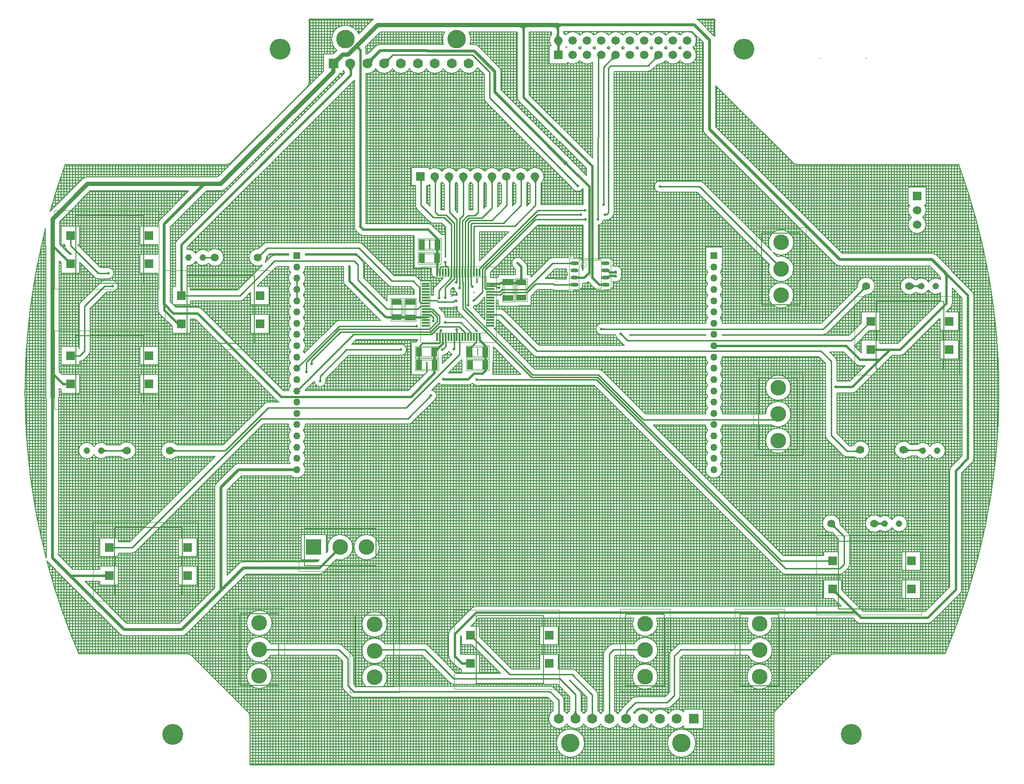
<source format=gtl>
G04*
G04 #@! TF.GenerationSoftware,Altium Limited,Altium Designer,19.1.5 (86)*
G04*
G04 Layer_Physical_Order=1*
G04 Layer_Color=255*
%FSLAX24Y24*%
%MOIN*%
G70*
G01*
G75*
%ADD10C,0.0079*%
%ADD11C,0.0100*%
%ADD15C,0.0039*%
%ADD18C,0.0200*%
%ADD19C,0.0080*%
%ADD21C,0.0020*%
%ADD22R,0.0417X0.0701*%
%ADD23R,0.0701X0.0417*%
%ADD24R,0.0402X0.0717*%
%ADD25R,0.0717X0.0402*%
%ADD26R,0.0610X0.0630*%
%ADD27R,0.0118X0.0571*%
%ADD28R,0.0571X0.0118*%
%ADD29O,0.0571X0.0236*%
%ADD53C,0.0150*%
%ADD54C,0.0250*%
%ADD55C,0.0300*%
%ADD56C,0.0130*%
%ADD57C,0.1093*%
%ADD58R,0.0591X0.0591*%
%ADD59C,0.0591*%
%ADD60R,0.1093X0.1093*%
%ADD61C,0.0500*%
%ADD62R,0.0500X0.0500*%
%ADD63C,0.0460*%
%ADD64R,0.0700X0.0700*%
%ADD65C,0.0700*%
%ADD66C,0.1300*%
%ADD67C,0.1460*%
%ADD68R,0.0591X0.0591*%
%ADD69C,0.0551*%
%ADD70C,0.0200*%
%ADD71C,0.0300*%
G36*
X29510Y52205D02*
X29520Y52204D01*
X29558Y52202D01*
X29812Y52200D01*
Y52000D01*
X29619Y51996D01*
X29603Y51994D01*
X29573Y51986D01*
X29547Y51976D01*
X29525Y51962D01*
X29507Y51946D01*
X29493Y51926D01*
X29484Y51907D01*
X29480Y51862D01*
X29475Y51726D01*
X29475Y51670D01*
X29325D01*
X29325Y51726D01*
X29317Y51843D01*
X29313Y51854D01*
X29298Y51877D01*
X29277Y51896D01*
X29250Y51912D01*
X29217Y51926D01*
X29178Y51936D01*
X29133Y51944D01*
X29082Y51948D01*
X29025Y51950D01*
X29400Y52100D01*
X29506Y52061D01*
Y52206D01*
X29510Y52205D01*
D02*
G37*
G36*
X27375Y51950D02*
X27318Y51948D01*
X27267Y51944D01*
X27222Y51936D01*
X27183Y51926D01*
X27150Y51912D01*
X27123Y51896D01*
X27102Y51877D01*
X27087Y51854D01*
X27079Y51831D01*
X27075Y51726D01*
X27075Y51670D01*
X26925D01*
X26925Y51726D01*
X26918Y51831D01*
X26917Y51843D01*
X26913Y51854D01*
X26898Y51877D01*
X26877Y51896D01*
X26850Y51912D01*
X26817Y51926D01*
X26778Y51936D01*
X26733Y51944D01*
X26682Y51948D01*
X26625Y51950D01*
X27000Y52250D01*
X27375Y51950D01*
D02*
G37*
G36*
X29476Y51446D02*
X29481Y51421D01*
X29488Y51396D01*
X29498Y51373D01*
X29511Y51349D01*
X29526Y51327D01*
X29545Y51305D01*
X29567Y51284D01*
X29591Y51263D01*
X29618Y51243D01*
X29211Y51173D01*
X29232Y51204D01*
X29269Y51264D01*
X29284Y51292D01*
X29296Y51320D01*
X29307Y51347D01*
X29315Y51373D01*
X29320Y51398D01*
X29324Y51422D01*
X29325Y51445D01*
X29475Y51471D01*
X29476Y51446D01*
D02*
G37*
G36*
X29632Y50763D02*
X29609Y50738D01*
X29590Y50712D01*
X29572Y50687D01*
X29558Y50662D01*
X29546Y50636D01*
X29537Y50611D01*
X29530Y50587D01*
X29526Y50562D01*
X29525Y50537D01*
X29375D01*
X29374Y50562D01*
X29370Y50587D01*
X29363Y50611D01*
X29354Y50636D01*
X29342Y50662D01*
X29328Y50687D01*
X29310Y50712D01*
X29291Y50738D01*
X29268Y50763D01*
X29243Y50789D01*
X29657D01*
X29632Y50763D01*
D02*
G37*
G36*
X15482Y50631D02*
X15488Y50616D01*
X15497Y50599D01*
X15510Y50579D01*
X15526Y50557D01*
X15569Y50506D01*
X15625Y50446D01*
X15658Y50412D01*
X15552Y50306D01*
X15518Y50339D01*
X15407Y50438D01*
X15385Y50454D01*
X15365Y50467D01*
X15348Y50476D01*
X15333Y50482D01*
X15320Y50484D01*
X15480Y50644D01*
X15482Y50631D01*
D02*
G37*
G36*
X29526Y50415D02*
X29528Y50390D01*
X29532Y50367D01*
X29537Y50347D01*
X29544Y50331D01*
X29552Y50317D01*
X29562Y50306D01*
X29573Y50299D01*
X29586Y50294D01*
X29600Y50293D01*
X29300D01*
X29314Y50294D01*
X29327Y50299D01*
X29338Y50306D01*
X29348Y50317D01*
X29356Y50331D01*
X29363Y50347D01*
X29368Y50367D01*
X29372Y50390D01*
X29374Y50415D01*
X29375Y50444D01*
X29525D01*
X29526Y50415D01*
D02*
G37*
G36*
X50946Y49772D02*
X50949Y49771D01*
X50952Y49769D01*
X50956Y49768D01*
X50960Y49767D01*
X50965Y49766D01*
X50976Y49765D01*
X50982Y49765D01*
X50989Y49765D01*
Y49755D01*
X50982Y49755D01*
X50965Y49754D01*
X50960Y49753D01*
X50956Y49752D01*
X50952Y49751D01*
X50949Y49749D01*
X50946Y49748D01*
X50944Y49746D01*
X50930Y49760D01*
X50916Y49746D01*
X50914Y49748D01*
X50911Y49749D01*
X50908Y49751D01*
X50904Y49752D01*
X50900Y49753D01*
X50895Y49754D01*
X50878Y49755D01*
X50871Y49755D01*
Y49765D01*
X50878Y49765D01*
X50884Y49765D01*
X50895Y49766D01*
X50900Y49767D01*
X50904Y49768D01*
X50908Y49769D01*
X50911Y49771D01*
X50914Y49772D01*
X50916Y49774D01*
X50930Y49760D01*
X50944Y49774D01*
X50946Y49772D01*
D02*
G37*
G36*
X47706D02*
X47709Y49771D01*
X47712Y49769D01*
X47716Y49768D01*
X47720Y49767D01*
X47725Y49766D01*
X47736Y49765D01*
X47742Y49765D01*
X47749Y49765D01*
Y49755D01*
X47742Y49755D01*
X47725Y49754D01*
X47720Y49753D01*
X47716Y49752D01*
X47712Y49751D01*
X47709Y49749D01*
X47706Y49748D01*
X47704Y49746D01*
X47690Y49760D01*
X47676Y49746D01*
X47674Y49748D01*
X47671Y49749D01*
X47668Y49751D01*
X47664Y49752D01*
X47660Y49753D01*
X47655Y49754D01*
X47638Y49755D01*
X47631Y49755D01*
Y49765D01*
X47638Y49765D01*
X47644Y49765D01*
X47655Y49766D01*
X47660Y49767D01*
X47664Y49768D01*
X47668Y49769D01*
X47671Y49771D01*
X47674Y49772D01*
X47676Y49774D01*
X47690Y49760D01*
X47704Y49774D01*
X47706Y49772D01*
D02*
G37*
G36*
X14291Y49749D02*
X14231Y49687D01*
X14138Y49577D01*
X14104Y49528D01*
X14078Y49483D01*
X14061Y49443D01*
X14052Y49407D01*
X14052Y49375D01*
X14061Y49348D01*
X14078Y49325D01*
X13655Y49748D01*
X13678Y49731D01*
X13705Y49722D01*
X13737Y49722D01*
X13773Y49731D01*
X13813Y49748D01*
X13858Y49774D01*
X13907Y49808D01*
X13960Y49850D01*
X14079Y49961D01*
X14291Y49749D01*
D02*
G37*
G36*
X36447Y49705D02*
X36405Y49704D01*
X36329Y49699D01*
X36295Y49694D01*
X36264Y49688D01*
X36236Y49680D01*
X36211Y49671D01*
X36189Y49660D01*
X36170Y49648D01*
X36154Y49634D01*
X36084Y49704D01*
X36098Y49720D01*
X36110Y49739D01*
X36121Y49761D01*
X36130Y49786D01*
X36138Y49814D01*
X36144Y49845D01*
X36149Y49879D01*
X36154Y49955D01*
X36155Y49997D01*
X36447Y49705D01*
D02*
G37*
G36*
X33447D02*
X33405Y49704D01*
X33329Y49699D01*
X33295Y49694D01*
X33264Y49688D01*
X33236Y49680D01*
X33211Y49671D01*
X33189Y49660D01*
X33170Y49648D01*
X33154Y49634D01*
X33084Y49704D01*
X33098Y49720D01*
X33110Y49739D01*
X33121Y49761D01*
X33130Y49786D01*
X33138Y49814D01*
X33144Y49845D01*
X33149Y49879D01*
X33154Y49955D01*
X33155Y49997D01*
X33447Y49705D01*
D02*
G37*
G36*
X17699Y49758D02*
X17683Y49740D01*
X17670Y49718D01*
X17657Y49692D01*
X17647Y49662D01*
X17638Y49629D01*
X17631Y49591D01*
X17626Y49550D01*
X17620Y49456D01*
X17620Y49404D01*
X17273Y49750D01*
X17326Y49750D01*
X17420Y49756D01*
X17461Y49761D01*
X17499Y49768D01*
X17532Y49777D01*
X17562Y49787D01*
X17588Y49800D01*
X17610Y49813D01*
X17628Y49829D01*
X17699Y49758D01*
D02*
G37*
G36*
X16546Y49715D02*
X16526Y49692D01*
X16507Y49668D01*
X16491Y49641D01*
X16477Y49613D01*
X16466Y49583D01*
X16456Y49551D01*
X16449Y49517D01*
X16444Y49481D01*
X16441Y49443D01*
X16440Y49404D01*
X16093Y49750D01*
X16133Y49751D01*
X16171Y49754D01*
X16207Y49759D01*
X16241Y49766D01*
X16273Y49776D01*
X16303Y49787D01*
X16331Y49801D01*
X16358Y49817D01*
X16382Y49836D01*
X16405Y49856D01*
X16546Y49715D01*
D02*
G37*
G36*
X15152Y49142D02*
X15102Y49069D01*
X15082Y49035D01*
X15064Y49003D01*
X15050Y48971D01*
X15039Y48941D01*
X15031Y48913D01*
X15027Y48885D01*
X15025Y48859D01*
X14875Y48842D01*
X14873Y48870D01*
X14868Y48899D01*
X14859Y48927D01*
X14846Y48955D01*
X14830Y48983D01*
X14810Y49011D01*
X14787Y49040D01*
X14760Y49068D01*
X14729Y49096D01*
X14695Y49124D01*
X15182Y49180D01*
X15152Y49142D01*
D02*
G37*
G36*
X29948Y42600D02*
X29800Y42452D01*
X29799Y42453D01*
X29797Y42457D01*
X29794Y42461D01*
X29784Y42473D01*
X29749Y42510D01*
X29737Y42522D01*
X29878Y42663D01*
X29948Y42600D01*
D02*
G37*
G36*
X30101Y42440D02*
X30102Y42431D01*
X30105Y42422D01*
X30109Y42412D01*
X30114Y42402D01*
X30121Y42392D01*
X30129Y42381D01*
X30137Y42370D01*
X30159Y42348D01*
X30052Y42241D01*
X30041Y42253D01*
X30019Y42271D01*
X30008Y42279D01*
X29998Y42286D01*
X29988Y42291D01*
X29978Y42295D01*
X29969Y42298D01*
X29960Y42299D01*
X29952Y42300D01*
X30100Y42449D01*
X30101Y42440D01*
D02*
G37*
G36*
X19941Y41205D02*
X19932Y41202D01*
X19924Y41197D01*
X19918Y41190D01*
X19913Y41181D01*
X19908Y41170D01*
X19905Y41157D01*
X19902Y41142D01*
X19900Y41125D01*
X19900Y41106D01*
X19800D01*
X19799Y41125D01*
X19798Y41142D01*
X19796Y41157D01*
X19792Y41170D01*
X19787Y41181D01*
X19782Y41190D01*
X19776Y41197D01*
X19768Y41202D01*
X19760Y41205D01*
X19750Y41206D01*
X19950D01*
X19941Y41205D01*
D02*
G37*
G36*
X24977Y41259D02*
X24927Y41201D01*
X24906Y41174D01*
X24889Y41148D01*
X24875Y41123D01*
X24864Y41099D01*
X24856Y41075D01*
X24852Y41053D01*
X24850Y41032D01*
X24750D01*
X24748Y41053D01*
X24744Y41075D01*
X24736Y41099D01*
X24725Y41123D01*
X24711Y41148D01*
X24694Y41174D01*
X24673Y41201D01*
X24623Y41259D01*
X24593Y41289D01*
X25007D01*
X24977Y41259D01*
D02*
G37*
G36*
X22977D02*
X22927Y41201D01*
X22906Y41174D01*
X22889Y41148D01*
X22875Y41123D01*
X22864Y41099D01*
X22856Y41075D01*
X22852Y41053D01*
X22850Y41032D01*
X22750D01*
X22748Y41053D01*
X22744Y41075D01*
X22736Y41099D01*
X22725Y41123D01*
X22711Y41148D01*
X22694Y41174D01*
X22673Y41201D01*
X22623Y41259D01*
X22593Y41289D01*
X23007D01*
X22977Y41259D01*
D02*
G37*
G36*
X28013Y41290D02*
X27950Y41189D01*
X27935Y41160D01*
X27913Y41108D01*
X27906Y41085D01*
X27901Y41064D01*
X27900Y41045D01*
X27800Y41028D01*
X27798Y41050D01*
X27793Y41073D01*
X27785Y41096D01*
X27773Y41119D01*
X27758Y41142D01*
X27740Y41165D01*
X27718Y41188D01*
X27692Y41211D01*
X27664Y41234D01*
X27632Y41257D01*
X28039Y41327D01*
X28013Y41290D01*
D02*
G37*
G36*
X24013D02*
X23950Y41189D01*
X23935Y41160D01*
X23913Y41108D01*
X23906Y41085D01*
X23901Y41064D01*
X23900Y41045D01*
X23800Y41028D01*
X23798Y41050D01*
X23793Y41073D01*
X23785Y41096D01*
X23773Y41119D01*
X23758Y41142D01*
X23740Y41165D01*
X23718Y41188D01*
X23692Y41211D01*
X23664Y41234D01*
X23632Y41257D01*
X24039Y41327D01*
X24013Y41290D01*
D02*
G37*
G36*
X22013D02*
X21950Y41189D01*
X21935Y41160D01*
X21913Y41108D01*
X21906Y41085D01*
X21901Y41064D01*
X21900Y41045D01*
X21800Y41028D01*
X21798Y41050D01*
X21793Y41073D01*
X21785Y41096D01*
X21773Y41119D01*
X21758Y41142D01*
X21740Y41165D01*
X21718Y41188D01*
X21692Y41211D01*
X21664Y41234D01*
X21632Y41257D01*
X22039Y41327D01*
X22013Y41290D01*
D02*
G37*
G36*
X21013D02*
X20950Y41189D01*
X20935Y41160D01*
X20913Y41108D01*
X20906Y41085D01*
X20901Y41064D01*
X20900Y41045D01*
X20800Y41028D01*
X20798Y41050D01*
X20793Y41073D01*
X20785Y41096D01*
X20773Y41119D01*
X20758Y41142D01*
X20740Y41165D01*
X20718Y41188D01*
X20692Y41211D01*
X20664Y41234D01*
X20632Y41257D01*
X21039Y41327D01*
X21013Y41290D01*
D02*
G37*
G36*
X30739Y40982D02*
X30754Y40969D01*
X30761Y40964D01*
X30768Y40960D01*
X30775Y40956D01*
X30781Y40953D01*
X30787Y40951D01*
X30793Y40950D01*
X30799Y40950D01*
X30700Y40851D01*
X30700Y40857D01*
X30699Y40863D01*
X30697Y40869D01*
X30694Y40875D01*
X30690Y40882D01*
X30686Y40889D01*
X30681Y40896D01*
X30675Y40903D01*
X30661Y40918D01*
X30732Y40989D01*
X30739Y40982D01*
D02*
G37*
G36*
X30349Y35351D02*
X30347Y35360D01*
X30343Y35369D01*
X30336Y35376D01*
X30326Y35382D01*
X30313Y35388D01*
X30297Y35392D01*
X30278Y35396D01*
X30256Y35398D01*
X30232Y35400D01*
X30204Y35400D01*
Y35500D01*
X30232Y35500D01*
X30278Y35504D01*
X30297Y35508D01*
X30313Y35512D01*
X30326Y35518D01*
X30336Y35524D01*
X30343Y35531D01*
X30347Y35540D01*
X30349Y35549D01*
Y35351D01*
D02*
G37*
G36*
X56550Y34700D02*
X56731Y34413D01*
X56711Y34432D01*
X56693Y34445D01*
X56677Y34453D01*
X56663Y34457D01*
X56652Y34455D01*
X56642Y34448D01*
X56635Y34436D01*
X56629Y34419D01*
X56626Y34396D01*
X56625Y34369D01*
X56475Y34484D01*
X56474Y34513D01*
X56469Y34543D01*
X56462Y34573D01*
X56452Y34602D01*
X56440Y34631D01*
X56424Y34660D01*
X56406Y34689D01*
X56384Y34718D01*
X56360Y34747D01*
X56334Y34775D01*
X56550Y34700D01*
D02*
G37*
G36*
X30812Y34547D02*
X30822Y34542D01*
X30835Y34538D01*
X30849Y34535D01*
X30866Y34532D01*
X30907Y34527D01*
X30956Y34525D01*
X30984Y34525D01*
Y34375D01*
X30956Y34375D01*
X30866Y34368D01*
X30849Y34365D01*
X30835Y34362D01*
X30822Y34358D01*
X30812Y34353D01*
X30803Y34348D01*
Y34552D01*
X30812Y34547D01*
D02*
G37*
G36*
X30349Y33851D02*
X30347Y33860D01*
X30343Y33869D01*
X30336Y33876D01*
X30326Y33882D01*
X30313Y33888D01*
X30297Y33892D01*
X30278Y33896D01*
X30256Y33898D01*
X30232Y33900D01*
X30204Y33900D01*
Y34000D01*
X30232Y34000D01*
X30278Y34004D01*
X30297Y34008D01*
X30313Y34012D01*
X30326Y34018D01*
X30336Y34024D01*
X30343Y34031D01*
X30347Y34040D01*
X30349Y34049D01*
Y33851D01*
D02*
G37*
G36*
X32497Y33848D02*
X32488Y33853D01*
X32478Y33858D01*
X32465Y33862D01*
X32451Y33865D01*
X32434Y33868D01*
X32393Y33873D01*
X32344Y33875D01*
X32316Y33875D01*
Y34025D01*
X32344Y34025D01*
X32434Y34032D01*
X32451Y34035D01*
X32465Y34038D01*
X32478Y34042D01*
X32488Y34047D01*
X32497Y34052D01*
Y33848D01*
D02*
G37*
G36*
X54636Y33689D02*
X54614Y33710D01*
X54572Y33746D01*
X54552Y33760D01*
X54532Y33772D01*
X54512Y33782D01*
X54493Y33790D01*
X54474Y33796D01*
X54456Y33799D01*
X54437Y33800D01*
Y33900D01*
X54456Y33901D01*
X54474Y33904D01*
X54493Y33910D01*
X54512Y33918D01*
X54532Y33928D01*
X54552Y33940D01*
X54572Y33954D01*
X54593Y33971D01*
X54614Y33990D01*
X54636Y34011D01*
Y33689D01*
D02*
G37*
G36*
X54174Y34016D02*
X54227Y33970D01*
X54252Y33951D01*
X54277Y33936D01*
X54300Y33923D01*
X54323Y33913D01*
X54345Y33906D01*
X54366Y33901D01*
X54386Y33900D01*
Y33800D01*
X54366Y33799D01*
X54345Y33794D01*
X54323Y33787D01*
X54300Y33777D01*
X54277Y33764D01*
X54252Y33749D01*
X54227Y33730D01*
X54201Y33709D01*
X54147Y33657D01*
Y34043D01*
X54174Y34016D01*
D02*
G37*
G36*
X50947Y33574D02*
X50909Y33574D01*
X50839Y33569D01*
X50808Y33564D01*
X50780Y33558D01*
X50754Y33551D01*
X50731Y33542D01*
X50710Y33531D01*
X50692Y33519D01*
X50677Y33506D01*
X50606Y33577D01*
X50619Y33592D01*
X50631Y33610D01*
X50642Y33631D01*
X50651Y33654D01*
X50658Y33680D01*
X50664Y33708D01*
X50669Y33739D01*
X50672Y33772D01*
X50674Y33847D01*
X50947Y33574D01*
D02*
G37*
G36*
X21600Y33186D02*
X21602Y33166D01*
X21603Y33158D01*
X21605Y33150D01*
X21607Y33143D01*
X21610Y33136D01*
X21613Y33131D01*
X21616Y33126D01*
X21620Y33121D01*
X21480D01*
X21484Y33126D01*
X21487Y33131D01*
X21490Y33136D01*
X21493Y33143D01*
X21495Y33150D01*
X21497Y33158D01*
X21498Y33166D01*
X21499Y33176D01*
X21500Y33197D01*
X21600D01*
X21600Y33186D01*
D02*
G37*
G36*
X23689Y32918D02*
X23682Y32911D01*
X23669Y32896D01*
X23664Y32889D01*
X23660Y32882D01*
X23656Y32875D01*
X23653Y32869D01*
X23651Y32863D01*
X23650Y32857D01*
X23650Y32851D01*
X23551Y32950D01*
X23557Y32950D01*
X23563Y32951D01*
X23569Y32953D01*
X23575Y32956D01*
X23582Y32960D01*
X23589Y32964D01*
X23596Y32969D01*
X23603Y32975D01*
X23618Y32989D01*
X23689Y32918D01*
D02*
G37*
G36*
X22222Y32738D02*
X22219Y32740D01*
X22216Y32741D01*
X22213Y32741D01*
X22209Y32740D01*
X22205Y32739D01*
X22200Y32736D01*
X22195Y32732D01*
X22189Y32727D01*
X22175Y32715D01*
X22123Y32803D01*
X22223Y32864D01*
X22222Y32738D01*
D02*
G37*
G36*
X24999Y31917D02*
X25002Y31916D01*
X25007Y31915D01*
X25014Y31914D01*
X25034Y31912D01*
X25098Y31911D01*
Y31811D01*
X25079Y31811D01*
X25002Y31806D01*
X24999Y31805D01*
X24998Y31803D01*
Y31919D01*
X24999Y31917D01*
D02*
G37*
G36*
X19434Y31802D02*
X19438Y31789D01*
X19446Y31778D01*
X19456Y31768D01*
X19470Y31760D01*
X19487Y31753D01*
X19506Y31748D01*
X19529Y31744D01*
X19555Y31742D01*
X19583Y31741D01*
Y31591D01*
X19555Y31591D01*
X19529Y31588D01*
X19506Y31585D01*
X19487Y31579D01*
X19470Y31573D01*
X19456Y31564D01*
X19446Y31555D01*
X19438Y31543D01*
X19434Y31531D01*
X19432Y31516D01*
Y31816D01*
X19434Y31802D01*
D02*
G37*
G36*
X32526Y30916D02*
X32531Y30913D01*
X32536Y30910D01*
X32543Y30907D01*
X32550Y30905D01*
X32558Y30903D01*
X32566Y30902D01*
X32576Y30901D01*
X32597Y30900D01*
Y30800D01*
X32586Y30800D01*
X32566Y30798D01*
X32558Y30797D01*
X32550Y30795D01*
X32543Y30793D01*
X32536Y30790D01*
X32531Y30787D01*
X32526Y30784D01*
X32521Y30780D01*
Y30920D01*
X32526Y30916D01*
D02*
G37*
G36*
X23458Y29640D02*
X23448Y29628D01*
X23441Y29617D01*
X23437Y29608D01*
X23435Y29600D01*
X23437Y29594D01*
X23441Y29589D01*
X23448Y29585D01*
X23458Y29583D01*
X23471Y29582D01*
X23189D01*
X23202Y29583D01*
X23216Y29585D01*
X23230Y29589D01*
X23245Y29594D01*
X23259Y29600D01*
X23273Y29608D01*
X23287Y29617D01*
X23301Y29628D01*
X23316Y29640D01*
X23330Y29654D01*
X23471D01*
X23458Y29640D01*
D02*
G37*
G36*
X19800Y29637D02*
X19803Y29607D01*
X19804Y29599D01*
X19806Y29593D01*
X19808Y29588D01*
X19811Y29585D01*
X19813Y29583D01*
X19817Y29582D01*
X19683D01*
X19687Y29583D01*
X19689Y29585D01*
X19692Y29588D01*
X19694Y29593D01*
X19696Y29599D01*
X19697Y29607D01*
X19699Y29615D01*
X19700Y29637D01*
X19700Y29650D01*
X19800D01*
X19800Y29637D01*
D02*
G37*
G36*
X23319Y29333D02*
X23319Y29322D01*
X23321Y29294D01*
X23322Y29286D01*
X23325Y29272D01*
X23327Y29266D01*
X23329Y29261D01*
X23332Y29257D01*
X23194Y29283D01*
X23199Y29287D01*
X23203Y29291D01*
X23207Y29296D01*
X23210Y29302D01*
X23212Y29309D01*
X23215Y29317D01*
X23216Y29325D01*
X23218Y29334D01*
X23218Y29344D01*
X23219Y29355D01*
X23319Y29333D01*
D02*
G37*
G36*
X23826Y27366D02*
X23831Y27363D01*
X23836Y27360D01*
X23843Y27357D01*
X23850Y27355D01*
X23858Y27353D01*
X23866Y27352D01*
X23876Y27351D01*
X23897Y27350D01*
Y27250D01*
X23886Y27250D01*
X23866Y27248D01*
X23858Y27247D01*
X23850Y27245D01*
X23843Y27243D01*
X23836Y27240D01*
X23831Y27237D01*
X23826Y27234D01*
X23821Y27230D01*
Y27370D01*
X23826Y27366D01*
D02*
G37*
G36*
X54719Y22208D02*
X54701Y22230D01*
X54682Y22250D01*
X54664Y22268D01*
X54645Y22283D01*
X54627Y22296D01*
X54608Y22306D01*
X54589Y22314D01*
X54571Y22320D01*
X54552Y22324D01*
X54533Y22325D01*
X54545Y22425D01*
X54562Y22426D01*
X54580Y22429D01*
X54599Y22434D01*
X54618Y22441D01*
X54639Y22451D01*
X54660Y22462D01*
X54683Y22475D01*
X54730Y22508D01*
X54754Y22528D01*
X54719Y22208D01*
D02*
G37*
G36*
X53788Y22546D02*
X53835Y22498D01*
X53858Y22479D01*
X53881Y22462D01*
X53903Y22449D01*
X53926Y22438D01*
X53947Y22431D01*
X53969Y22426D01*
X53990Y22425D01*
X53981Y22325D01*
X53961Y22324D01*
X53941Y22320D01*
X53919Y22313D01*
X53895Y22303D01*
X53871Y22291D01*
X53845Y22276D01*
X53789Y22239D01*
X53760Y22216D01*
X53728Y22190D01*
X53763Y22574D01*
X53788Y22546D01*
D02*
G37*
G36*
X-2314Y22490D02*
X-2272Y22454D01*
X-2252Y22440D01*
X-2232Y22428D01*
X-2212Y22418D01*
X-2193Y22410D01*
X-2174Y22404D01*
X-2156Y22401D01*
X-2138Y22400D01*
Y22300D01*
X-2156Y22299D01*
X-2174Y22296D01*
X-2193Y22290D01*
X-2212Y22282D01*
X-2232Y22272D01*
X-2252Y22260D01*
X-2272Y22246D01*
X-2293Y22229D01*
X-2314Y22210D01*
X-2336Y22189D01*
Y22511D01*
X-2314Y22490D01*
D02*
G37*
G36*
X2524Y22516D02*
X2577Y22470D01*
X2602Y22451D01*
X2627Y22436D01*
X2650Y22423D01*
X2673Y22413D01*
X2695Y22406D01*
X2716Y22401D01*
X2736Y22400D01*
Y22300D01*
X2716Y22299D01*
X2695Y22294D01*
X2673Y22287D01*
X2650Y22277D01*
X2627Y22264D01*
X2602Y22249D01*
X2577Y22230D01*
X2551Y22209D01*
X2497Y22157D01*
Y22543D01*
X2524Y22516D01*
D02*
G37*
G36*
X-897Y22157D02*
X-924Y22184D01*
X-977Y22230D01*
X-1002Y22249D01*
X-1027Y22264D01*
X-1050Y22277D01*
X-1073Y22287D01*
X-1095Y22294D01*
X-1116Y22299D01*
X-1136Y22300D01*
Y22400D01*
X-1116Y22401D01*
X-1095Y22406D01*
X-1073Y22413D01*
X-1050Y22423D01*
X-1027Y22436D01*
X-1002Y22451D01*
X-977Y22470D01*
X-951Y22491D01*
X-897Y22543D01*
Y22157D01*
D02*
G37*
G36*
X50437Y22149D02*
X50393Y22168D01*
X50184Y22246D01*
X50167Y22249D01*
X50153Y22250D01*
X50114Y22350D01*
X50136Y22352D01*
X50158Y22356D01*
X50179Y22364D01*
X50198Y22375D01*
X50217Y22390D01*
X50235Y22407D01*
X50252Y22428D01*
X50268Y22451D01*
X50283Y22478D01*
X50297Y22508D01*
X50437Y22149D01*
D02*
G37*
G36*
X51724Y17416D02*
X51777Y17370D01*
X51802Y17351D01*
X51827Y17336D01*
X51850Y17323D01*
X51873Y17313D01*
X51895Y17306D01*
X51912Y17302D01*
X51924Y17304D01*
X51943Y17310D01*
X51962Y17318D01*
X51982Y17328D01*
X52002Y17340D01*
X52022Y17354D01*
X52043Y17371D01*
X52064Y17390D01*
X52086Y17411D01*
Y17089D01*
X52064Y17110D01*
X52022Y17146D01*
X52002Y17160D01*
X51982Y17172D01*
X51962Y17182D01*
X51943Y17190D01*
X51924Y17196D01*
X51912Y17198D01*
X51895Y17194D01*
X51873Y17187D01*
X51850Y17177D01*
X51827Y17164D01*
X51802Y17149D01*
X51777Y17130D01*
X51751Y17109D01*
X51697Y17057D01*
Y17443D01*
X51724Y17416D01*
D02*
G37*
G36*
X48776Y17209D02*
X48781Y17139D01*
X48786Y17108D01*
X48792Y17080D01*
X48799Y17054D01*
X48808Y17031D01*
X48819Y17010D01*
X48831Y16992D01*
X48844Y16977D01*
X48773Y16906D01*
X48758Y16919D01*
X48740Y16931D01*
X48719Y16942D01*
X48696Y16951D01*
X48670Y16958D01*
X48642Y16964D01*
X48611Y16969D01*
X48578Y16972D01*
X48503Y16974D01*
X48776Y17247D01*
X48776Y17209D01*
D02*
G37*
G36*
X48301Y14534D02*
X48300Y14544D01*
X48297Y14552D01*
X48292Y14560D01*
X48285Y14566D01*
X48276Y14572D01*
X48265Y14576D01*
X48252Y14580D01*
X48236Y14582D01*
X48219Y14584D01*
X48200Y14584D01*
Y14684D01*
X48219Y14685D01*
X48236Y14686D01*
X48252Y14689D01*
X48265Y14692D01*
X48276Y14697D01*
X48285Y14702D01*
X48292Y14709D01*
X48297Y14716D01*
X48300Y14725D01*
X48301Y14734D01*
Y14534D01*
D02*
G37*
G36*
X-2249Y13466D02*
X-2250Y13480D01*
X-2255Y13493D01*
X-2262Y13504D01*
X-2273Y13514D01*
X-2287Y13522D01*
X-2303Y13529D01*
X-2323Y13534D01*
X-2346Y13538D01*
X-2371Y13540D01*
X-2400Y13541D01*
Y13691D01*
X-2371Y13691D01*
X-2346Y13694D01*
X-2323Y13697D01*
X-2303Y13703D01*
X-2287Y13709D01*
X-2273Y13718D01*
X-2262Y13727D01*
X-2255Y13739D01*
X-2250Y13751D01*
X-2249Y13766D01*
Y13466D01*
D02*
G37*
G36*
X48899Y12552D02*
X48895Y12539D01*
Y12523D01*
X48899Y12505D01*
X48908Y12485D01*
X48921Y12462D01*
X48938Y12438D01*
X48959Y12411D01*
X49014Y12352D01*
X48908Y12246D01*
X48877Y12276D01*
X48822Y12322D01*
X48798Y12339D01*
X48775Y12352D01*
X48755Y12360D01*
X48737Y12365D01*
X48721D01*
X48707Y12360D01*
X48696Y12352D01*
X48908Y12564D01*
X48899Y12552D01*
D02*
G37*
G36*
X30687Y4133D02*
X30693Y4107D01*
X30703Y4080D01*
X30716Y4052D01*
X30734Y4022D01*
X30755Y3991D01*
X30781Y3958D01*
X30843Y3887D01*
X30880Y3850D01*
X30390D01*
X30427Y3887D01*
X30489Y3958D01*
X30515Y3991D01*
X30536Y4022D01*
X30554Y4052D01*
X30567Y4080D01*
X30577Y4107D01*
X30583Y4133D01*
X30585Y4156D01*
X30685D01*
X30687Y4133D01*
D02*
G37*
D10*
X43650Y32550D02*
X46350D01*
Y37550D01*
X43650D02*
X46350D01*
X43650Y32550D02*
Y37550D01*
X11700Y14301D02*
Y16899D01*
Y14301D02*
X16700D01*
Y16899D01*
X11700D02*
X16700D01*
X34150Y5900D02*
X36850D01*
Y10900D01*
X34150D02*
X36850D01*
X34150Y5900D02*
Y10900D01*
X42150Y5900D02*
X44850D01*
Y10900D01*
X42150D02*
X44850D01*
X42150Y5900D02*
Y10900D01*
X15250Y5850D02*
Y10850D01*
X17950D01*
Y5850D02*
Y10850D01*
X15250Y5850D02*
X17950D01*
X7200Y5950D02*
Y10950D01*
X9900D01*
Y5950D02*
Y10950D01*
X7200Y5950D02*
X9900D01*
X43450Y22400D02*
Y27400D01*
X46150D01*
Y22400D02*
Y27400D01*
X43450Y22400D02*
X46150D01*
X23688Y6088D02*
X28412D01*
Y10812D01*
X23688D02*
X28412D01*
X23688Y6088D02*
Y10812D01*
X3488Y29838D02*
X8212D01*
Y34562D01*
X3488D02*
X8212D01*
X3488Y29838D02*
Y34562D01*
X-1562Y12238D02*
Y16962D01*
X3162D01*
Y12238D02*
Y16962D01*
X-1562Y12238D02*
X3162D01*
X51638Y28038D02*
Y32762D01*
X56362D01*
Y28038D02*
Y32762D01*
X51638Y28038D02*
X56362D01*
X48988Y11288D02*
Y16012D01*
X53712D01*
Y11288D02*
Y16012D01*
X48988Y11288D02*
X53712D01*
X-4262Y25638D02*
X462D01*
Y30362D01*
X-4262D02*
X462D01*
X-4262Y25638D02*
Y30362D01*
Y34038D02*
X462D01*
Y38762D01*
X-4262D02*
X462D01*
X-4262Y34038D02*
Y38762D01*
D11*
X14100Y8450D02*
X14750Y7800D01*
Y5900D02*
Y7800D01*
X8550Y8450D02*
X14100D01*
X29455Y3600D02*
Y4895D01*
X28850Y5500D02*
X29455Y4895D01*
X15150Y5500D02*
X28850D01*
X14750Y5900D02*
X15150Y5500D01*
X30400Y6700D02*
X31815Y5285D01*
Y3600D02*
Y5285D01*
X32995Y8150D02*
X33295Y8450D01*
X32995Y3600D02*
Y8150D01*
X37050Y4750D02*
X37550Y5250D01*
X34850Y4750D02*
X37050D01*
X34200Y4100D02*
X34850Y4750D01*
X34200Y3625D02*
Y4100D01*
X34175Y3600D02*
X34200Y3625D01*
X39300Y40800D02*
X45000Y35100D01*
Y35050D02*
Y35100D01*
X36550Y40800D02*
X39300D01*
X11180Y32824D02*
Y33611D01*
Y34399D01*
X20322Y31833D02*
X20517D01*
X20700Y31650D01*
X19719Y28350D02*
Y29250D01*
X20700Y31400D02*
Y31650D01*
X12800Y27200D02*
Y27550D01*
X15145Y30490D02*
X20583D01*
X11180Y26525D02*
X15145Y30490D01*
X12200Y28400D02*
Y28639D01*
X14221Y30660D01*
X21171Y34761D02*
Y35118D01*
X20589Y32070D02*
X20970Y31689D01*
X20318Y32070D02*
X20589D01*
X20297Y32049D02*
X20318Y32070D01*
X20195Y32049D02*
X20297D01*
X20186Y32255D02*
X20645D01*
X14221Y30660D02*
X20513D01*
X21140Y31287D01*
Y31760D01*
X20645Y32255D02*
X21140Y31760D01*
X11850Y27850D02*
Y28529D01*
X14151Y30830D01*
X11180Y28100D02*
X14130Y31050D01*
X19550D01*
X44423Y24523D02*
X44800Y24900D01*
X35368Y24523D02*
X44423D01*
X34266Y30034D02*
X49914D01*
X51254Y31374D01*
X33800Y30500D02*
X34266Y30034D01*
X48500Y23400D02*
Y28600D01*
X47786Y29314D02*
X48500Y28600D01*
X27936Y29314D02*
X47786D01*
X25389Y31861D02*
X27936Y29314D01*
X32250Y27640D02*
X35368Y24523D01*
X-3650Y32450D02*
X-2250Y33850D01*
X-1700D01*
X-2703Y34750D02*
X-2000D01*
X-4646Y36693D02*
X-2703Y34750D01*
X3104Y33194D02*
X7194D01*
X15186Y35614D02*
X15450Y35350D01*
X9614Y35614D02*
X15186D01*
X15450Y34274D02*
Y35350D01*
X7194Y33194D02*
X9614Y35614D01*
X8450Y35850D02*
X9100Y36500D01*
X15500D01*
X20168Y32657D02*
X20186Y32639D01*
X15500Y36500D02*
X17800Y34200D01*
X18940Y24590D02*
X20550Y26200D01*
X8660Y24590D02*
X18940D01*
X-346Y15584D02*
X8660Y24590D01*
X9179Y25350D02*
X18811D01*
X32700Y38850D02*
X32811D01*
X32950Y38989D01*
Y49100D01*
X32600Y49150D02*
X33450Y50000D01*
X32600Y39550D02*
Y49150D01*
X32950Y49100D02*
X33100Y49250D01*
X35700D01*
X36450Y50000D01*
X32220Y38587D02*
X32230Y49780D01*
X32219Y38586D02*
X32220Y38587D01*
X32230Y49780D02*
X32450Y50000D01*
X32219Y38519D02*
Y38586D01*
X32200Y38500D02*
X32219Y38519D01*
X27850Y38500D02*
X31350D01*
X24318Y34968D02*
X27850Y38500D01*
X27960Y38850D02*
X31000D01*
X24148Y35039D02*
X27960Y38850D01*
X28019Y39150D02*
X31300D01*
X23978Y35109D02*
X28019Y39150D01*
X21170Y30286D02*
Y30670D01*
X21250Y30750D01*
X22351Y30287D02*
Y30799D01*
Y30287D02*
X22352Y30286D01*
X22350Y30800D02*
X22351Y30799D01*
X22140Y32750D02*
X22220Y32830D01*
X21039Y32750D02*
X22140D01*
X20959Y32830D02*
X21039Y32750D01*
X22155Y29455D02*
Y30286D01*
X22150Y29450D02*
X22155Y29455D01*
X22512Y31020D02*
X22939Y30592D01*
X21113Y31020D02*
X22512D01*
X20583Y30490D02*
X21113Y31020D01*
X20970Y31357D02*
Y31689D01*
X20443Y30830D02*
X20970Y31357D01*
X14151Y30830D02*
X20443D01*
X22539Y29078D02*
Y30277D01*
X18811Y25350D02*
X22539Y29078D01*
Y30277D02*
X22548Y30286D01*
X21550Y35328D02*
X21669Y35209D01*
X21550Y35328D02*
Y35500D01*
X21958Y34814D02*
Y38142D01*
X21470Y38630D02*
X21958Y38142D01*
X22155Y34814D02*
Y38245D01*
X22352Y34814D02*
Y38498D01*
X22548Y34814D02*
Y38548D01*
X22745Y34814D02*
Y38395D01*
X20201Y32830D02*
X20959D01*
X21100Y33000D02*
Y33552D01*
X21170Y29920D02*
Y30286D01*
X21100Y29850D02*
X21170Y29920D01*
X19950Y29850D02*
X21100D01*
X21562Y29612D02*
X21564Y30286D01*
X21350Y29400D02*
X21562Y29612D01*
X25347Y33436D02*
X25511Y33600D01*
X24714Y33436D02*
X25347D01*
X25391Y33239D02*
X25552Y33400D01*
X24714Y33239D02*
X25391D01*
X23336Y33941D02*
Y34814D01*
Y33941D02*
X23450Y33827D01*
X23139Y32511D02*
Y34814D01*
Y32511D02*
X23144Y32506D01*
X22942Y32614D02*
Y34814D01*
X22745Y34211D02*
Y34814D01*
Y34211D02*
X22770Y34186D01*
Y33110D02*
Y34186D01*
X22745Y38395D02*
X23130Y38780D01*
X22942Y34814D02*
Y38352D01*
X23200Y38610D01*
X23139Y34814D02*
Y38289D01*
X23336Y34814D02*
Y38186D01*
X23533Y34814D02*
Y38024D01*
X23139Y38289D02*
X23290Y38440D01*
X22548Y38548D02*
X22800Y38800D01*
X21850Y39000D02*
X22352Y38498D01*
X21600Y38800D02*
X22155Y38245D01*
X21669Y35209D02*
X21730Y35148D01*
X21752D01*
Y34823D02*
Y35148D01*
X23533Y38024D02*
X23559Y38050D01*
X22548Y34202D02*
Y34814D01*
X25173Y33750D02*
X25300D01*
X25093Y33830D02*
X25173Y33750D01*
X24714Y33830D02*
X25093D01*
X27250Y33400D02*
X27850Y34000D01*
X25552Y33400D02*
X27250D01*
X27200Y33600D02*
X29050Y35450D01*
X25511Y33600D02*
X27200D01*
X19750Y29650D02*
X19950Y29850D01*
X19750Y29281D02*
Y29650D01*
X19719Y29250D02*
X19750Y29281D01*
X23268Y29250D02*
Y29522D01*
X22924Y32597D02*
X22942Y32614D01*
X22550Y33700D02*
Y34200D01*
X22352Y34152D02*
Y34814D01*
X22300Y34100D02*
X22352Y34152D01*
X22548Y34202D02*
X22550Y34200D01*
X22754Y33095D02*
X22770Y33110D01*
X22754Y32292D02*
Y33095D01*
X22924Y32363D02*
Y32597D01*
X15450Y34274D02*
X17474Y32250D01*
X19620D01*
X19830Y32461D01*
X3104Y33184D02*
Y33194D01*
X17800Y34200D02*
X19300D01*
X19830Y32461D02*
X20177D01*
X20186Y32452D01*
X20168Y32657D02*
X20177D01*
X19874D02*
X20168D01*
X20177D02*
X20186Y32648D01*
X19750Y32781D02*
X19874Y32657D01*
X32723Y35450D02*
X32738D01*
X30550Y34950D02*
X30577D01*
X49400Y14400D02*
Y16350D01*
X49100Y14100D02*
X49400Y14400D01*
X45310Y14100D02*
X49100D01*
X48500Y17250D02*
X49400Y16350D01*
X45016Y14634D02*
X48604D01*
X51500Y17250D02*
X52250D01*
X-1946Y15584D02*
X-346D01*
X33295Y8450D02*
X35550D01*
X38000D02*
X43550D01*
X-2500Y22350D02*
X-700D01*
X54875Y22375D02*
X54900Y22350D01*
X53575Y22375D02*
X54875D01*
X53550Y22400D02*
X53575Y22375D01*
X53950Y33850D02*
X54800D01*
X4606Y35850D02*
X5450D01*
X12800Y27550D02*
X14650Y29400D01*
X23978Y35092D02*
Y35109D01*
X23926Y35040D02*
X23978Y35092D01*
X23926Y34814D02*
Y35040D01*
X24650Y47000D02*
X30800Y40850D01*
X24650Y47000D02*
Y48800D01*
X23450Y50000D02*
X24650Y48800D01*
X17870Y50000D02*
X23450D01*
X17270Y49400D02*
X17870Y50000D01*
X14910Y49400D02*
X14950Y49360D01*
X23308Y30342D02*
X23350Y30300D01*
X14650Y29400D02*
X18450D01*
X27850Y39500D02*
Y41450D01*
X27800Y41500D02*
X27850Y41450D01*
X26850Y39500D02*
Y41450D01*
X26800Y41500D02*
X26850Y41450D01*
X25850Y39500D02*
Y41450D01*
X25800Y41500D02*
X25850Y41450D01*
X24800Y39300D02*
Y41500D01*
X23850Y39012D02*
Y41450D01*
X23800Y41500D02*
X23850Y41450D01*
X22800Y38800D02*
Y41500D01*
X21850Y39000D02*
Y41450D01*
X21800Y41500D02*
X21850Y41450D01*
X20850Y39000D02*
Y41450D01*
X20800Y41500D02*
X20850Y41450D01*
X19800Y41500D02*
X19850Y41450D01*
Y39500D02*
Y41450D01*
X23336Y38186D02*
X23400Y38250D01*
X23290Y38440D02*
X24790D01*
X23200Y38610D02*
X24110D01*
X23618Y38780D02*
X23850Y39012D01*
X23130Y38780D02*
X23618D01*
X-4646Y28984D02*
X-3989D01*
X-4796D02*
X-4646D01*
X24148Y33448D02*
Y35039D01*
X24318Y33725D02*
Y34968D01*
X50348Y22300D02*
X50448Y22400D01*
X49600Y22300D02*
X50348D01*
X50448Y22400D02*
X50550D01*
X48500Y23400D02*
X49600Y22300D01*
X6179Y22350D02*
X9179Y25350D01*
X2300Y22350D02*
X6179D01*
X37550Y5250D02*
Y8000D01*
X38000Y8450D01*
X16550D02*
X20100D01*
X20850Y7700D01*
X22150Y6400D01*
X29550D01*
X30635Y5315D01*
Y3600D02*
Y5315D01*
X26038Y6700D02*
X30400D01*
X23569Y9169D02*
X26038Y6700D01*
X23559Y9169D02*
X23569D01*
X23304Y9424D02*
X23559Y9169D01*
X23304Y9424D02*
Y9434D01*
X23702Y30258D02*
X23730Y30286D01*
X23702Y29955D02*
Y30258D01*
X23268Y29522D02*
X23702Y29955D01*
X19850Y39500D02*
X20720Y38630D01*
X21470D01*
X20850Y39000D02*
X21050Y38800D01*
X21600D01*
X24110Y38610D02*
X24800Y39300D01*
X23559Y38050D02*
X26400D01*
X27850Y39500D01*
X23400Y38250D02*
X25600D01*
X26850Y39500D01*
X24790Y38440D02*
X25850Y39500D01*
X-3650Y29323D02*
Y32450D01*
X-3989Y28984D02*
X-3650Y29323D01*
X32180Y27470D02*
X45016Y14634D01*
X22736Y30277D02*
X22745Y30286D01*
X21550Y31300D02*
X22625D01*
X19300Y34200D02*
X19750Y33750D01*
Y32781D02*
Y33750D01*
X32110Y27300D02*
X45310Y14100D01*
X23750Y27300D02*
X32110D01*
X22754Y32292D02*
X27577Y27470D01*
X32180D01*
X27647Y27640D02*
X32250D01*
X22924Y32363D02*
X27647Y27640D01*
X22625Y31300D02*
X23308Y30617D01*
X21752Y34823D02*
X21761Y34814D01*
X21263Y35209D02*
X21669D01*
X21171Y35118D02*
X21263Y35209D01*
X21100Y33552D02*
X21949Y34400D01*
X24714Y31861D02*
X25389D01*
X21550Y33050D02*
Y33761D01*
X-4646Y36693D02*
Y37384D01*
X51254Y31374D02*
Y31384D01*
X32450Y30850D02*
X47950D01*
X50950Y33850D01*
X27850Y34000D02*
X29086D01*
X29136Y33950D01*
X30577D01*
X29050Y35450D02*
X30577D01*
X23550Y32850D02*
X24148Y33448D01*
X21949Y34400D02*
Y34805D01*
X21958Y34814D01*
X20186Y32845D02*
X20201Y32830D01*
X21550Y33761D02*
X22155Y34366D01*
Y34814D01*
X23450Y33800D02*
Y33827D01*
X24318Y33725D02*
X24383Y33660D01*
X24402D01*
Y33642D02*
Y33660D01*
X22939Y30289D02*
Y30592D01*
X23308Y30342D02*
Y30617D01*
X22939Y30289D02*
X22942Y30286D01*
X24402Y33642D02*
X24705D01*
X24714Y33633D01*
X23336Y30286D02*
X23350Y30300D01*
X20186Y32058D02*
X20195Y32049D01*
X23533Y34814D02*
X23542Y34823D01*
D15*
X31414Y35330D02*
G03*
X31414Y35330I-197J0D01*
G01*
X23170Y28665D02*
X24430D01*
Y28035D02*
Y28665D01*
X23170Y28035D02*
X24430D01*
X23170D02*
Y28665D01*
X19620Y28935D02*
X20880D01*
X19620D02*
Y29565D01*
X20880D01*
Y28935D02*
Y29565D01*
X17835Y31570D02*
Y32830D01*
X18465D01*
Y31570D02*
Y32830D01*
X17835Y31570D02*
X18465D01*
X26535Y32939D02*
Y34198D01*
X27165D01*
Y32939D02*
Y34198D01*
X26535Y32939D02*
X27165D01*
X19820Y35485D02*
X21080D01*
X19820D02*
Y36115D01*
X21080D01*
Y35485D02*
Y36115D01*
X23170Y29565D02*
X24430D01*
Y28935D02*
Y29565D01*
X23170Y28935D02*
X24430D01*
X23170D02*
Y29565D01*
X19620Y28035D02*
X20880D01*
X19620D02*
Y28665D01*
X20880D01*
Y28035D02*
Y28665D01*
X18785Y31570D02*
Y32830D01*
X19415D01*
Y31570D02*
Y32830D01*
X18785Y31570D02*
X19415D01*
X25635Y32920D02*
Y34180D01*
X26265D01*
Y32920D02*
Y34180D01*
X25635Y32920D02*
X26265D01*
X19820Y36435D02*
X21080D01*
X19820D02*
Y37065D01*
X21080D01*
Y36435D02*
Y37065D01*
X20482Y34322D02*
X20678Y34518D01*
X20482Y30582D02*
Y34518D01*
Y30582D02*
X24418D01*
Y34518D01*
X20482D02*
X24418D01*
X30863Y33716D02*
X32437D01*
X30863Y35684D02*
X32437D01*
Y33716D02*
Y35684D01*
X30863Y33716D02*
Y35684D01*
X43256Y32156D02*
X46744D01*
Y37944D01*
X43256D02*
X46744D01*
X43256Y32156D02*
Y37944D01*
X11306Y13907D02*
Y17293D01*
Y13907D02*
X17094D01*
Y17293D01*
X11306D02*
X17094D01*
X33756Y5507D02*
X37244D01*
Y11294D01*
X33756D02*
X37244D01*
X33756Y5507D02*
Y11294D01*
X41756Y5506D02*
X45244D01*
Y11294D01*
X41756D02*
X45244D01*
X41756Y5506D02*
Y11294D01*
X14856Y5456D02*
Y11244D01*
X18344D01*
Y5456D02*
Y11244D01*
X14856Y5456D02*
X18344D01*
X6806Y5557D02*
Y11344D01*
X10294D01*
Y5557D02*
Y11344D01*
X6806Y5557D02*
X10294D01*
X43056Y22006D02*
Y27794D01*
X46544D01*
Y22006D02*
Y27794D01*
X43056Y22006D02*
X46544D01*
X22172Y11206D02*
X29495D01*
Y5694D02*
Y11206D01*
X22172Y5694D02*
X29495D01*
X22172D02*
Y11206D01*
X1972Y34956D02*
X9295D01*
Y29444D02*
Y34956D01*
X1972Y29444D02*
X9295D01*
X1972D02*
Y34956D01*
X-3078Y11844D02*
Y17356D01*
Y11844D02*
X4245D01*
Y17356D01*
X-3078D02*
X4245D01*
X50122Y27644D02*
Y33156D01*
Y27644D02*
X57445D01*
Y33156D01*
X50122D02*
X57445D01*
X47472Y10894D02*
Y16406D01*
Y10894D02*
X54795D01*
Y16406D01*
X47472D02*
X54795D01*
X-5778Y30756D02*
X1545D01*
Y25244D02*
Y30756D01*
X-5778Y25244D02*
X1545D01*
X-5778D02*
Y30756D01*
X31650Y34503D02*
Y34897D01*
X31453Y34700D02*
X31847D01*
X-5778Y39156D02*
X1545D01*
Y33644D02*
Y39156D01*
X-5778Y33644D02*
X1545D01*
X-5778D02*
Y39156D01*
D18*
X2300Y9850D02*
X3150D01*
X-900D02*
X2300D01*
X7450Y14150D02*
X12750D01*
X5875Y12575D02*
X7450Y14150D01*
X5875Y12575D02*
Y19775D01*
X7113Y21013D01*
X11180D01*
X3150Y9850D02*
X5875Y12575D01*
X1898Y38168D02*
X4725Y40995D01*
X-4650Y13600D02*
X-900Y9850D01*
X-5900Y14850D02*
X-4650Y13600D01*
X38950Y52100D02*
X40000Y51050D01*
Y44800D02*
Y51050D01*
Y44800D02*
X49100Y35700D01*
X29400Y52100D02*
X38950D01*
X49100Y35700D02*
X55550D01*
X56550Y34700D01*
X20280Y50290D02*
X23560D01*
X20270Y50300D02*
X20280Y50290D01*
X16990Y50300D02*
X20270D01*
X25000Y47400D02*
X29950Y42450D01*
X25000Y47400D02*
Y48850D01*
X23560Y50290D02*
X25000Y48850D01*
X16090Y49400D02*
X16990Y50300D01*
X1900Y32600D02*
Y38000D01*
X1898Y38002D02*
X1900Y38000D01*
X1898Y38002D02*
Y38168D01*
X-5900Y14850D02*
Y26100D01*
X20979Y36753D02*
Y36871D01*
X3104Y30966D02*
Y30976D01*
D19*
X53980Y39515D02*
G03*
X54108Y38650I520J-365D01*
G01*
X55135Y39150D02*
G03*
X55020Y39515I-635J0D01*
G01*
X54892Y38650D02*
G03*
X55135Y39150I-392J500D01*
G01*
Y38150D02*
G03*
X54892Y38650I-635J0D01*
G01*
X54108D02*
G03*
X55135Y38150I392J-500D01*
G01*
X45824Y42474D02*
G03*
X46100Y42360I276J276D01*
G01*
X45824Y42474D02*
G03*
X46100Y42360I276J276D01*
G01*
X55861Y36011D02*
G03*
X55550Y36140I-311J-311D01*
G01*
X55861Y36011D02*
G03*
X55550Y36140I-311J-311D01*
G01*
X45886Y36900D02*
G03*
X44322Y36329I-886J0D01*
G01*
X44429Y36223D02*
G03*
X45886Y36900I571J678D01*
G01*
Y35050D02*
G03*
X44751Y35901I-886J0D01*
G01*
X40360Y51303D02*
G03*
X40311Y51361I-360J-253D01*
G01*
X40440Y47863D02*
G03*
X40474Y47824I310J237D01*
G01*
X40360Y51303D02*
G03*
X40311Y51361I-360J-253D01*
G01*
X40440Y47863D02*
G03*
X40474Y47824I310J237D01*
G01*
X39560Y44800D02*
G03*
X39689Y44489I440J0D01*
G01*
X39560Y44800D02*
G03*
X39689Y44489I440J0D01*
G01*
X39576Y41076D02*
G03*
X39300Y41190I-276J-276D01*
G01*
X39576Y41076D02*
G03*
X39300Y41190I-276J-276D01*
G01*
X58465Y33200D02*
G03*
X58343Y33493I-415J0D01*
G01*
X58465Y33200D02*
G03*
X58343Y33494I-415J0D01*
G01*
X56947Y34890D02*
G03*
X56861Y35011I-397J-190D01*
G01*
X55300Y33576D02*
G03*
X56135Y33389I500J274D01*
G01*
Y34311D02*
G03*
X55300Y34124I-335J-461D01*
G01*
X56843Y32356D02*
G03*
X56965Y32650I-293J294D01*
G01*
X56843Y32357D02*
G03*
X56965Y32650I-293J293D01*
G01*
X55300Y34124D02*
G03*
X54416Y34271I-500J-274D01*
G01*
X54368Y34302D02*
G03*
X54365Y33395I-418J-452D01*
G01*
X51566Y33850D02*
G03*
X50335Y33878I-616J0D01*
G01*
X54416Y33429D02*
G03*
X55300Y33576I384J421D01*
G01*
X50974Y33235D02*
G03*
X51566Y33850I-24J615D01*
G01*
X53316Y29001D02*
G03*
X53609Y29122I0J415D01*
G01*
X53316Y29001D02*
G03*
X53610Y29123I0J415D01*
G01*
X48789Y35389D02*
G03*
X49100Y35260I311J311D01*
G01*
X48789Y35389D02*
G03*
X49100Y35260I311J311D01*
G01*
X44175Y35374D02*
G03*
X45886Y35050I825J-324D01*
G01*
Y33200D02*
G03*
X45886Y33200I-886J0D01*
G01*
X40904Y35186D02*
G03*
X40870Y35384I-590J0D01*
G01*
X40904Y34399D02*
G03*
X40753Y34793I-590J0D01*
G01*
Y34793D02*
G03*
X40904Y35186I-439J394D01*
G01*
X39758Y35384D02*
G03*
X39874Y34793I556J-197D01*
G01*
X40753Y34005D02*
G03*
X40904Y34399I-439J394D01*
G01*
X39874Y34793D02*
G03*
X39874Y34005I439J-394D01*
G01*
X40904Y33611D02*
G03*
X40753Y34005I-590J0D01*
G01*
Y33218D02*
G03*
X40904Y33611I-439J394D01*
G01*
X39874Y34005D02*
G03*
X39874Y33218I439J-394D01*
G01*
X40904Y32824D02*
G03*
X40753Y33218I-590J0D01*
G01*
X40753Y32430D02*
G03*
X40904Y32824I-439J394D01*
G01*
X39874Y33218D02*
G03*
X39874Y32430I439J-394D01*
G01*
X40904Y32037D02*
G03*
X40753Y32430I-590J0D01*
G01*
X47950Y30460D02*
G03*
X48226Y30574I0J390D01*
G01*
X47950Y30460D02*
G03*
X48226Y30574I0J390D01*
G01*
X50097Y29690D02*
G03*
X50190Y29759I-183J344D01*
G01*
X50097Y29690D02*
G03*
X50190Y29759I-183J344D01*
G01*
X40753Y31643D02*
G03*
X40904Y32037I-439J394D01*
G01*
Y31249D02*
G03*
X40753Y31643I-590J0D01*
G01*
X39874Y32430D02*
G03*
X39874Y31643I439J-394D01*
G01*
Y31643D02*
G03*
X39724Y31240I439J-394D01*
G01*
X40903Y30424D02*
G03*
X40904Y30460I-589J37D01*
G01*
X39724D02*
G03*
X39725Y30424I590J2D01*
G01*
X39261Y52411D02*
G03*
X39110Y52510I-311J-311D01*
G01*
X39261Y52411D02*
G03*
X39110Y52510I-311J-311D01*
G01*
X39085Y51000D02*
G03*
X37950Y51392I-635J0D01*
G01*
X36950D02*
G03*
X35950Y51392I-500J-392D01*
G01*
X37950D02*
G03*
X36950Y51392I-500J-392D01*
G01*
X35950D02*
G03*
X34950Y51392I-500J-392D01*
G01*
X38842Y50500D02*
G03*
X39085Y51000I-392J500D01*
G01*
X36950Y50608D02*
G03*
X37058Y50500I500J392D01*
G01*
X37950Y50608D02*
G03*
X38058Y50500I500J392D01*
G01*
X37842D02*
G03*
X37950Y50608I-392J500D01*
G01*
X37058Y50500D02*
G03*
X36950Y50392I392J-500D01*
G01*
X35950Y50608D02*
G03*
X36058Y50500I500J392D01*
G01*
X35842D02*
G03*
X35950Y50608I-392J500D01*
G01*
X36842Y50500D02*
G03*
X36950Y50608I-392J500D01*
G01*
X34950D02*
G03*
X35058Y50500I500J392D01*
G01*
X36950Y50392D02*
G03*
X36842Y50500I-500J-392D01*
G01*
X36058D02*
G03*
X35950Y50392I392J-500D01*
G01*
X35058Y50500D02*
G03*
X34950Y50392I392J-500D01*
G01*
Y51392D02*
G03*
X33950Y51392I-500J-392D01*
G01*
D02*
G03*
X32950Y51392I-500J-392D01*
G01*
D02*
G03*
X31950Y51392I-500J-392D01*
G01*
D02*
G03*
X30950Y51392I-500J-392D01*
G01*
X34842Y50500D02*
G03*
X34950Y50608I-392J500D01*
G01*
X33950D02*
G03*
X34058Y50500I500J392D01*
G01*
X33842D02*
G03*
X33950Y50608I-392J500D01*
G01*
X32950D02*
G03*
X33058Y50500I500J392D01*
G01*
X32842D02*
G03*
X32950Y50608I-392J500D01*
G01*
X34950Y50392D02*
G03*
X34842Y50500I-500J-392D01*
G01*
X33950Y50392D02*
G03*
X33842Y50500I-500J-392D01*
G01*
X32058D02*
G03*
X31950Y50392I392J-500D01*
G01*
X31842Y50500D02*
G03*
X31950Y50608I-392J500D01*
G01*
X30950D02*
G03*
X31058Y50500I500J392D01*
G01*
X31950Y50608D02*
G03*
X32058Y50500I500J392D01*
G01*
X30842D02*
G03*
X30950Y50608I-392J500D01*
G01*
X31950Y50392D02*
G03*
X31842Y50500I-500J-392D01*
G01*
X30950Y50392D02*
G03*
X30842Y50500I-500J-392D01*
G01*
X31058D02*
G03*
X30950Y50392I392J-500D01*
G01*
X39085Y50000D02*
G03*
X38842Y50500I-635J0D01*
G01*
X38058D02*
G03*
X37950Y50392I392J-500D01*
G01*
Y49608D02*
G03*
X39085Y50000I500J392D01*
G01*
X37950Y50392D02*
G03*
X37842Y50500I-500J-392D01*
G01*
X36950Y49608D02*
G03*
X37950Y49608I500J392D01*
G01*
X36474Y49365D02*
G03*
X36950Y49608I-24J635D01*
G01*
X35950Y50392D02*
G03*
X35842Y50500I-500J-392D01*
G01*
X35700Y48860D02*
G03*
X35976Y48974I0J390D01*
G01*
X35700Y48860D02*
G03*
X35976Y48974I0J390D01*
G01*
X36550Y41190D02*
G03*
X36550Y40410I0J-390D01*
G01*
X34058Y50500D02*
G03*
X33950Y50392I392J-500D01*
G01*
X33058Y50500D02*
G03*
X32950Y50392I392J-500D01*
G01*
D02*
G03*
X32842Y50500I-500J-392D01*
G01*
X30950Y49608D02*
G03*
X31840Y49498I500J392D01*
G01*
X30285Y42735D02*
G03*
X30261Y42761I-335J-285D01*
G01*
X30950Y51392D02*
G03*
X29950Y51392I-500J-392D01*
G01*
D02*
G03*
X29838Y51503I-500J-392D01*
G01*
X29950Y50608D02*
G03*
X30058Y50500I500J392D01*
G01*
X28918Y51347D02*
G03*
X28930Y50635I532J-347D01*
G01*
X30085Y49480D02*
G03*
X30950Y49608I365J520D01*
G01*
X25440Y48850D02*
G03*
X25311Y49161I-440J0D01*
G01*
X25440Y48850D02*
G03*
X25311Y49161I-440J0D01*
G01*
X26585Y47050D02*
G03*
X26707Y46757I415J0D01*
G01*
X26585Y47050D02*
G03*
X26707Y46756I415J0D01*
G01*
X28435Y41500D02*
G03*
X27300Y41892I-635J0D01*
G01*
X26300D02*
G03*
X25300Y41892I-500J-392D01*
G01*
X28331Y41152D02*
G03*
X28435Y41500I-531J348D01*
G01*
X27240Y41042D02*
G03*
X27300Y41108I-440J458D01*
G01*
Y41892D02*
G03*
X26300Y41892I-500J-392D01*
G01*
X27300Y41108D02*
G03*
X27413Y40996I500J392D01*
G01*
X26300Y41108D02*
G03*
X26460Y40963I500J392D01*
G01*
X26240Y41042D02*
G03*
X26300Y41108I-440J458D01*
G01*
X25266Y41068D02*
G03*
X25300Y41108I-466J432D01*
G01*
D02*
G03*
X25460Y40963I500J392D01*
G01*
X33226Y38713D02*
G03*
X33340Y38989I-276J276D01*
G01*
X33226Y38713D02*
G03*
X33340Y38989I-276J276D01*
G01*
X33298Y35450D02*
G03*
X32890Y35858I-408J0D01*
G01*
X32811Y38460D02*
G03*
X33087Y38574I0J390D01*
G01*
X32811Y38460D02*
G03*
X33087Y38574I0J390D01*
G01*
X32606Y38471D02*
G03*
X32700Y38460I94J379D01*
G01*
X32495Y38243D02*
G03*
X32606Y38471I-276J276D01*
G01*
X32495Y38243D02*
G03*
X32606Y38471I-276J276D01*
G01*
X32230Y38111D02*
G03*
X32476Y38224I-30J389D01*
G01*
X32556Y35858D02*
G03*
X32230Y35696I0J-408D01*
G01*
X33865Y34850D02*
G03*
X33308Y35240I-415J0D01*
G01*
X33865Y34550D02*
G03*
X33837Y34700I-415J0D01*
G01*
D02*
G03*
X33865Y34850I-387J150D01*
G01*
X33240Y35240D02*
G03*
X33298Y35450I-350J210D01*
G01*
X33450Y34135D02*
G03*
X33865Y34550I0J415D01*
G01*
X33273Y34160D02*
G03*
X33415Y34135I142J390D01*
G01*
X33273Y34160D02*
G03*
X33415Y34135I142J390D01*
G01*
X33298Y33950D02*
G03*
X33240Y34160I-408J0D01*
G01*
X32890Y33542D02*
G03*
X33298Y33950I0J408D01*
G01*
X31250Y34035D02*
G03*
X31521Y34136I0J415D01*
G01*
X31250Y34035D02*
G03*
X31521Y34136I0J415D01*
G01*
X32000Y33657D02*
G03*
X32292Y33535I293J293D01*
G01*
X32000Y33657D02*
G03*
X32292Y33535I294J293D01*
G01*
X30567Y40537D02*
G03*
X31145Y40668I233J313D01*
G01*
X31153Y35450D02*
G03*
X30744Y35858I-408J0D01*
G01*
X31067Y35200D02*
G03*
X31153Y35450I-323J250D01*
G01*
Y34950D02*
G03*
X31067Y35200I-408J0D01*
G01*
X31153Y33950D02*
G03*
X31144Y34035I-408J0D01*
G01*
X30744Y33542D02*
G03*
X31153Y33950I0J408D01*
G01*
X30017Y35060D02*
G03*
X30087Y34700I393J-110D01*
G01*
D02*
G03*
X30017Y34340I323J-250D01*
G01*
X29278D02*
G03*
X29086Y34390I-191J-340D01*
G01*
X29278Y34340D02*
G03*
X29086Y34390I-191J-340D01*
G01*
X33412Y30460D02*
G03*
X33524Y30224I388J40D01*
G01*
X33990Y29759D02*
G03*
X34058Y29704I276J276D01*
G01*
X33990Y29759D02*
G03*
X34058Y29704I276J276D01*
G01*
X32723Y33535D02*
G03*
X32798Y33542I0J415D01*
G01*
X32394Y31236D02*
G03*
X32394Y30464I56J-386D01*
G01*
X29050Y35840D02*
G03*
X28774Y35726I0J-390D01*
G01*
X29050Y35840D02*
G03*
X28774Y35726I0J-390D01*
G01*
X27235Y39436D02*
G03*
X27240Y39500I-385J64D01*
G01*
X27235Y39436D02*
G03*
X27240Y39500I-385J64D01*
G01*
X26235Y39436D02*
G03*
X26240Y39500I-385J64D01*
G01*
X26235Y39436D02*
G03*
X26240Y39500I-385J64D01*
G01*
X27265Y35200D02*
G03*
X27143Y35493I-415J0D01*
G01*
X27265Y35200D02*
G03*
X27143Y35494I-415J0D01*
G01*
X26893Y35743D02*
G03*
X26307Y35157I-293J-293D01*
G01*
X28945Y33610D02*
G03*
X29136Y33560I191J340D01*
G01*
X28945Y33610D02*
G03*
X29136Y33560I191J340D01*
G01*
X27660Y29039D02*
G03*
X27936Y28924I276J276D01*
G01*
X27660Y29039D02*
G03*
X27936Y28924I276J276D01*
G01*
X25252Y34473D02*
G03*
X25184Y34441I139J-391D01*
G01*
X25252Y34473D02*
G03*
X25184Y34441I139J-391D01*
G01*
X25665Y32137D02*
G03*
X25389Y32251I-276J-276D01*
G01*
X25665Y32137D02*
G03*
X25389Y32251I-276J-276D01*
G01*
X60220Y26450D02*
G03*
X57401Y42360I-46310J0D01*
G01*
X50207Y28407D02*
G03*
X50500Y28285I293J293D01*
G01*
X50206Y28407D02*
G03*
X50500Y28285I294J293D01*
G01*
X55400Y22624D02*
G03*
X54563Y22810I-500J-274D01*
G01*
X49985Y26386D02*
G03*
X50279Y26508I0J415D01*
G01*
X49985Y26386D02*
G03*
X50279Y26507I0J415D01*
G01*
X58343Y21507D02*
G03*
X58465Y21800I-293J293D01*
G01*
X56447Y8140D02*
G03*
X60220Y26450I-42537J18310D01*
G01*
X58343Y21506D02*
G03*
X58465Y21800I-293J294D01*
G01*
X56907Y21243D02*
G03*
X56785Y20950I293J-293D01*
G01*
X56907Y21244D02*
G03*
X56785Y20950I293J-294D01*
G01*
X56470Y22350D02*
G03*
X55400Y22624I-570J0D01*
G01*
X54473Y21973D02*
G03*
X55400Y22076I427J377D01*
G01*
X54007Y22813D02*
G03*
X53926Y21912I-457J-413D01*
G01*
X55400Y22076D02*
G03*
X56470Y22350I500J274D01*
G01*
X51166Y22400D02*
G03*
X50007Y22690I-616J0D01*
G01*
X50323Y21828D02*
G03*
X51166Y22400I227J572D01*
G01*
X48890Y28600D02*
G03*
X48776Y28876I-390J0D01*
G01*
X48890Y28600D02*
G03*
X48776Y28876I-390J0D01*
G01*
X45686Y26750D02*
G03*
X45686Y26750I-886J0D01*
G01*
X44357Y24133D02*
G03*
X45686Y24900I443J767D01*
G01*
D02*
G03*
X43914Y24913I-886J0D01*
G01*
X48110Y23400D02*
G03*
X48224Y23124I390J0D01*
G01*
X48110Y23400D02*
G03*
X48224Y23124I390J0D01*
G01*
X49324Y22024D02*
G03*
X49600Y21910I276J276D01*
G01*
X49324Y22024D02*
G03*
X49600Y21910I276J276D01*
G01*
X45686Y23050D02*
G03*
X45686Y23050I-886J0D01*
G01*
X53820Y17250D02*
G03*
X52750Y17524I-570J0D01*
G01*
Y16976D02*
G03*
X53820Y17250I500J274D01*
G01*
X52750Y17524D02*
G03*
X51911Y17708I-500J-274D01*
G01*
D02*
G03*
X51911Y16792I-411J-458D01*
G01*
D02*
G03*
X52750Y16976I339J458D01*
G01*
X49790Y16350D02*
G03*
X49676Y16626I-390J0D01*
G01*
X49790Y16350D02*
G03*
X49676Y16626I-390J0D01*
G01*
Y14124D02*
G03*
X49790Y14400I-276J276D01*
G01*
X49676Y14124D02*
G03*
X49790Y14400I-276J276D01*
G01*
X49100Y13710D02*
G03*
X49376Y13824I0J390D01*
G01*
X57493Y12357D02*
G03*
X57615Y12650I-293J293D01*
G01*
X57493Y12356D02*
G03*
X57615Y12650I-293J294D01*
G01*
X55232Y10267D02*
G03*
X55525Y10388I0J415D01*
G01*
X55232Y10267D02*
G03*
X55526Y10389I0J415D01*
G01*
X50284D02*
G03*
X50578Y10267I294J293D01*
G01*
X50285Y10388D02*
G03*
X50578Y10267I293J293D01*
G01*
X49100Y13710D02*
G03*
X49376Y13824I0J390D01*
G01*
X49115Y17274D02*
G03*
X48472Y16635I-615J-24D01*
G01*
X45034Y13824D02*
G03*
X45310Y13710I276J276D01*
G01*
X45034Y13824D02*
G03*
X45310Y13710I276J276D01*
G01*
X44386Y10250D02*
G03*
X44298Y10635I-886J0D01*
G01*
X42702D02*
G03*
X44386Y10250I798J-385D01*
G01*
X48700Y8140D02*
G03*
X48424Y8026I0J-390D01*
G01*
X48700Y8140D02*
G03*
X48424Y8026I0J-390D01*
G01*
X44386Y8400D02*
G03*
X42731Y8840I-886J0D01*
G01*
X42681Y8060D02*
G03*
X44386Y8400I819J340D01*
G01*
Y6550D02*
G03*
X44386Y6550I-886J0D01*
G01*
X44624Y4226D02*
G03*
X44510Y3950I276J-276D01*
G01*
X44624Y4226D02*
G03*
X44510Y3950I276J-276D01*
G01*
X40904Y28887D02*
G03*
X40903Y28924I-590J0D01*
G01*
X40904Y28100D02*
G03*
X40753Y28493I-590J0D01*
G01*
D02*
G03*
X40904Y28887I-439J394D01*
G01*
X40753Y26919D02*
G03*
X40904Y27312I-439J394D01*
G01*
X40753Y27706D02*
G03*
X40904Y28100I-439J394D01*
G01*
X39874Y28493D02*
G03*
X39874Y27706I439J-394D01*
G01*
X39725Y28924D02*
G03*
X39874Y28493I589J-37D01*
G01*
X40904Y27312D02*
G03*
X40753Y27706I-590J0D01*
G01*
Y26131D02*
G03*
X40904Y26525I-439J394D01*
G01*
D02*
G03*
X40753Y26919I-590J0D01*
G01*
X40904Y25737D02*
G03*
X40753Y26131I-590J0D01*
G01*
X39874Y26919D02*
G03*
X39874Y26131I439J-394D01*
G01*
Y27706D02*
G03*
X39874Y26919I439J-394D01*
G01*
X40903Y24913D02*
G03*
X40904Y24950I-589J37D01*
G01*
X40753Y23769D02*
G03*
X40903Y24133I-439J394D01*
G01*
X40753Y22982D02*
G03*
X40904Y23375I-439J394D01*
G01*
D02*
G03*
X40753Y23769I-590J0D01*
G01*
Y21407D02*
G03*
X40904Y21800I-439J394D01*
G01*
X40753Y22194D02*
G03*
X40904Y22588I-439J394D01*
G01*
Y21013D02*
G03*
X40753Y21407I-590J0D01*
G01*
X40904Y22588D02*
G03*
X40753Y22982I-590J0D01*
G01*
X40753Y25344D02*
G03*
X40904Y25737I-439J394D01*
G01*
X39874Y26131D02*
G03*
X39874Y25344I439J-394D01*
G01*
X40904Y24950D02*
G03*
X40753Y25344I-590J0D01*
G01*
X39725Y24133D02*
G03*
X39874Y23769I589J30D01*
G01*
X39874Y25344D02*
G03*
X39725Y24913I439J-394D01*
G01*
X39874Y22982D02*
G03*
X39874Y22194I439J-394D01*
G01*
Y23769D02*
G03*
X39874Y22982I439J-394D01*
G01*
X40904Y21800D02*
G03*
X40753Y22194I-590J0D01*
G01*
X39874D02*
G03*
X39874Y21407I439J-394D01*
G01*
D02*
G03*
X40904Y21013I439J-394D01*
G01*
X38000Y8840D02*
G03*
X37725Y8726I0J-390D01*
G01*
X38000Y8840D02*
G03*
X37725Y8726I0J-390D01*
G01*
X36386Y10251D02*
G03*
X36299Y10635I-886J0D01*
G01*
X32526Y27916D02*
G03*
X32250Y28030I-276J-276D01*
G01*
X32526Y27916D02*
G03*
X32250Y28030I-276J-276D01*
G01*
X34701Y10635D02*
G03*
X36386Y10251I799J-384D01*
G01*
X33295Y8840D02*
G03*
X33019Y8726I0J-390D01*
G01*
X36386Y8400D02*
G03*
X34731Y8840I-886J0D01*
G01*
X33295D02*
G03*
X33019Y8726I0J-390D01*
G01*
X37274Y8276D02*
G03*
X37160Y8000I276J-276D01*
G01*
X37274Y8276D02*
G03*
X37160Y8000I276J-276D01*
G01*
X37826Y4974D02*
G03*
X37940Y5250I-276J276D01*
G01*
X37826Y4974D02*
G03*
X37940Y5250I-276J276D01*
G01*
X37050Y4360D02*
G03*
X37326Y4474I0J390D01*
G01*
X37050Y4360D02*
G03*
X37326Y4474I0J390D01*
G01*
X34682Y8060D02*
G03*
X36386Y8400I818J340D01*
G01*
Y6550D02*
G03*
X36386Y6550I-886J0D01*
G01*
X34850Y5140D02*
G03*
X34574Y5026I0J-390D01*
G01*
X34850Y5140D02*
G03*
X34574Y5026I0J-390D01*
G01*
X38205Y4086D02*
G03*
X37125Y3958I-490J-486D01*
G01*
D02*
G03*
X35945Y3958I-590J-358D01*
G01*
X37125Y3242D02*
G03*
X38205Y3114I590J358D01*
G01*
X39035Y1900D02*
G03*
X39035Y1900I-990J0D01*
G01*
X35945Y3242D02*
G03*
X37125Y3242I590J358D01*
G01*
X35945Y3958D02*
G03*
X34765Y3958I-590J-358D01*
G01*
Y3242D02*
G03*
X35945Y3242I590J358D01*
G01*
X33924Y4376D02*
G03*
X33821Y4192I276J-276D01*
G01*
X33924Y4376D02*
G03*
X33821Y4192I276J-276D01*
G01*
X34765Y3958D02*
G03*
X34700Y4048I-590J-358D01*
G01*
X33821Y4192D02*
G03*
X33585Y3958I354J-592D01*
G01*
D02*
G03*
X33385Y4169I-590J-358D01*
G01*
X33585Y3242D02*
G03*
X34765Y3242I590J358D01*
G01*
X32719Y8426D02*
G03*
X32605Y8150I276J-276D01*
G01*
X32719Y8426D02*
G03*
X32605Y8150I276J-276D01*
G01*
X30676Y6976D02*
G03*
X30400Y7090I-276J-276D01*
G01*
X30676Y6976D02*
G03*
X30400Y7090I-276J-276D01*
G01*
X32205Y5285D02*
G03*
X32091Y5561I-390J0D01*
G01*
X32205Y5285D02*
G03*
X32091Y5561I-390J0D01*
G01*
X31025Y5315D02*
G03*
X30911Y5591I-390J0D01*
G01*
X31025Y5315D02*
G03*
X30911Y5591I-390J0D01*
G01*
X29845Y4895D02*
G03*
X29731Y5171I-390J0D01*
G01*
X29126Y5776D02*
G03*
X28850Y5890I-276J-276D01*
G01*
X29126Y5776D02*
G03*
X28850Y5890I-276J-276D01*
G01*
X29845Y4895D02*
G03*
X29731Y5171I-390J0D01*
G01*
X32405Y3242D02*
G03*
X33585Y3242I590J358D01*
G01*
X32605Y4169D02*
G03*
X32405Y3958I390J-569D01*
G01*
D02*
G03*
X32205Y4169I-590J-358D01*
G01*
X31425D02*
G03*
X31225Y3958I390J-569D01*
G01*
Y3242D02*
G03*
X32405Y3242I590J358D01*
G01*
X31225Y3958D02*
G03*
X31138Y4072I-590J-358D01*
G01*
X30045Y3242D02*
G03*
X31225Y3242I590J358D01*
G01*
X31275Y1900D02*
G03*
X31275Y1900I-990J0D01*
G01*
X30132Y4072D02*
G03*
X30045Y3958I503J-472D01*
G01*
D02*
G03*
X29845Y4169I-590J-358D01*
G01*
X29065D02*
G03*
X30045Y3242I390J-569D01*
G01*
X23330Y51100D02*
G03*
X23189Y51610I-990J0D01*
G01*
X23871Y50601D02*
G03*
X23560Y50730I-311J-311D01*
G01*
X23871Y50601D02*
G03*
X23560Y50730I-311J-311D01*
G01*
X23258D02*
G03*
X23330Y51100I-918J370D01*
G01*
X24260Y47000D02*
G03*
X24374Y46724I390J0D01*
G01*
X24260Y47000D02*
G03*
X24374Y46724I390J0D01*
G01*
X22580Y49042D02*
G03*
X23794Y49105I590J358D01*
G01*
X21400Y49042D02*
G03*
X22580Y49042I590J358D01*
G01*
X21491Y51610D02*
G03*
X21422Y50730I849J-510D01*
G01*
X20363D02*
G03*
X20270Y50740I-93J-430D01*
G01*
X20220Y49042D02*
G03*
X21400Y49042I590J358D01*
G01*
X20363Y50730D02*
G03*
X20270Y50740I-93J-430D01*
G01*
X17860Y49042D02*
G03*
X19040Y49042I590J358D01*
G01*
D02*
G03*
X20220Y49042I590J358D01*
G01*
X24302Y41105D02*
G03*
X24334Y41068I498J395D01*
G01*
X25300Y41892D02*
G03*
X24300Y41892I-500J-392D01*
G01*
D02*
G03*
X23300Y41892I-500J-392D01*
G01*
Y41108D02*
G03*
X23413Y40996I500J392D01*
G01*
X23300Y41892D02*
G03*
X22300Y41892I-500J-392D01*
G01*
X23266Y41068D02*
G03*
X23300Y41108I-466J432D01*
G01*
X22300Y41892D02*
G03*
X21300Y41892I-500J-392D01*
G01*
X22302Y41105D02*
G03*
X22334Y41068I498J395D01*
G01*
X21300Y41892D02*
G03*
X20435Y42020I-500J-392D01*
G01*
X21302Y41105D02*
G03*
X21413Y40996I498J395D01*
G01*
X16528Y52510D02*
G03*
X16450Y52446I268J-410D01*
G01*
X16528Y52510D02*
G03*
X16449Y52446I268J-410D01*
G01*
X16990Y50740D02*
G03*
X16679Y50611I0J-440D01*
G01*
X15491Y51488D02*
G03*
X13963Y50326I-911J-388D01*
G01*
X16990Y50740D02*
G03*
X16679Y50611I0J-440D01*
G01*
X16065Y50090D02*
G03*
X16020Y50086I25J-690D01*
G01*
X16680Y49042D02*
G03*
X17860Y49042I590J358D01*
G01*
X16020Y48714D02*
G03*
X16680Y49042I70J686D01*
G01*
X16020Y50359D02*
G03*
X15961Y50572I-415J0D01*
G01*
X16020Y50359D02*
G03*
X15961Y50572I-415J0D01*
G01*
X14420Y48914D02*
G03*
X14462Y48875I490J486D01*
G01*
X14046Y48504D02*
G03*
X14170Y48710I-346J346D01*
G01*
X14046Y48503D02*
G03*
X14170Y48710I-346J347D01*
G01*
X21568Y35890D02*
G03*
X21534Y35890I-18J-390D01*
G01*
X23758Y34066D02*
G03*
X23726Y34103I-308J-239D01*
G01*
X23758Y34066D02*
G03*
X23726Y34103I-308J-239D01*
G01*
X22104Y33763D02*
G03*
X22160Y33736I196J337D01*
G01*
X20444Y38354D02*
G03*
X20720Y38240I276J276D01*
G01*
X20444Y38354D02*
G03*
X20720Y38240I276J276D01*
G01*
X20643Y38093D02*
G03*
X20350Y38215I-293J-293D01*
G01*
X20644Y38093D02*
G03*
X20350Y38215I-294J-293D01*
G01*
X21021Y34401D02*
G03*
X21357Y34418I151J360D01*
G01*
X20848D02*
G03*
X21021Y34401I126J395D01*
G01*
X20805Y34435D02*
G03*
X20848Y34418I169J379D01*
G01*
X20561Y34862D02*
G03*
X20805Y34435I412J-48D01*
G01*
X23532Y32460D02*
G03*
X23783Y32537I18J390D01*
G01*
X23693Y30682D02*
G03*
X23584Y30893I-385J-64D01*
G01*
X23693Y30682D02*
G03*
X23584Y30893I-385J-64D01*
G01*
X23529Y33418D02*
G03*
X23581Y33433I-79J382D01*
G01*
X22160Y33700D02*
G03*
X22380Y33349I390J0D01*
G01*
X22376Y33188D02*
G03*
X21983Y33140I-156J-358D01*
G01*
X23498Y32341D02*
G03*
X23532Y32460I-354J165D01*
G01*
X20824Y33827D02*
G03*
X20710Y33552I276J-276D01*
G01*
X20824Y33827D02*
G03*
X20710Y33552I276J-276D01*
G01*
X22364Y32292D02*
G03*
X22479Y32017I390J0D01*
G01*
X22364Y32292D02*
G03*
X22479Y32017I390J0D01*
G01*
X22140Y32360D02*
G03*
X22330Y32410I0J390D01*
G01*
X22140Y32360D02*
G03*
X22330Y32410I0J390D01*
G01*
X22901Y31576D02*
G03*
X22625Y31690I-276J-276D01*
G01*
X22901Y31576D02*
G03*
X22625Y31690I-276J-276D01*
G01*
X21530Y31760D02*
G03*
X21416Y32035I-390J0D01*
G01*
X21530Y31760D02*
G03*
X21416Y32035I-390J0D01*
G01*
X19460Y39500D02*
G03*
X19574Y39224I390J0D01*
G01*
X19460Y39500D02*
G03*
X19574Y39224I390J0D01*
G01*
X15507Y37507D02*
G03*
X15800Y37385I293J293D01*
G01*
X15506Y37507D02*
G03*
X15800Y37385I294J293D01*
G01*
X15190Y37995D02*
G03*
X15312Y37702I415J0D01*
G01*
X15190Y37995D02*
G03*
X15312Y37701I415J0D01*
G01*
X15776Y36776D02*
G03*
X15500Y36890I-276J-276D01*
G01*
X15776Y36776D02*
G03*
X15500Y36890I-276J-276D01*
G01*
X15462Y35889D02*
G03*
X15186Y36004I-276J-276D01*
G01*
X15462Y35889D02*
G03*
X15186Y36004I-276J-276D01*
G01*
X15840Y35350D02*
G03*
X15726Y35626I-390J0D01*
G01*
X15840Y35350D02*
G03*
X15726Y35626I-390J0D01*
G01*
X19576Y34476D02*
G03*
X19300Y34590I-276J-276D01*
G01*
X19576Y34476D02*
G03*
X19300Y34590I-276J-276D01*
G01*
X17524Y33924D02*
G03*
X17800Y33810I276J276D01*
G01*
X17524Y33924D02*
G03*
X17800Y33810I276J276D01*
G01*
X14435Y34200D02*
G03*
X14557Y33907I415J0D01*
G01*
X14435Y34200D02*
G03*
X14557Y33906I415J0D01*
G01*
X14130Y31440D02*
G03*
X13855Y31326I0J-390D01*
G01*
X14130Y31440D02*
G03*
X13855Y31326I0J-390D01*
G01*
X11926Y47824D02*
G03*
X12040Y48100I-276J276D01*
G01*
X11926Y47824D02*
G03*
X12040Y48100I-276J276D01*
G01*
X9100Y36890D02*
G03*
X8824Y36776I0J-390D01*
G01*
X9100Y36890D02*
G03*
X8824Y36776I0J-390D01*
G01*
X6300Y42360D02*
G03*
X6576Y42474I0J390D01*
G01*
X6300Y42360D02*
G03*
X6576Y42474I0J390D01*
G01*
X5845Y40505D02*
G03*
X6191Y40649I0J490D01*
G01*
X5845Y40505D02*
G03*
X6192Y40649I0J490D01*
G01*
X-3455Y41485D02*
G03*
X-3801Y41341I0J-490D01*
G01*
X-3455Y41485D02*
G03*
X-3802Y41341I0J-490D01*
G01*
X-5001Y42360D02*
G03*
X-6065Y39078I43491J-15910D01*
G01*
X1587Y38479D02*
G03*
X1458Y38168I311J-311D01*
G01*
X1587Y38479D02*
G03*
X1458Y38168I311J-311D01*
G01*
X2810Y37047D02*
G03*
X2689Y36754I293J-293D01*
G01*
X2811Y37048D02*
G03*
X2689Y36754I293J-294D01*
G01*
X1458Y38002D02*
G03*
X1460Y37959I440J0D01*
G01*
X1458Y38002D02*
G03*
X1460Y37959I440J0D01*
G01*
X-6385Y36749D02*
G03*
X-6365Y36525I485J-70D01*
G01*
X9614Y36004D02*
G03*
X9338Y35889I0J-390D01*
G01*
X9614Y36004D02*
G03*
X9338Y35889I0J-390D01*
G01*
X9066Y35850D02*
G03*
X9063Y35911I-616J0D01*
G01*
X8972Y35523D02*
G03*
X9066Y35850I-522J327D01*
G01*
X11770Y35186D02*
G03*
X11769Y35224I-590J0D01*
G01*
X10591D02*
G03*
X10741Y34793I589J-37D01*
G01*
X11619D02*
G03*
X11770Y35186I-439J394D01*
G01*
X11619Y34005D02*
G03*
X11770Y34399I-439J394D01*
G01*
D02*
G03*
X11619Y34793I-590J0D01*
G01*
X11770Y33611D02*
G03*
X11619Y34005I-590J0D01*
G01*
X10741Y34793D02*
G03*
X10741Y34005I439J-394D01*
G01*
X6066Y35850D02*
G03*
X4996Y36266I-616J0D01*
G01*
X8511Y36463D02*
G03*
X8777Y35328I-61J-613D01*
G01*
X4996Y35434D02*
G03*
X6066Y35850I454J416D01*
G01*
X4996Y36266D02*
G03*
X4106Y36124I-390J-416D01*
G01*
D02*
G03*
X3519Y36413I-500J-274D01*
G01*
X4106Y35576D02*
G03*
X4996Y35434I500J274D01*
G01*
X3519Y35287D02*
G03*
X4106Y35576I87J563D01*
G01*
X11619Y33218D02*
G03*
X11770Y33611I-439J394D01*
G01*
Y32824D02*
G03*
X11619Y33218I-590J0D01*
G01*
X11619Y32430D02*
G03*
X11770Y32824I-439J394D01*
G01*
X10741Y33218D02*
G03*
X10741Y32430I439J-394D01*
G01*
X11770Y32037D02*
G03*
X11619Y32430I-590J0D01*
G01*
X11619Y31643D02*
G03*
X11770Y32037I-439J394D01*
G01*
X10741Y34005D02*
G03*
X10741Y33218I439J-394D01*
G01*
X10741Y32430D02*
G03*
X10741Y31643I439J-394D01*
G01*
X11770Y31249D02*
G03*
X11619Y31643I-590J0D01*
G01*
X11770Y30462D02*
G03*
X11619Y30856I-590J0D01*
G01*
D02*
G03*
X11770Y31249I-439J394D01*
G01*
X11619Y30068D02*
G03*
X11770Y30462I-439J394D01*
G01*
X10741Y31643D02*
G03*
X10741Y30856I439J-394D01*
G01*
D02*
G03*
X10741Y30068I439J-394D01*
G01*
X7194Y32804D02*
G03*
X7470Y32918I0J390D01*
G01*
X7194Y32804D02*
G03*
X7470Y32918I0J390D01*
G01*
X4544Y32243D02*
G03*
X4250Y32365I-294J-293D01*
G01*
X4543Y32243D02*
G03*
X4250Y32365I-293J-293D01*
G01*
X-1610Y34750D02*
G03*
X-2000Y35140I-390J0D01*
G01*
Y34360D02*
G03*
X-1610Y34750I0J390D01*
G01*
X-2250Y34240D02*
G03*
X-2526Y34126I0J-390D01*
G01*
X-5036Y36693D02*
G03*
X-4922Y36418I390J0D01*
G01*
X-5036Y36693D02*
G03*
X-4922Y36418I390J0D01*
G01*
X-2250Y34240D02*
G03*
X-2526Y34126I0J-390D01*
G01*
X-2978Y34474D02*
G03*
X-2703Y34360I276J276D01*
G01*
X-2978Y34474D02*
G03*
X-2703Y34360I276J276D01*
G01*
X-1700Y33460D02*
G03*
X-1310Y33850I0J390D01*
G01*
D02*
G03*
X-1700Y34240I-390J0D01*
G01*
X1460Y32600D02*
G03*
X1485Y32454I440J0D01*
G01*
Y32180D02*
G03*
X1607Y31886I415J0D01*
G01*
X2932Y30561D02*
G03*
X3276Y30561I172J405D01*
G01*
X1485Y32180D02*
G03*
X1607Y31886I415J0D01*
G01*
X-3926Y32726D02*
G03*
X-4040Y32450I276J-276D01*
G01*
X-3926Y32726D02*
G03*
X-4040Y32450I276J-276D01*
G01*
X21793Y29292D02*
G03*
X22000Y29090I357J158D01*
G01*
X21342Y29010D02*
G03*
X21626Y29124I8J390D01*
G01*
X23150Y26935D02*
G03*
X23444Y27057I0J415D01*
G01*
X23150Y26935D02*
G03*
X23443Y27057I0J415D01*
G01*
X23444Y27058D02*
G03*
X23694Y26914I306J242D01*
G01*
X21088Y27076D02*
G03*
X21400Y26935I312J274D01*
G01*
X18840Y29400D02*
G03*
X18450Y29790I-390J0D01*
G01*
Y29010D02*
G03*
X18840Y29400I0J390D01*
G01*
X20826Y25924D02*
G03*
X20940Y26200I-276J276D01*
G01*
D02*
G03*
X20600Y26587I-390J0D01*
G01*
X18940Y24200D02*
G03*
X19216Y24314I0J390D01*
G01*
X18940Y24200D02*
G03*
X19216Y24314I0J390D01*
G01*
X16937Y15600D02*
G03*
X16937Y15600I-886J0D01*
G01*
X11770Y29674D02*
G03*
X11619Y30068I-590J0D01*
G01*
X12410Y27200D02*
G03*
X13190Y27200I390J0D01*
G01*
X11619Y23769D02*
G03*
X11770Y24163I-439J394D01*
G01*
Y23375D02*
G03*
X11619Y23769I-590J0D01*
G01*
Y22982D02*
G03*
X11770Y23375I-439J394D01*
G01*
X11619Y29281D02*
G03*
X11770Y29674I-439J394D01*
G01*
X10741Y30068D02*
G03*
X10741Y29281I439J-394D01*
G01*
X11698Y29169D02*
G03*
X11619Y29281I-518J-282D01*
G01*
X10741D02*
G03*
X10741Y28493I439J-394D01*
G01*
D02*
G03*
X10741Y27706I439J-394D01*
G01*
Y27706D02*
G03*
X10741Y26919I439J-394D01*
G01*
D02*
G03*
X10590Y26537I439J-394D01*
G01*
X9784Y25829D02*
G03*
X9916Y25740I294J293D01*
G01*
X9784Y25829D02*
G03*
X9916Y25740I293J293D01*
G01*
X11770Y24163D02*
G03*
X11769Y24200I-590J0D01*
G01*
X10591D02*
G03*
X10741Y23769I589J-37D01*
G01*
D02*
G03*
X10741Y22982I439J-394D01*
G01*
X13940Y14753D02*
G03*
X15086Y15600I260J847D01*
G01*
D02*
G03*
X13353Y15340I-886J0D01*
G01*
X11770Y22588D02*
G03*
X11619Y22982I-590J0D01*
G01*
X11770Y21800D02*
G03*
X11619Y22194I-590J0D01*
G01*
Y22194D02*
G03*
X11770Y22588I-439J394D01*
G01*
X10741Y22982D02*
G03*
X10741Y22194I439J-394D01*
G01*
Y22194D02*
G03*
X10703Y21453I439J-394D01*
G01*
X11619Y21407D02*
G03*
X11770Y21800I-439J394D01*
G01*
Y21013D02*
G03*
X11619Y21407I-590J0D01*
G01*
X10787Y20573D02*
G03*
X11770Y21013I393J440D01*
G01*
X23700Y11465D02*
G03*
X23406Y11343I0J-415D01*
G01*
X23700Y11465D02*
G03*
X23407Y11343I0J-415D01*
G01*
X21907Y9844D02*
G03*
X21785Y9550I293J-294D01*
G01*
X21907Y9843D02*
G03*
X21785Y9550I293J-293D01*
G01*
X20375Y8726D02*
G03*
X20100Y8840I-276J-276D01*
G01*
X20375Y8726D02*
G03*
X20100Y8840I-276J-276D01*
G01*
X21785Y7988D02*
G03*
X21907Y7694I415J0D01*
G01*
X21785Y7988D02*
G03*
X21907Y7694I415J0D01*
G01*
X22419Y7182D02*
G03*
X22659Y7064I293J293D01*
G01*
X22418Y7183D02*
G03*
X22659Y7064I294J293D01*
G01*
X21874Y6124D02*
G03*
X22150Y6010I276J276D01*
G01*
X21874Y6124D02*
G03*
X22150Y6010I276J276D01*
G01*
X17243Y5890D02*
G03*
X17486Y6500I-643J610D01*
G01*
Y10200D02*
G03*
X17486Y10200I-886J0D01*
G01*
X15140Y7800D02*
G03*
X15026Y8076I-390J0D01*
G01*
X12750Y13710D02*
G03*
X13147Y13960I0J440D01*
G01*
X14375Y8726D02*
G03*
X14100Y8840I-276J-276D01*
G01*
X15140Y7800D02*
G03*
X15026Y8076I-390J0D01*
G01*
X14375Y8726D02*
G03*
X14100Y8840I-276J-276D01*
G01*
X17338D02*
G03*
X17438Y8060I-738J-490D01*
G01*
X17486Y6500D02*
G03*
X15957Y5890I-886J0D01*
G01*
X14874Y5224D02*
G03*
X15150Y5110I276J276D01*
G01*
X14874Y5224D02*
G03*
X15150Y5110I276J276D01*
G01*
X14360Y5900D02*
G03*
X14474Y5624I390J0D01*
G01*
X14360Y5900D02*
G03*
X14474Y5624I390J0D01*
G01*
X9179Y25740D02*
G03*
X8903Y25626I0J-390D01*
G01*
X9179Y25740D02*
G03*
X8903Y25626I0J-390D01*
G01*
X7113Y21453D02*
G03*
X6802Y21324I0J-440D01*
G01*
X7113Y21453D02*
G03*
X6802Y21324I0J-440D01*
G01*
X5564Y20086D02*
G03*
X5435Y19775I311J-311D01*
G01*
X5564Y20086D02*
G03*
X5435Y19775I311J-311D01*
G01*
X2718Y22802D02*
G03*
X2715Y21895I-418J-452D01*
G01*
X-84Y22350D02*
G03*
X-1115Y22805I-616J0D01*
G01*
X-1118Y21898D02*
G03*
X-84Y22350I418J452D01*
G01*
X-3374Y29047D02*
G03*
X-3260Y29323I-276J276D01*
G01*
X-3374Y29047D02*
G03*
X-3260Y29323I-276J276D01*
G01*
X-3989Y28594D02*
G03*
X-3713Y28708I0J390D01*
G01*
X-3989Y28594D02*
G03*
X-3713Y28708I0J390D01*
G01*
X-5435Y26700D02*
G03*
X-5291Y26620I269J316D01*
G01*
X-5435Y26700D02*
G03*
X-5291Y26620I269J316D01*
G01*
X-5460Y25950D02*
G03*
X-5435Y26100I-440J150D01*
G01*
X-6365D02*
G03*
X-6340Y25950I465J0D01*
G01*
X-2116Y22771D02*
G03*
X-3000Y22624I-384J-421D01*
G01*
D02*
G03*
X-3000Y22076I-500J-274D01*
G01*
D02*
G03*
X-2116Y21929I500J274D01*
G01*
X-6385Y37889D02*
G03*
X-6340Y14835I44875J-11439D01*
G01*
X7450Y14590D02*
G03*
X7139Y14461I0J-440D01*
G01*
X7450Y14590D02*
G03*
X7139Y14461I0J-440D01*
G01*
X9436Y10301D02*
G03*
X9436Y10301I-886J0D01*
G01*
X9346Y8840D02*
G03*
X9346Y8060I-796J-390D01*
G01*
X9436Y6600D02*
G03*
X9436Y6600I-886J0D01*
G01*
X7890Y3800D02*
G03*
X7776Y4076I-390J0D01*
G01*
X7890Y3800D02*
G03*
X7776Y4076I-390J0D01*
G01*
X3150Y9410D02*
G03*
X3461Y9539I0J440D01*
G01*
X3150Y9410D02*
G03*
X3461Y9539I0J440D01*
G01*
X3826Y8026D02*
G03*
X3550Y8140I-276J-276D01*
G01*
X3826Y8026D02*
G03*
X3550Y8140I-276J-276D01*
G01*
X-346Y15194D02*
G03*
X-70Y15308I0J390D01*
G01*
X-346Y15194D02*
G03*
X-70Y15308I0J390D01*
G01*
X-6291Y14648D02*
G03*
X-6211Y14539I391J202D01*
G01*
X-6291Y14648D02*
G03*
X-6211Y14539I391J202D01*
G01*
X-1211Y9539D02*
G03*
X-900Y9410I311J311D01*
G01*
X-1211Y9539D02*
G03*
X-900Y9410I311J311D01*
G01*
X-6291Y14648D02*
G03*
X-4047Y8140I44781J11802D01*
G01*
X55135Y40650D02*
X57989D01*
X55100Y40785D02*
Y42360D01*
X55135Y40250D02*
X58116D01*
X55135Y40450D02*
X58053D01*
X54700Y40785D02*
Y42360D01*
X54500Y40785D02*
Y42360D01*
X54900Y40785D02*
Y42360D01*
X55135Y39850D02*
X58239D01*
X55135Y40050D02*
X58178D01*
X55135Y39650D02*
X58299D01*
X55135Y39515D02*
Y40785D01*
X55020Y39515D02*
X55135D01*
X55100Y39359D02*
Y39515D01*
X44172Y41250D02*
X57791D01*
X43972Y41450D02*
X57723D01*
X44572Y40850D02*
X57924D01*
X44372Y41050D02*
X57858D01*
X46100Y42360D02*
X57401D01*
X43572Y41850D02*
X57584D01*
X43772Y41650D02*
X57654D01*
X54300Y40785D02*
Y42360D01*
X53865Y40785D02*
X55135D01*
X54100D02*
Y42360D01*
X53900Y40785D02*
Y42360D01*
X53865Y39515D02*
X53980D01*
X55127Y39050D02*
X58473D01*
X55127Y39250D02*
X58416D01*
X55060Y38850D02*
X58529D01*
X54892Y38650D02*
X58584D01*
X55060Y39450D02*
X58358D01*
X55127Y38050D02*
X58744D01*
X55060Y37850D02*
X58795D01*
X54892Y37650D02*
X58845D01*
X55100Y38359D02*
Y38941D01*
X55060Y38450D02*
X58638D01*
X55127Y38250D02*
X58691D01*
X46772Y38650D02*
X54108D01*
X45972Y39450D02*
X53940D01*
X53900Y39359D02*
Y39515D01*
X46572Y38850D02*
X53940D01*
X46972Y38450D02*
X53940D01*
X48172Y37250D02*
X58943D01*
X47972Y37450D02*
X58895D01*
X48372Y37050D02*
X58991D01*
X47572Y37850D02*
X53940D01*
X47772Y37650D02*
X54108D01*
X46700Y38722D02*
Y42360D01*
X46500Y38922D02*
Y42360D01*
X47100Y38322D02*
Y42360D01*
X46900Y38522D02*
Y42360D01*
X45900Y39522D02*
Y42415D01*
X46300Y39122D02*
Y42360D01*
X48100Y37322D02*
Y42360D01*
X47900Y37522D02*
Y42360D01*
X48300Y37122D02*
Y42360D01*
X47500Y37922D02*
Y42360D01*
X47300Y38122D02*
Y42360D01*
X47700Y37722D02*
Y42360D01*
X44300Y41122D02*
Y43998D01*
X44100Y41322D02*
Y44198D01*
X44500Y40922D02*
Y43798D01*
X43700Y41722D02*
Y44598D01*
X43500Y41922D02*
Y44798D01*
X43900Y41522D02*
Y44398D01*
X45500Y39922D02*
Y42798D01*
X45300Y40122D02*
Y42998D01*
X45700Y39722D02*
Y42598D01*
X44900Y40522D02*
Y43398D01*
X44700Y40722D02*
Y43598D01*
X45100Y40322D02*
Y43198D01*
X46172Y39250D02*
X53873D01*
X45772Y39650D02*
X53865D01*
X53900Y38359D02*
Y38941D01*
X46372Y39050D02*
X53873D01*
X53865Y39515D02*
Y40785D01*
X46100Y39322D02*
Y42360D01*
X45572Y39850D02*
X53865D01*
X47372Y38050D02*
X53873D01*
X47172Y38250D02*
X53873D01*
X45814Y37250D02*
X46928D01*
X45700Y37444D02*
Y38478D01*
X45500Y37632D02*
Y38678D01*
X45695Y37450D02*
X46728D01*
X44972Y40450D02*
X53865D01*
X44772Y40650D02*
X53865D01*
X45172Y40250D02*
X53865D01*
X45372Y40050D02*
X53865D01*
X44900Y37781D02*
Y39278D01*
X45100Y37781D02*
Y39078D01*
X45300Y37734D02*
Y38878D01*
X44700Y37734D02*
Y39478D01*
X45473Y37650D02*
X46528D01*
X44300Y37444D02*
Y39878D01*
X43500Y37152D02*
Y40678D01*
X44500Y37632D02*
Y39678D01*
X55700Y36114D02*
Y42360D01*
X55500Y36140D02*
Y42360D01*
X56100Y35772D02*
Y42360D01*
X55900Y35972D02*
Y42360D01*
X53700Y36140D02*
Y42360D01*
X53500Y36140D02*
Y42360D01*
X55300Y36140D02*
Y42360D01*
X57100Y34737D02*
Y42360D01*
X56900Y34967D02*
Y42360D01*
X57300Y34537D02*
Y42360D01*
X56500Y35372D02*
Y42360D01*
X56300Y35572D02*
Y42360D01*
X56700Y35172D02*
Y42360D01*
X51100Y36140D02*
Y42360D01*
X50900Y36140D02*
Y42360D01*
X51500Y36140D02*
Y42360D01*
X51300Y36140D02*
Y42360D01*
X50500Y36140D02*
Y42360D01*
X50300Y36140D02*
Y42360D01*
X50700Y36140D02*
Y42360D01*
X53100Y36140D02*
Y42360D01*
X52300Y36140D02*
Y42360D01*
X53300Y36140D02*
Y42360D01*
X51900Y36140D02*
Y42360D01*
X51700Y36140D02*
Y42360D01*
X52100Y36140D02*
Y42360D01*
X56022Y35850D02*
X59256D01*
X55817Y36050D02*
X59214D01*
X55100Y36140D02*
Y37941D01*
X54900Y36140D02*
Y37656D01*
X54700Y36140D02*
Y37547D01*
X58100Y33737D02*
Y40301D01*
X57900Y33937D02*
Y40924D01*
X58300Y33537D02*
Y39646D01*
X57700Y34137D02*
Y41518D01*
X57500Y34337D02*
Y42087D01*
X55861Y36011D02*
X56861Y35011D01*
X48972Y36450D02*
X59127D01*
X48772Y36650D02*
X59083D01*
X49172Y36250D02*
X59171D01*
X52500Y36140D02*
Y42360D01*
X48572Y36850D02*
X59037D01*
X49282Y36140D02*
X55550D01*
X54300D02*
Y37547D01*
X54100Y36140D02*
Y37656D01*
X54500Y36140D02*
Y37515D01*
X52900Y36140D02*
Y42360D01*
X52700Y36140D02*
Y42360D01*
X53900Y36140D02*
Y37941D01*
X49500Y36140D02*
Y42360D01*
X49100Y36322D02*
Y42360D01*
X50100Y36140D02*
Y42360D01*
X49700Y36140D02*
Y42360D01*
X48700Y36722D02*
Y42360D01*
X48500Y36922D02*
Y42360D01*
X48900Y36522D02*
Y42360D01*
X49900Y36140D02*
Y42360D01*
X49300Y36140D02*
Y42360D01*
X47300Y31240D02*
Y36878D01*
X46900Y31240D02*
Y37278D01*
X46700Y31240D02*
Y37478D01*
X47100Y31240D02*
Y37078D01*
X45874Y37050D02*
X47128D01*
X43602D02*
X44126D01*
X45885Y36850D02*
X47328D01*
X43802D02*
X44115D01*
X43900Y36752D02*
Y40278D01*
X43700Y36952D02*
Y40478D01*
X44100Y36552D02*
Y40078D01*
X46300Y31240D02*
Y37878D01*
X46100Y31240D02*
Y38078D01*
X46500Y31240D02*
Y37678D01*
X45900Y31240D02*
Y38278D01*
X45763Y36450D02*
X47728D01*
X45602Y36250D02*
X47928D01*
X45652Y35650D02*
X48528D01*
X45381Y35850D02*
X48328D01*
X45850Y36650D02*
X47528D01*
X45700Y35594D02*
Y36357D01*
X45500Y35782D02*
Y36169D01*
X48300Y31752D02*
Y35878D01*
X48100Y31552D02*
Y36078D01*
X48500Y31952D02*
Y35678D01*
X47700Y31240D02*
Y36478D01*
X47500Y31240D02*
Y36678D01*
X47900Y31352D02*
Y36278D01*
X45250Y36050D02*
X48128D01*
X44602D02*
X44750D01*
X44900Y35931D02*
Y36020D01*
X44202Y36450D02*
X44237D01*
X44002Y36650D02*
X44150D01*
X44700Y35952D02*
Y36066D01*
X45300Y35884D02*
Y36066D01*
X45100Y35931D02*
Y36020D01*
X44429Y36223D02*
X44751Y35901D01*
X43500Y31240D02*
Y36048D01*
X43700Y31240D02*
Y35848D01*
X41300Y44122D02*
Y46998D01*
X41100Y44322D02*
Y47198D01*
X41700Y43722D02*
Y46598D01*
X41500Y43922D02*
Y46798D01*
X40700Y44722D02*
Y47598D01*
X40500Y44922D02*
Y47798D01*
X40900Y44522D02*
Y47398D01*
X42700Y42722D02*
Y45598D01*
X42500Y42922D02*
Y45798D01*
X42900Y42522D02*
Y45398D01*
X42100Y43322D02*
Y46198D01*
X41900Y43522D02*
Y46398D01*
X42300Y43122D02*
Y45998D01*
X40440Y46850D02*
X41448D01*
X40440Y47050D02*
X41248D01*
X40440Y46450D02*
X41848D01*
X40440Y46650D02*
X41648D01*
X40440Y47450D02*
X40848D01*
X40440Y47650D02*
X40648D01*
X40440Y47250D02*
X41048D01*
X40474Y47824D02*
X45824Y42474D01*
X40440Y45650D02*
X42648D01*
X40440Y45450D02*
X42848D01*
X40440Y46050D02*
X42248D01*
X40440Y46250D02*
X42048D01*
X40440Y45850D02*
X42448D01*
X41772Y43650D02*
X44648D01*
X41572Y43850D02*
X44448D01*
X42172Y43250D02*
X45048D01*
X41972Y43450D02*
X44848D01*
X41172Y44250D02*
X44048D01*
X40972Y44450D02*
X43848D01*
X41372Y44050D02*
X44248D01*
X42972Y42450D02*
X45851D01*
X42772Y42650D02*
X45648D01*
X43172Y42250D02*
X57441D01*
X43100Y42322D02*
Y45198D01*
X42372Y43050D02*
X45248D01*
X42572Y42850D02*
X45448D01*
X40572Y44850D02*
X43448D01*
X40440Y45050D02*
X43248D01*
X40772Y44650D02*
X43648D01*
X40440Y45250D02*
X43048D01*
X33340Y43650D02*
X40528D01*
X33340Y43450D02*
X40728D01*
X33340Y42450D02*
X41728D01*
X33340Y42650D02*
X41528D01*
X33340Y42250D02*
X41928D01*
X33340Y43050D02*
X41128D01*
X33340Y43250D02*
X40928D01*
X33340Y42850D02*
X41328D01*
X39822Y51850D02*
X40360D01*
X39622Y52050D02*
X40360D01*
X40222Y51450D02*
X40360D01*
X40022Y51650D02*
X40360D01*
X39900Y51772D02*
Y52510D01*
X39700Y51972D02*
Y52510D01*
X40100Y51572D02*
Y52510D01*
X40360Y51303D02*
Y52510D01*
X40300Y51372D02*
Y52510D01*
X39560Y44800D02*
Y50868D01*
X39217Y52450D02*
X40360D01*
X39110Y52510D02*
X40360D01*
X39422Y52250D02*
X40360D01*
X39261Y52411D02*
X40311Y51361D01*
X39067Y50850D02*
X39560D01*
X38768Y51660D02*
X39560Y50868D01*
X38980Y50650D02*
X39560D01*
X36252Y49250D02*
X39560D01*
X36052Y49050D02*
X39560D01*
X33340Y48050D02*
X39560D01*
X39034Y50250D02*
X39560D01*
X38898Y50450D02*
X39560D01*
X38768Y49450D02*
X39560D01*
X33340Y47850D02*
X39560D01*
X33340Y47450D02*
X39560D01*
X33340Y47650D02*
X39560D01*
X33340Y47050D02*
X39560D01*
X33340Y47250D02*
X39560D01*
X33340Y46850D02*
X39560D01*
X40440Y44982D02*
Y47863D01*
X33340Y46450D02*
X39560D01*
X33340Y46650D02*
X39560D01*
X33340Y46250D02*
X39560D01*
X33340Y45250D02*
X39560D01*
X33340Y45450D02*
X39560D01*
X33340Y45050D02*
X39560D01*
X33340Y45850D02*
X39560D01*
X33340Y46050D02*
X39560D01*
X33340Y45650D02*
X39560D01*
X33340Y44050D02*
X40128D01*
X33340Y44250D02*
X39928D01*
X33340Y43850D02*
X40328D01*
X33340Y44650D02*
X39586D01*
X33340Y44850D02*
X39560D01*
X33340Y44450D02*
X39728D01*
X43372Y42050D02*
X57513D01*
X41002Y39650D02*
X44528D01*
X41402Y39250D02*
X44928D01*
X41202Y39450D02*
X44728D01*
X43300Y42122D02*
Y44998D01*
X40602Y40050D02*
X44128D01*
X40802Y39850D02*
X44328D01*
X43100Y37552D02*
Y41078D01*
X42900Y37752D02*
Y41278D01*
X43300Y37352D02*
Y40878D01*
X42500Y38152D02*
Y41678D01*
X42300Y38352D02*
Y41878D01*
X42700Y37952D02*
Y41478D01*
X39602Y41050D02*
X43128D01*
X33340Y41250D02*
X42928D01*
X40002Y40650D02*
X43528D01*
X39802Y40850D02*
X43328D01*
X33340Y41650D02*
X42528D01*
X33340Y41850D02*
X42328D01*
X33340Y41450D02*
X42728D01*
X40440Y44982D02*
X49282Y36140D01*
X39689Y44489D02*
X48789Y35389D01*
X39576Y41076D02*
X44322Y36329D01*
X40202Y40450D02*
X43728D01*
X39138Y40410D02*
X44175Y35374D01*
X40402Y40250D02*
X43928D01*
X42402Y38250D02*
X45928D01*
X42202Y38450D02*
X45728D01*
X42802Y37850D02*
X46328D01*
X42602Y38050D02*
X46128D01*
X43202Y37450D02*
X44305D01*
X43002Y37650D02*
X44527D01*
X43402Y37250D02*
X44186D01*
X43100Y31240D02*
Y36448D01*
X42900Y31240D02*
Y36648D01*
X43300Y31240D02*
Y36248D01*
X42500Y31240D02*
Y37048D01*
X42300Y31240D02*
Y37248D01*
X42700Y31240D02*
Y36848D01*
X41802Y38850D02*
X45328D01*
X41602Y39050D02*
X45128D01*
X42002Y38650D02*
X45528D01*
X32230Y37050D02*
X42498D01*
X32230Y37250D02*
X42298D01*
X32230Y36850D02*
X42698D01*
X40904Y35850D02*
X43698D01*
X40904Y36050D02*
X43498D01*
X40904Y35650D02*
X43898D01*
X40904Y36450D02*
X43098D01*
X32230Y36650D02*
X42898D01*
X40904Y36250D02*
X43298D01*
X40900Y39752D02*
Y43278D01*
X40700Y39952D02*
Y43478D01*
X41300Y39352D02*
Y42878D01*
X41100Y39552D02*
Y43078D01*
X40300Y40352D02*
Y43878D01*
X40100Y40552D02*
Y44078D01*
X40500Y40152D02*
Y43678D01*
X41900Y38752D02*
Y42278D01*
X41700Y38952D02*
Y42478D01*
X42100Y38552D02*
Y42078D01*
X41500Y39152D02*
Y42678D01*
X40100Y36564D02*
Y39448D01*
X40300Y36564D02*
Y39248D01*
X39900Y40752D02*
Y44278D01*
X39700Y40952D02*
Y44478D01*
X33340Y42050D02*
X42128D01*
X33340Y39850D02*
X39698D01*
X33340Y39250D02*
X40298D01*
X33340Y39450D02*
X40098D01*
X33340Y39050D02*
X40498D01*
X39700Y31240D02*
Y39848D01*
X33340Y39650D02*
X39898D01*
X39900Y36564D02*
Y39648D01*
X40900Y36564D02*
Y38648D01*
X40700Y36564D02*
Y38848D01*
X40904Y35384D02*
Y36564D01*
X39724D02*
X40904D01*
X40500D02*
Y39048D01*
X33314Y38850D02*
X40698D01*
X39724Y35384D02*
Y36564D01*
X41900Y31240D02*
Y37648D01*
X41700Y31240D02*
Y37848D01*
X42100Y31240D02*
Y37448D01*
X41300Y31240D02*
Y38248D01*
X41100Y31240D02*
Y38448D01*
X41500Y31240D02*
Y38048D01*
X32230Y37850D02*
X41698D01*
X32230Y38050D02*
X41498D01*
X32230Y37650D02*
X41898D01*
X33163Y38650D02*
X40898D01*
X32603Y38450D02*
X41098D01*
X32501Y38250D02*
X41298D01*
X32230Y36450D02*
X39724D01*
X32230Y37450D02*
X42098D01*
X32230Y36250D02*
X39724D01*
X32971Y35850D02*
X39724D01*
X32230Y36050D02*
X39724D01*
X33246Y35650D02*
X39724D01*
X57787Y34050D02*
X59592D01*
X57587Y34250D02*
X59558D01*
X58187Y33650D02*
X59657D01*
X57987Y33850D02*
X59625D01*
X57187Y34650D02*
X59488D01*
X56987Y34850D02*
X59452D01*
X57387Y34450D02*
X59524D01*
X58381Y33450D02*
X59688D01*
X57100Y32039D02*
Y33563D01*
X56965Y33650D02*
X57013D01*
X56965Y33450D02*
X57213D01*
X56422Y35450D02*
X59337D01*
X56222Y35650D02*
X59297D01*
X56822Y35050D02*
X59414D01*
X56622Y35250D02*
X59376D01*
X56135Y34311D02*
Y34453D01*
X54088Y34450D02*
X56135D01*
X56965Y33698D02*
X57635Y33028D01*
X56947Y34890D02*
X58343Y33494D01*
X56965Y32650D02*
Y33698D01*
X56135Y32822D02*
Y33389D01*
X58465Y33050D02*
X59747D01*
X58462Y33250D02*
X59718D01*
X58465Y32850D02*
X59776D01*
X56965Y32650D02*
X57635D01*
X56965Y33050D02*
X57613D01*
X56965Y33250D02*
X57413D01*
X56965Y32850D02*
X57635D01*
X58465Y32250D02*
X59855D01*
X58465Y32450D02*
X59830D01*
X58465Y32050D02*
X59880D01*
X58465Y32650D02*
X59803D01*
X57300Y32039D02*
Y33363D01*
X56914Y32450D02*
X57635D01*
X50702Y33050D02*
X56135D01*
X56100Y32787D02*
Y33365D01*
X54088Y33250D02*
X56135D01*
X50502Y32850D02*
X56135D01*
X56737Y32250D02*
X57635D01*
X56537Y32050D02*
X57635D01*
X56526Y32039D02*
X57391D01*
X56900D02*
Y32427D01*
X56526Y32039D02*
X56843Y32356D01*
X56700Y32039D02*
Y32213D01*
X55368Y35260D02*
X56069Y34559D01*
X54900Y34411D02*
Y35260D01*
X55900Y34411D02*
Y34728D01*
X55700Y34411D02*
Y34928D01*
X54300Y34356D02*
Y35260D01*
X54100Y34447D02*
Y35260D01*
X54700Y34411D02*
Y35260D01*
X55500Y34335D02*
Y35128D01*
X55300Y34124D02*
Y35260D01*
X56100Y34335D02*
Y34523D01*
X55100Y34335D02*
Y35260D01*
X54500Y34335D02*
Y35260D01*
X53900Y34464D02*
Y35260D01*
X53700Y34413D02*
Y35260D01*
X51300Y34356D02*
Y35260D01*
X51088Y34450D02*
X53812D01*
X50900Y34464D02*
Y35260D01*
X50700Y34413D02*
Y35260D01*
X51100Y34447D02*
Y35260D01*
X53500Y34270D02*
Y35260D01*
X51700Y32039D02*
Y35260D01*
X51500Y34127D02*
Y35260D01*
X50500Y34270D02*
Y35260D01*
X55206Y34250D02*
X55394D01*
X55206Y33450D02*
X55394D01*
X54382Y33408D02*
X54410Y33434D01*
X51566Y33850D02*
X53334D01*
X51532Y34050D02*
X53368D01*
X51532Y33650D02*
X53368D01*
X55700Y32387D02*
Y33289D01*
X55500Y32187D02*
Y33365D01*
X55900Y32587D02*
Y33289D01*
X55300Y31987D02*
Y33576D01*
X51500Y32039D02*
Y33574D01*
X51899Y31850D02*
X55163D01*
X51418Y33450D02*
X53482D01*
X51418Y34250D02*
X53482D01*
X51088Y33250D02*
X53812D01*
X50330Y33794D02*
X50332Y33857D01*
X50880Y33228D02*
X50922Y33231D01*
X51300Y32039D02*
Y33344D01*
X50302Y32650D02*
X55963D01*
X50609Y32039D02*
X51899D01*
X51100D02*
Y33253D01*
X50900Y32039D02*
Y33230D01*
X50700Y32039D02*
Y33048D01*
X58465Y31650D02*
X59927D01*
X58465Y31850D02*
X59904D01*
X58465Y31250D02*
X59971D01*
X58465Y31450D02*
X59949D01*
X57391Y31650D02*
X57635D01*
X57391Y31850D02*
X57635D01*
X57391Y31450D02*
X57635D01*
X58465Y31050D02*
X59991D01*
X57391Y31250D02*
X57635D01*
X58465Y30850D02*
X60010D01*
X57391Y31050D02*
X57635D01*
X57391Y30729D02*
Y32039D01*
Y30850D02*
X57635D01*
X56700Y30071D02*
Y30729D01*
X55737Y31250D02*
X56101D01*
X56900Y30071D02*
Y30729D01*
X56101D02*
X57391D01*
X56101D02*
Y31614D01*
X55937Y31450D02*
X56101D01*
X55337Y30850D02*
X56101D01*
X57100Y30071D02*
Y30729D01*
X56500Y30071D02*
Y30729D01*
X57300Y30071D02*
Y30729D01*
X53610Y29123D02*
X56101Y31614D01*
X53144Y29831D02*
X56135Y32822D01*
X56300Y30071D02*
Y30729D01*
X58465Y30250D02*
X60064D01*
X58465Y30450D02*
X60047D01*
X58465Y29850D02*
X60095D01*
X58465Y30050D02*
X60080D01*
X58465Y30650D02*
X60029D01*
X57391Y30050D02*
X57635D01*
X57391Y29850D02*
X57635D01*
X58465Y29250D02*
X60135D01*
X58465Y29450D02*
X60123D01*
X58465Y29050D02*
X60147D01*
X58465Y29650D02*
X60109D01*
X57391Y29450D02*
X57635D01*
X57391Y29250D02*
X57635D01*
X55137Y30650D02*
X57635D01*
X54937Y30450D02*
X57635D01*
X54737Y30250D02*
X57635D01*
X56101Y30071D02*
X57391D01*
X54537Y30050D02*
X56101D01*
X54337Y29850D02*
X56101D01*
X57391Y29650D02*
X57635D01*
X54137D02*
X56101D01*
X57391Y29050D02*
X57635D01*
X53937Y29450D02*
X56101D01*
X53737Y29250D02*
X56101D01*
X53512Y29050D02*
X56101D01*
X55100Y31787D02*
Y33365D01*
X54700Y31387D02*
Y33289D01*
X55537Y31050D02*
X56101D01*
X54900Y31587D02*
Y33289D01*
X54500Y31187D02*
Y33365D01*
X54300Y30987D02*
Y33344D01*
X54100Y30787D02*
Y33253D01*
X53700Y30387D02*
Y33287D01*
X53500Y30187D02*
Y33430D01*
X53900Y30587D02*
Y33236D01*
X53100Y29831D02*
Y35260D01*
X52900Y29831D02*
Y35260D01*
X53300Y29987D02*
Y35260D01*
X51899Y31450D02*
X54763D01*
X51899Y31650D02*
X54963D01*
X51899Y31250D02*
X54563D01*
X50609Y31281D02*
Y32039D01*
X50500Y31172D02*
Y32848D01*
X51899Y31050D02*
X54363D01*
X52500Y29831D02*
Y35260D01*
X52300Y29831D02*
Y35260D01*
X52700Y29831D02*
Y35260D01*
X52100Y29831D02*
Y35260D01*
X51900Y29831D02*
Y35260D01*
X51899Y30729D02*
Y32039D01*
Y30850D02*
X54163D01*
X51160Y30729D02*
X51899D01*
Y29850D02*
X53163D01*
X51899Y30050D02*
X53363D01*
X51500Y30071D02*
Y30729D01*
X51300Y30071D02*
Y30729D01*
X51700Y30071D02*
Y30729D01*
X52772Y29001D02*
X53316D01*
X51899Y29831D02*
X52600D01*
X51899D02*
Y30071D01*
X52600Y29831D02*
X53144D01*
X51081Y30650D02*
X53963D01*
X50881Y30450D02*
X53763D01*
X50681Y30250D02*
X53563D01*
X51100Y30071D02*
Y30669D01*
X50900Y30071D02*
Y30469D01*
X50700Y30071D02*
Y30269D01*
X50609Y30071D02*
X51899D01*
X50481Y30050D02*
X50609D01*
X50337Y29450D02*
X50609D01*
Y29178D02*
Y30071D01*
X50500Y29287D02*
Y30069D01*
X50537Y29250D02*
X50609D01*
X50300Y33752D02*
Y35260D01*
X50100Y33552D02*
Y35260D01*
X49100D02*
X55368D01*
X45886Y35050D02*
X55578D01*
X49900Y33352D02*
Y35260D01*
X49500Y32952D02*
Y35260D01*
X49300Y32752D02*
Y35260D01*
X49700Y33152D02*
Y35260D01*
X48900Y32352D02*
Y35308D01*
X48700Y32152D02*
Y35478D01*
X49100Y32552D02*
Y35260D01*
X45863Y34850D02*
X55778D01*
X45863Y35250D02*
X55378D01*
X45791Y34650D02*
X55978D01*
X45652Y34450D02*
X50812D01*
X45791Y35450D02*
X48728D01*
X40902Y34450D02*
X44348D01*
X40885Y34250D02*
X44619D01*
X45700Y33743D02*
Y34506D01*
X45381Y34250D02*
X50482D01*
X45500Y33931D02*
Y34318D01*
X44500Y33931D02*
Y34318D01*
X45300Y34034D02*
Y34216D01*
X45763Y33650D02*
X50198D01*
X45602Y33850D02*
X50331D01*
X45885Y33250D02*
X49798D01*
X45850Y33450D02*
X49998D01*
X45874Y33050D02*
X49598D01*
X45814Y32850D02*
X49398D01*
X45695Y32650D02*
X49198D01*
X50102Y32450D02*
X55763D01*
X49902Y32250D02*
X55563D01*
X49702Y32050D02*
X55363D01*
X49502Y31850D02*
X50609D01*
X45473Y32450D02*
X48998D01*
X49302Y31650D02*
X50609D01*
X45100Y34080D02*
Y34169D01*
X44900Y34080D02*
Y34169D01*
X45250Y34050D02*
X50368D01*
X44700Y34034D02*
Y34216D01*
X40790Y34050D02*
X44750D01*
X40853Y33850D02*
X44398D01*
X40904Y32050D02*
X48598D01*
X40864Y32250D02*
X48798D01*
X40874Y31850D02*
X48398D01*
X40878Y32650D02*
X44305D01*
X40770Y32450D02*
X44527D01*
X40904Y35450D02*
X44098D01*
X40900Y35250D02*
X44137D01*
X40888Y35050D02*
X44114D01*
X40799Y34850D02*
X44137D01*
X40900Y35254D02*
Y35384D01*
X40870D02*
X40904D01*
X40848Y34650D02*
X44209D01*
X44300Y33743D02*
Y34506D01*
X40900Y34466D02*
Y35119D01*
Y33679D02*
Y34331D01*
X39724Y35384D02*
X39758D01*
X33865Y34850D02*
X39829D01*
X33853Y34650D02*
X39780D01*
X33561Y35250D02*
X39727D01*
X33298Y35450D02*
X39724D01*
X33814Y35050D02*
X39740D01*
X33853Y34450D02*
X39726D01*
X33737Y34250D02*
X39743D01*
X33286Y34050D02*
X39838D01*
X40903Y33650D02*
X44237D01*
X40881Y33450D02*
X44150D01*
X40859Y33050D02*
X44126D01*
X40780Y33250D02*
X44115D01*
X40900Y32891D02*
Y33544D01*
X40903Y32850D02*
X44186D01*
X40900Y32104D02*
Y32757D01*
X33286Y33850D02*
X39774D01*
X27652Y33250D02*
X39848D01*
X27540Y33050D02*
X39769D01*
X33167Y33650D02*
X39725D01*
X27852Y33450D02*
X39746D01*
X27540Y32850D02*
X39724D01*
X25417Y32250D02*
X39764D01*
X25109Y32450D02*
X39858D01*
X26152Y31650D02*
X39868D01*
X27540Y32650D02*
X39750D01*
X25752Y32050D02*
X39724D01*
X25952Y31850D02*
X39754D01*
X49752Y30424D02*
X50609Y31281D01*
X49102Y31450D02*
X50609D01*
X48902Y31250D02*
X50578D01*
X48702Y31050D02*
X50378D01*
X50300Y30972D02*
Y32648D01*
X50100Y30772D02*
Y32448D01*
X49900Y30572D02*
Y32248D01*
X49700Y30424D02*
Y32048D01*
X49500Y30424D02*
Y31848D01*
X50190Y29759D02*
X51160Y30729D01*
X49300Y30424D02*
Y31648D01*
X49100Y30424D02*
Y31448D01*
X48900Y30424D02*
Y31248D01*
X47788Y31240D02*
X50329Y33780D01*
X40760Y31650D02*
X48198D01*
X48502Y30850D02*
X50178D01*
X48302Y30650D02*
X49978D01*
X40904Y31250D02*
X47798D01*
X40869Y31450D02*
X47998D01*
X40904Y31240D02*
X47788D01*
X48700Y30424D02*
Y31048D01*
X48226Y30574D02*
X50880Y33228D01*
X48500Y30424D02*
Y30848D01*
X48300Y30424D02*
Y30648D01*
X50300Y29487D02*
Y29869D01*
X50281Y29850D02*
X50609D01*
X50137Y29650D02*
X50609D01*
X48100Y30424D02*
Y30490D01*
X47900Y30424D02*
Y30460D01*
X50097Y29690D02*
X50609Y29178D01*
X48402Y29250D02*
X49363D01*
X48602Y29050D02*
X49563D01*
X48700Y28952D02*
Y29259D01*
X48500Y29152D02*
Y29259D01*
X48392D02*
X49354D01*
X47700Y30424D02*
Y30460D01*
X40904D02*
X47950D01*
X40904Y30450D02*
X49778D01*
X47100Y30424D02*
Y30460D01*
X46900Y30424D02*
Y30460D01*
X47300Y30424D02*
Y30460D01*
X47500Y30424D02*
Y30460D01*
X46700Y30424D02*
Y30460D01*
X40903Y30424D02*
X49752D01*
X46300D02*
Y30460D01*
X46100Y30424D02*
Y30460D01*
X46500Y30424D02*
Y30460D01*
X45700Y31240D02*
Y32656D01*
X45500Y31240D02*
Y32468D01*
X45300Y31240D02*
Y32366D01*
X45100Y31240D02*
Y32319D01*
X44500Y31240D02*
Y32468D01*
X44300Y31240D02*
Y32656D01*
X44900Y31240D02*
Y32319D01*
X45700Y30424D02*
Y30460D01*
X45500Y30424D02*
Y30460D01*
X45900Y30424D02*
Y30460D01*
X45100Y30424D02*
Y30460D01*
X44700Y31240D02*
Y32366D01*
X44300Y30424D02*
Y30460D01*
X40900Y31317D02*
Y31969D01*
X26352Y31450D02*
X39759D01*
X32613Y31250D02*
X39724D01*
X44100Y31240D02*
Y35448D01*
X43900Y31240D02*
Y35648D01*
X44100Y30424D02*
Y30460D01*
X32639Y31240D02*
X39724D01*
X43900Y30424D02*
Y30460D01*
X42900Y30424D02*
Y30460D01*
X42700Y30424D02*
Y30460D01*
X43300Y30424D02*
Y30460D01*
X43100Y30424D02*
Y30460D01*
X42300Y30424D02*
Y30460D01*
X42100Y30424D02*
Y30460D01*
X42500Y30424D02*
Y30460D01*
X44900Y30424D02*
Y30460D01*
X44700Y30424D02*
Y30460D01*
X45300Y30424D02*
Y30460D01*
X43700Y30424D02*
Y30460D01*
X43500Y30424D02*
Y30460D01*
X44500Y30424D02*
Y30460D01*
X41500Y30424D02*
Y30460D01*
X41300Y30424D02*
Y30460D01*
X41900Y30424D02*
Y30460D01*
X41100Y30424D02*
Y30460D01*
X34392D02*
X39724D01*
X34402Y30450D02*
X39724D01*
X41700Y30424D02*
Y30460D01*
X34427Y30424D02*
X39725D01*
X39700D02*
Y30460D01*
X27936Y28924D02*
X39725D01*
X39500Y52172D02*
Y52510D01*
X39300Y52372D02*
Y52510D01*
X37700Y51584D02*
Y51660D01*
X37300Y51617D02*
Y51660D01*
X38300Y51617D02*
Y51660D01*
X38700Y51584D02*
Y51660D01*
X38900Y51448D02*
Y51528D01*
X38100Y51530D02*
Y51660D01*
X37900Y51448D02*
Y51660D01*
X37898Y51450D02*
X38002D01*
X36300Y51617D02*
Y51660D01*
X36100Y51530D02*
Y51660D01*
X37100Y51530D02*
Y51660D01*
X36700Y51584D02*
Y51660D01*
X35300Y51617D02*
Y51660D01*
X35100Y51530D02*
Y51660D01*
X35700Y51584D02*
Y51660D01*
X36900Y51448D02*
Y51660D01*
X35900Y51448D02*
Y51660D01*
X35898Y51450D02*
X36002D01*
X39034Y51250D02*
X39178D01*
X38898Y51450D02*
X38978D01*
X39083Y51050D02*
X39378D01*
X36898Y51450D02*
X37002D01*
X38900Y50448D02*
Y50552D01*
X37898Y50450D02*
X38002D01*
X37900Y50448D02*
Y50552D01*
X36900Y50448D02*
Y50552D01*
X34898Y51450D02*
X35002D01*
X34898Y50450D02*
X35002D01*
X36898D02*
X37002D01*
X35900Y50448D02*
Y50552D01*
X35898Y50450D02*
X36002D01*
X34700Y51584D02*
Y51660D01*
X34300Y51617D02*
Y51660D01*
X34100Y51530D02*
Y51660D01*
X33898Y51450D02*
X34002D01*
X33300Y51617D02*
Y51660D01*
X33100Y51530D02*
Y51660D01*
X33700Y51584D02*
Y51660D01*
X34900Y51448D02*
Y51660D01*
X33900Y51448D02*
Y51660D01*
X32900Y51448D02*
Y51660D01*
X32898Y51450D02*
X33002D01*
X32100Y51530D02*
Y51660D01*
X31700Y51584D02*
Y51660D01*
X32700Y51584D02*
Y51660D01*
X32300Y51617D02*
Y51660D01*
X30700Y51584D02*
Y51660D01*
X30300Y51617D02*
Y51660D01*
X31300Y51617D02*
Y51660D01*
X31898Y51450D02*
X32002D01*
X31100Y51530D02*
Y51660D01*
X30900Y51448D02*
Y51660D01*
X31900Y51448D02*
Y51660D01*
X33898Y50450D02*
X34002D01*
X32898D02*
X33002D01*
X34900Y50448D02*
Y50552D01*
X33900Y50448D02*
Y50552D01*
X32900Y50448D02*
Y50552D01*
X30898Y51450D02*
X31002D01*
X30898Y50450D02*
X31002D01*
X31900Y50448D02*
Y50552D01*
X31898Y50450D02*
X32002D01*
X30900Y50448D02*
Y50552D01*
X39100Y41190D02*
Y51328D01*
X39083Y50050D02*
X39560D01*
X39067Y49850D02*
X39560D01*
X38980Y49650D02*
X39560D01*
X39500Y41135D02*
Y50928D01*
X39300Y41190D02*
Y51128D01*
X38900Y41190D02*
Y49552D01*
X38700Y41190D02*
Y49416D01*
X38100Y41190D02*
Y49470D01*
X38300Y41190D02*
Y49383D01*
X37768Y49450D02*
X38132D01*
X37700Y41190D02*
Y49416D01*
X36768Y49450D02*
X37132D01*
X37900Y41190D02*
Y49552D01*
X37100Y41190D02*
Y49470D01*
X37300Y41190D02*
Y49383D01*
X36900Y41190D02*
Y49552D01*
X36700Y41190D02*
Y49416D01*
X36500Y41187D02*
Y49367D01*
X38500Y41190D02*
Y49367D01*
X37500Y41190D02*
Y49367D01*
X36418Y49362D02*
X36450Y49362D01*
X36365Y49358D02*
X36418Y49362D01*
X35976Y48974D02*
X36359Y49357D01*
X36300Y41099D02*
Y49298D01*
X36550Y41190D02*
X39300D01*
X36100Y31240D02*
Y49098D01*
X35900Y31240D02*
Y48915D01*
X35700Y31240D02*
Y48860D01*
X33340Y48650D02*
X39560D01*
X33340Y48850D02*
X39560D01*
X33340Y48450D02*
X39560D01*
X33340Y48250D02*
X39560D01*
X33340Y48860D02*
X35700D01*
X33340Y41050D02*
X36251D01*
X35300Y31240D02*
Y48860D01*
X35100Y31240D02*
Y48860D01*
X35500Y31240D02*
Y48860D01*
X34700Y31240D02*
Y48860D01*
X34500Y31240D02*
Y48860D01*
X34900Y31240D02*
Y48860D01*
X31834Y42803D02*
X31840Y49498D01*
X31768Y49450D02*
X31840D01*
X31700Y42937D02*
Y49416D01*
X31500Y43137D02*
Y49367D01*
X34100Y31240D02*
Y48860D01*
X33900Y31240D02*
Y48860D01*
X34300Y31240D02*
Y48860D01*
X33500Y35262D02*
Y48860D01*
X33340Y38989D02*
Y48860D01*
X33700Y35181D02*
Y48860D01*
X30768Y49450D02*
X31132D01*
X30587Y44050D02*
X31835D01*
X30387Y44250D02*
X31835D01*
X30700Y43937D02*
Y49416D01*
X30300Y44337D02*
Y49383D01*
X30500Y44137D02*
Y49367D01*
X30987Y43650D02*
X31834D01*
X30787Y43850D02*
X31835D01*
X31187Y43450D02*
X31834D01*
X31100Y43537D02*
Y49470D01*
X30900Y43737D02*
Y49552D01*
X31300Y43337D02*
Y49383D01*
X31587Y43050D02*
X31834D01*
X31387Y43250D02*
X31834D01*
X31787Y42850D02*
X31834D01*
X30737Y42250D02*
X31213D01*
X30900Y42087D02*
Y42563D01*
X30700Y42287D02*
Y42763D01*
X30537Y42450D02*
X31013D01*
X31400Y41587D02*
Y42063D01*
X30937Y42050D02*
X31400D01*
X31137Y41850D02*
X31400D01*
X31300Y41687D02*
Y42163D01*
X31100Y41887D02*
Y42363D01*
X31337Y41650D02*
X31400D01*
X30300Y42724D02*
Y43163D01*
X30299Y42724D02*
X30328Y42705D01*
X30213Y42814D02*
X30236Y42787D01*
X30191Y42842D02*
X30213Y42814D01*
X30237Y42786D02*
X30261Y42761D01*
X30500Y42487D02*
Y42963D01*
X30375Y42650D02*
X30813D01*
X30421Y42566D02*
X31400Y41587D01*
X30364Y42663D02*
X30386Y42637D01*
X30342Y42691D02*
X30364Y42663D01*
X30397Y42620D02*
X30410Y42588D01*
X30100Y51530D02*
Y51660D01*
X29838D02*
X38768D01*
X29898Y51450D02*
X30002D01*
X29815Y51650D02*
X38778D01*
X29900Y51448D02*
Y51660D01*
X29815Y51524D02*
Y51647D01*
X28985Y51482D02*
Y51610D01*
X28945Y51392D02*
X28970Y51433D01*
X28900Y51318D02*
Y51610D01*
Y50635D02*
Y50682D01*
X27416Y51610D02*
X28985D01*
X27415Y51450D02*
X28979D01*
X28815Y50635D02*
X28930D01*
X27415Y50650D02*
X28920D01*
X27415Y51050D02*
X28817D01*
X27415Y51250D02*
X28866D01*
X27415Y50850D02*
X28833D01*
X27415Y50250D02*
X28815D01*
X27415Y50050D02*
X28815D01*
Y49365D02*
Y50635D01*
X27415Y49850D02*
X28815D01*
X27415Y49650D02*
X28815D01*
X27787Y46850D02*
X31837D01*
X28187Y46450D02*
X31837D01*
X27987Y46650D02*
X31837D01*
X30085Y49450D02*
X30132D01*
X30085Y49365D02*
Y49480D01*
X28815Y49365D02*
X30085D01*
X28587Y46050D02*
X31837D01*
X28387Y46250D02*
X31837D01*
X28787Y45850D02*
X31836D01*
X29100Y45537D02*
Y49365D01*
X28900Y45737D02*
Y49365D01*
X28987Y45650D02*
X31836D01*
X27415Y49050D02*
X31839D01*
X27415Y49250D02*
X31840D01*
X27415Y48850D02*
X31839D01*
X27415Y48450D02*
X31839D01*
X27415Y48650D02*
X31839D01*
X27415Y48250D02*
X31839D01*
X27415Y47850D02*
X31838D01*
X27415Y48050D02*
X31838D01*
X27415Y47650D02*
X31838D01*
X27415Y47250D02*
X31838D01*
X27415Y47450D02*
X31838D01*
X27587Y47050D02*
X31837D01*
X27900Y46737D02*
Y51610D01*
X27700Y46937D02*
Y51610D01*
X27415Y49450D02*
X28815D01*
X27415Y50450D02*
X28815D01*
X27500Y47137D02*
Y51610D01*
X27415Y47222D02*
Y51610D01*
X26585Y47050D02*
Y51610D01*
X28500Y46137D02*
Y51610D01*
X28300Y46337D02*
Y51610D01*
X28700Y45937D02*
Y51610D01*
X26500Y46522D02*
Y51610D01*
X26300Y46722D02*
Y51610D01*
X28100Y46537D02*
Y51610D01*
X25222Y49250D02*
X26585D01*
X25022Y49450D02*
X26585D01*
X25440Y48850D02*
X26585D01*
X25392Y49050D02*
X26585D01*
X25100Y49372D02*
Y51610D01*
X24900Y49572D02*
Y51610D01*
X25300Y49172D02*
Y51610D01*
X25900Y47122D02*
Y51610D01*
X25700Y47322D02*
Y51610D01*
X26100Y46922D02*
Y51610D01*
X25500Y47522D02*
Y51610D01*
X26900Y46122D02*
Y46563D01*
X26572Y46450D02*
X27013D01*
X26972Y46050D02*
X27413D01*
X26772Y46250D02*
X27213D01*
X26700Y46322D02*
Y46763D01*
X27372Y45650D02*
X27813D01*
X27172Y45850D02*
X27613D01*
X27572Y45450D02*
X28013D01*
X27300Y45722D02*
Y46163D01*
X27100Y45922D02*
Y46363D01*
X27500Y45522D02*
Y45963D01*
X25440Y47850D02*
X26585D01*
X25440Y48050D02*
X26585D01*
X25440Y47650D02*
X26585D01*
X25440Y48450D02*
X26585D01*
X25440Y48650D02*
X26585D01*
X25440Y48250D02*
X26585D01*
X26172Y46850D02*
X26636D01*
X25972Y47050D02*
X26585D01*
X26372Y46650D02*
X26813D01*
X25572Y47450D02*
X26585D01*
X25440Y47582D02*
Y48850D01*
X25772Y47250D02*
X26585D01*
X29387Y45250D02*
X31836D01*
X29187Y45450D02*
X31836D01*
X29787Y44850D02*
X31835D01*
X29587Y45050D02*
X31836D01*
X29500Y45137D02*
Y49365D01*
X29300Y45337D02*
Y49365D01*
X29700Y44937D02*
Y49365D01*
X30100Y44537D02*
Y49470D01*
X29987Y44650D02*
X31835D01*
X30187Y44450D02*
X31835D01*
X29900Y44737D02*
Y49365D01*
X29300Y43722D02*
Y44163D01*
X29500Y43522D02*
Y43963D01*
X28900Y44122D02*
Y44563D01*
X28372Y44650D02*
X28813D01*
X28772Y44250D02*
X29213D01*
X28572Y44450D02*
X29013D01*
X28500Y44522D02*
Y44963D01*
X28172Y44850D02*
X28613D01*
X28700Y44322D02*
Y44763D01*
X27415Y47222D02*
X31834Y42803D01*
X25440Y47582D02*
X30096Y42926D01*
X26707Y46756D02*
X31400Y42063D01*
X29100Y43922D02*
Y44363D01*
X28972Y44050D02*
X29413D01*
X29172Y43850D02*
X29613D01*
X30100Y42923D02*
Y43363D01*
X29572Y43450D02*
X30013D01*
X29972Y43050D02*
X30413D01*
X29772Y43250D02*
X30213D01*
X29700Y43322D02*
Y43763D01*
X29372Y43650D02*
X29813D01*
X29900Y43122D02*
Y43563D01*
X30182Y42850D02*
X30613D01*
X30107Y42918D02*
X30178Y42855D01*
X30100Y39540D02*
Y40998D01*
X29700Y39540D02*
Y41398D01*
X29500Y39540D02*
Y41598D01*
X29900Y39540D02*
Y41198D01*
X28433Y41450D02*
X29648D01*
X28417Y41650D02*
X29448D01*
X28384Y41250D02*
X29848D01*
X28118Y42050D02*
X29048D01*
X28330Y41850D02*
X29248D01*
X29300Y39540D02*
Y41798D01*
X29100Y39540D02*
Y41998D01*
X28268Y41050D02*
X30048D01*
X28700Y39540D02*
Y42398D01*
X28500Y39540D02*
Y42598D01*
X28900Y39540D02*
Y42198D01*
X28100Y44922D02*
Y45363D01*
X27772Y45250D02*
X28213D01*
X28300Y44722D02*
Y45163D01*
X27972Y45050D02*
X28413D01*
X27900Y45122D02*
Y45563D01*
X27700Y45322D02*
Y45763D01*
X27900Y42127D02*
Y43198D01*
X28100Y42060D02*
Y42998D01*
X27700Y42127D02*
Y43398D01*
X28300Y41892D02*
Y42798D01*
X27300Y41892D02*
Y43798D01*
X27100Y42060D02*
Y43998D01*
X27500Y42060D02*
Y43598D01*
X26700Y42127D02*
Y44398D01*
X26100Y42060D02*
Y44998D01*
X26900Y42127D02*
Y44198D01*
X25700Y42127D02*
Y45398D01*
X24900Y42127D02*
Y46198D01*
X25900Y42127D02*
Y45198D01*
X26500Y42060D02*
Y44598D01*
X26300Y41892D02*
Y44798D01*
X25300Y41892D02*
Y45798D01*
X25100Y42060D02*
Y45998D01*
X25500Y42060D02*
Y45598D01*
X27118Y42050D02*
X27482D01*
X28299Y41100D02*
X28320Y41130D01*
X28248Y41019D02*
X28299Y41100D01*
X27248Y41050D02*
X27352D01*
X28300Y39540D02*
Y41102D01*
X28240Y39540D02*
Y41001D01*
X27300Y39502D02*
Y41108D01*
X27240Y39500D02*
Y41042D01*
X26118Y42050D02*
X26482D01*
X26248Y41050D02*
X26352D01*
X25118Y42050D02*
X25482D01*
X25252Y41050D02*
X25352D01*
X26300Y39502D02*
Y41108D01*
X26240Y39500D02*
Y41042D01*
X25300Y39502D02*
Y41108D01*
X25228Y41026D02*
X25251Y41048D01*
X25194Y40986D02*
X25228Y41026D01*
X36550Y40410D02*
X39138D01*
X33340Y40450D02*
X36378D01*
X33340Y40050D02*
X39498D01*
X33340Y40250D02*
X39298D01*
X33340Y40650D02*
X36190D01*
X33340Y40850D02*
X36163D01*
X33300Y35240D02*
Y38817D01*
X33100Y35800D02*
Y38587D01*
X33087Y38574D02*
X33226Y38713D01*
X32900Y35858D02*
Y38470D01*
X32700Y38460D02*
X32811D01*
X32700Y35858D02*
Y38460D01*
X32556Y35858D02*
X32890D01*
X32500Y35854D02*
Y38249D01*
X32300Y35768D02*
Y38123D01*
X32230Y35696D02*
Y38111D01*
X33246Y35250D02*
X33339D01*
X33240Y35240D02*
X33308D01*
X33240Y34160D02*
X33273D01*
X33415Y34135D02*
X33450D01*
X32230Y35850D02*
X32475D01*
X31361Y34050D02*
X31607D01*
X30825Y35850D02*
X31180D01*
X31144Y34035D02*
X31250D01*
X32798Y33542D02*
X32890D01*
X31522Y34135D02*
X32000Y33657D01*
X31140Y33850D02*
X31807D01*
X31021Y33650D02*
X32007D01*
X31145Y40668D02*
X31180Y40633D01*
Y39540D02*
Y40633D01*
X30900Y39540D02*
Y40473D01*
X30501Y40575D02*
X30529Y40554D01*
X30500Y39540D02*
Y40576D01*
X30700Y39540D02*
Y40473D01*
X31180Y34967D02*
Y38110D01*
X31100Y39540D02*
Y40601D01*
X30900Y35827D02*
Y38110D01*
X30700Y35858D02*
Y38110D01*
X31100Y35650D02*
Y38110D01*
X30472Y40595D02*
X30501Y40575D01*
X30436Y40636D02*
X30458Y40609D01*
X30500Y35858D02*
Y38110D01*
X30495Y35858D02*
X30744D01*
X30414Y40662D02*
X30436Y40636D01*
X30300Y39540D02*
Y40798D01*
Y35887D02*
Y38110D01*
X29900Y35840D02*
Y38110D01*
X29700Y35840D02*
Y38110D01*
X30100Y35840D02*
Y38110D01*
X29300Y35840D02*
Y38110D01*
X29100Y35840D02*
Y38110D01*
X29500Y35840D02*
Y38110D01*
X31100Y35250D02*
X31180D01*
X31100Y35650D02*
X31180D01*
X31152Y34939D02*
X31180Y34967D01*
X31140Y35050D02*
X31180D01*
X31100Y35150D02*
Y35250D01*
X30495Y33542D02*
X30744D01*
X29900Y34340D02*
Y35060D01*
X29212D02*
X30017D01*
X29050Y35840D02*
X30170D01*
X29202Y35050D02*
X30014D01*
X29300Y34340D02*
Y35060D01*
X29100Y34390D02*
Y34948D01*
X29002Y34850D02*
X30014D01*
X29700Y34340D02*
Y35060D01*
X29278Y34340D02*
X30017D01*
X29136Y33560D02*
X30170D01*
X29500Y34340D02*
Y35060D01*
X39100Y31240D02*
Y40410D01*
X38900Y31240D02*
Y40410D01*
X39500Y31240D02*
Y40048D01*
X39300Y31240D02*
Y40248D01*
X38500Y31240D02*
Y40410D01*
X38100Y31240D02*
Y40410D01*
X38700Y31240D02*
Y40410D01*
X39100Y30424D02*
Y30460D01*
X38300Y31240D02*
Y40410D01*
X39500Y30424D02*
Y30460D01*
X38100Y30424D02*
Y30460D01*
X37900Y31240D02*
Y40410D01*
X38300Y30424D02*
Y30460D01*
X37300Y31240D02*
Y40410D01*
X37100Y31240D02*
Y40410D01*
X37700Y31240D02*
Y40410D01*
X37500Y31240D02*
Y40410D01*
X36900Y31240D02*
Y40410D01*
X36700Y31240D02*
Y40410D01*
X33700Y31240D02*
Y34219D01*
X37700Y30424D02*
Y30460D01*
X36500Y31240D02*
Y40413D01*
X37900Y30424D02*
Y30460D01*
X36300Y31240D02*
Y40501D01*
X34392Y30460D02*
X34427Y30424D01*
X36700D02*
Y30460D01*
X36500Y30424D02*
Y30460D01*
X37100Y30424D02*
Y30460D01*
X36900Y30424D02*
Y30460D01*
X36100Y30424D02*
Y30460D01*
X35900Y30424D02*
Y30460D01*
X36300Y30424D02*
Y30460D01*
X38900Y30424D02*
Y30460D01*
X38700Y30424D02*
Y30460D01*
X39300Y30424D02*
Y30460D01*
X37500Y30424D02*
Y30460D01*
X37300Y30424D02*
Y30460D01*
X38500Y30424D02*
Y30460D01*
X35500Y30424D02*
Y30460D01*
X35300Y30424D02*
Y30460D01*
X35700Y30424D02*
Y30460D01*
X34900Y30424D02*
Y30460D01*
X34700Y30424D02*
Y30460D01*
X35100Y30424D02*
Y30460D01*
X34500Y30424D02*
Y30460D01*
X33700Y29704D02*
Y30048D01*
X33524Y30224D02*
X33990Y29759D01*
X33900Y29704D02*
Y29848D01*
X33300Y31240D02*
Y34151D01*
X33100Y31240D02*
Y33600D01*
X32900Y31240D02*
Y33542D01*
X32631Y33535D02*
X32723D01*
X32335Y33532D02*
X32367Y33530D01*
X32585Y33517D02*
X32621Y33531D01*
X33500Y31240D02*
Y34138D01*
X32700Y31240D02*
Y33535D01*
X32300Y31210D02*
Y33534D01*
X31900Y29704D02*
Y33757D01*
X31700Y29704D02*
Y33957D01*
X32100Y31022D02*
Y33583D01*
X29900Y29704D02*
Y33560D01*
X29700Y29704D02*
Y33560D01*
X30100Y29704D02*
Y33560D01*
X29300Y29704D02*
Y33560D01*
X29100Y29704D02*
Y33562D01*
X29500Y29704D02*
Y33560D01*
X31500Y29704D02*
Y34119D01*
X31300Y29704D02*
Y34038D01*
X31100Y29704D02*
Y33750D01*
X30900Y29704D02*
Y33573D01*
X30700Y29704D02*
Y33542D01*
X30500Y29704D02*
Y33542D01*
X32639Y30460D02*
X33412D01*
X32556Y31258D02*
X32590Y31256D01*
X32613Y30450D02*
X33413D01*
X32556Y30442D02*
X32590Y30444D01*
X32534Y33510D02*
X32572Y33513D01*
X32500Y31262D02*
Y33505D01*
X32521Y31263D02*
X32556Y31258D01*
X33300Y29704D02*
Y30460D01*
X33100Y29704D02*
Y30460D01*
X33500Y29704D02*
Y30251D01*
X32900Y29704D02*
Y30460D01*
X32700Y29704D02*
Y30460D01*
X32521Y30437D02*
X32556Y30442D01*
X32497Y33505D02*
X32534Y33510D01*
X32446Y33512D02*
X32483Y33505D01*
X32467Y31256D02*
X32501Y31262D01*
X32433Y31251D02*
X32467Y31256D01*
X32408Y33517D02*
X32446Y33512D01*
X32467Y30444D02*
X32501Y30438D01*
X32433Y30449D02*
X32467Y30444D01*
X32500Y29704D02*
Y30438D01*
X32100Y29704D02*
Y30678D01*
X30300Y29704D02*
Y33513D01*
X32300Y29704D02*
Y30490D01*
X28240Y40050D02*
X31180D01*
X28240Y40250D02*
X31180D01*
X28240Y39650D02*
X31180D01*
X28240Y39850D02*
X31180D01*
X28240Y40650D02*
X30424D01*
X28240Y40850D02*
X30248D01*
X28240Y40450D02*
X31180D01*
X28900Y35810D02*
Y38110D01*
X28240Y39540D02*
X31180D01*
X28700Y35652D02*
Y38110D01*
X28300Y35252D02*
Y38110D01*
X28100Y35052D02*
Y38110D01*
X28500Y35452D02*
Y38110D01*
X27240Y40250D02*
X27460D01*
X27240Y40450D02*
X27460D01*
X27240Y39850D02*
X27460D01*
X27240Y40050D02*
X27460D01*
X27430Y40980D02*
X27455Y40962D01*
X27240Y40850D02*
X27460D01*
X27240Y40650D02*
X27460D01*
X28012Y38110D02*
X31180D01*
X27952Y38050D02*
X31180D01*
X27900Y34852D02*
Y37998D01*
X27460Y39662D02*
Y40958D01*
X27235Y39436D02*
X27460Y39662D01*
X27240Y39650D02*
X27448D01*
X27752Y37850D02*
X31180D01*
X27552Y37650D02*
X31180D01*
X27352Y37450D02*
X31180D01*
X27265Y35050D02*
X28098D01*
X27265Y34850D02*
X27898D01*
X28802Y34650D02*
X30054D01*
X27700Y34652D02*
Y37798D01*
X27540Y34650D02*
X27698D01*
X27500Y34653D02*
Y37598D01*
X27300Y34653D02*
Y37398D01*
X27265Y34653D02*
X27540D01*
X26552Y36650D02*
X31180D01*
X26352Y36450D02*
X31180D01*
X26152Y36250D02*
X31180D01*
X27152Y37250D02*
X31180D01*
X26952Y37050D02*
X31180D01*
X26752Y36850D02*
X31180D01*
X26711Y35850D02*
X30187D01*
X25952Y36050D02*
X31180D01*
X26987Y35650D02*
X28698D01*
X27262Y35250D02*
X28298D01*
X27181Y35450D02*
X28498D01*
X27265Y34653D02*
Y35200D01*
X26460Y39662D02*
Y40963D01*
X26240Y40250D02*
X26460D01*
X26240Y39850D02*
X26460D01*
X26240Y40050D02*
X26460D01*
X26240Y40650D02*
X26460D01*
X26240Y40850D02*
X26460D01*
X26240Y40450D02*
X26460D01*
X26235Y39436D02*
X26460Y39662D01*
X26240Y39650D02*
X26448D01*
X25460Y39662D02*
Y40963D01*
X25190Y40250D02*
X25460D01*
X25190Y39850D02*
X25460D01*
X25190Y40050D02*
X25460D01*
X25190Y40650D02*
X25460D01*
X25190Y40850D02*
X25460D01*
X25190Y40450D02*
X25460D01*
X25500Y37182D02*
Y37660D01*
X25190Y39392D02*
X25460Y39662D01*
X25700Y37382D02*
Y37660D01*
X25190Y39650D02*
X25448D01*
X25190Y39392D02*
Y40981D01*
Y39450D02*
X25248D01*
X27100Y35537D02*
Y37198D01*
X26900Y35737D02*
Y36998D01*
X26893Y35743D02*
X27143Y35494D01*
X26700Y35853D02*
Y36798D01*
X26500Y35853D02*
Y36598D01*
X26300Y35737D02*
Y36398D01*
X26307Y35157D02*
X26435Y35028D01*
Y34653D02*
Y35028D01*
X26300Y34653D02*
Y35163D01*
X26160Y34653D02*
X26435D01*
X25900Y37582D02*
Y37660D01*
X25752Y35850D02*
X26489D01*
X25552Y35650D02*
X26236D01*
X25100Y36782D02*
Y37660D01*
X24900Y36582D02*
Y37660D01*
X25300Y36982D02*
Y37660D01*
X25352Y35450D02*
X26185D01*
X25152Y35250D02*
X26236D01*
X24952Y35050D02*
X26413D01*
X25900Y34642D02*
Y35998D01*
X25700Y34642D02*
Y35798D01*
X25500Y34642D02*
Y35598D01*
X28602Y34450D02*
X30002D01*
X28542Y34390D02*
X29212Y35060D01*
X28542Y34390D02*
X29086D01*
X28900D02*
Y34748D01*
X28700Y34390D02*
Y34548D01*
X28012Y33610D02*
X28945D01*
X28900Y29704D02*
Y33610D01*
X28700Y29704D02*
Y33610D01*
X28300Y29704D02*
Y33610D01*
X28100Y29704D02*
Y33610D01*
X28500Y29704D02*
Y33610D01*
X27540Y34492D02*
Y34653D01*
Y34492D02*
X28774Y35726D01*
X27540Y32484D02*
Y33139D01*
X28012Y33610D01*
X26700Y31102D02*
Y32484D01*
X26648D02*
X27540D01*
X26500Y31302D02*
Y32458D01*
X27900Y29902D02*
Y33498D01*
X27700Y30102D02*
Y33298D01*
X27500Y30302D02*
Y32484D01*
X27100Y30702D02*
Y32484D01*
X26900Y30902D02*
Y32484D01*
X27300Y30502D02*
Y32484D01*
X27552Y30250D02*
X33501D01*
X27352Y30450D02*
X32430D01*
X27952Y29850D02*
X33898D01*
X27752Y30050D02*
X33698D01*
X26952Y30850D02*
X32060D01*
X26752Y31050D02*
X32115D01*
X27152Y30650D02*
X32115D01*
X28097Y29704D02*
X34058D01*
X26900Y28939D02*
Y29798D01*
X26700Y29139D02*
Y29998D01*
X26789Y29050D02*
X27648D01*
X26552Y31250D02*
X32430D01*
X25665Y32137D02*
X28097Y29704D01*
X25989Y29850D02*
X26848D01*
X25589Y30250D02*
X26448D01*
X25252Y32458D02*
X26648D01*
X25789Y30050D02*
X26648D01*
X26389Y29450D02*
X27248D01*
X25227Y31471D02*
X27660Y29039D01*
X26589Y29250D02*
X27448D01*
X26500Y29339D02*
Y30198D01*
X26300Y29539D02*
Y30398D01*
X26189Y29650D02*
X27048D01*
X26100Y34642D02*
Y36198D01*
X25300Y34642D02*
Y35398D01*
X25252Y34473D02*
Y34642D01*
X26160D01*
X25252Y32458D02*
Y32849D01*
X26100Y31702D02*
Y32458D01*
X25900Y31902D02*
Y32458D01*
X26300Y31502D02*
Y32458D01*
X25500Y32235D02*
Y32458D01*
X25300Y32251D02*
Y32458D01*
X25700Y32102D02*
Y32458D01*
X25109Y32817D02*
Y32849D01*
X25252D01*
X25109Y32676D02*
Y32817D01*
X25100Y34441D02*
Y35198D01*
X24900Y34441D02*
Y34998D01*
X25109Y32676D02*
Y32817D01*
Y32650D02*
X25252D01*
X25109Y32621D02*
Y32676D01*
Y32479D02*
Y32621D01*
Y32424D02*
Y32479D01*
Y32621D01*
Y32283D02*
Y32424D01*
X25124Y32251D02*
X25389D01*
X25189Y30650D02*
X26048D01*
X25121Y31471D02*
X25227D01*
X25109Y31298D02*
Y31440D01*
Y31298D02*
Y31440D01*
X26100Y29739D02*
Y30598D01*
X25900Y29939D02*
Y30798D01*
X25389Y30450D02*
X26248D01*
X25500Y30339D02*
Y31198D01*
X25300Y30539D02*
Y31398D01*
X25700Y30139D02*
Y30998D01*
X25109Y31450D02*
X25248D01*
X25109Y32283D02*
Y32424D01*
Y31250D02*
X25448D01*
X25109Y31101D02*
Y31243D01*
Y31298D01*
Y31101D02*
Y31243D01*
Y31050D02*
X25648D01*
X24989Y30850D02*
X25848D01*
X24892Y29050D02*
X25445D01*
X25109Y30905D02*
Y31101D01*
X24934Y30905D02*
X25109D01*
X25100Y30739D02*
Y30905D01*
X58465Y28050D02*
X60192D01*
X58465Y28250D02*
X60185D01*
X58465Y27650D02*
X60204D01*
X58465Y27850D02*
X60199D01*
X58465Y28650D02*
X60168D01*
X58465Y28850D02*
X60158D01*
X58465Y28450D02*
X60177D01*
X58465Y26850D02*
X60218D01*
X58465Y27050D02*
X60216D01*
X58465Y26650D02*
X60220D01*
X60100Y23118D02*
Y29782D01*
X58465Y27450D02*
X60209D01*
X58465Y27250D02*
X60213D01*
X52021Y28250D02*
X57635D01*
X51821Y28050D02*
X57635D01*
X51621Y27850D02*
X57635D01*
X51421Y27650D02*
X57635D01*
X57391Y28850D02*
X57635D01*
X52421Y28650D02*
X57635D01*
X52221Y28450D02*
X57635D01*
X50621Y26850D02*
X57635D01*
X50421Y26650D02*
X57635D01*
X51221Y27450D02*
X57635D01*
X51021Y27250D02*
X57635D01*
X50821Y27050D02*
X57635D01*
X58465Y26250D02*
X60220D01*
X58465Y26450D02*
X60220D01*
X58465Y25850D02*
X60216D01*
X58465Y26050D02*
X60218D01*
X58465Y25450D02*
X60209D01*
X58465Y25650D02*
X60213D01*
X58465Y25250D02*
X60204D01*
X58465Y24850D02*
X60192D01*
X58465Y25050D02*
X60199D01*
X58465Y24650D02*
X60185D01*
X58465Y24250D02*
X60168D01*
X58465Y24450D02*
X60177D01*
X58465Y22450D02*
X60047D01*
X58465Y23850D02*
X60147D01*
X58465Y24050D02*
X60158D01*
X58465Y23650D02*
X60135D01*
X58465Y23450D02*
X60123D01*
X50207Y26450D02*
X57635D01*
X58465Y23250D02*
X60109D01*
X58465Y22850D02*
X60080D01*
X58465Y23050D02*
X60095D01*
X58465Y22650D02*
X60064D01*
X56385D02*
X57635D01*
X56174Y22850D02*
X57635D01*
X56461Y22450D02*
X57635D01*
X56101Y28761D02*
Y30071D01*
X56100Y22884D02*
Y31613D01*
X57391Y28761D02*
Y30071D01*
X56101Y28761D02*
X57391D01*
X55900Y22920D02*
Y31413D01*
X55700Y22884D02*
Y31213D01*
X54900Y22920D02*
Y30413D01*
X55500Y22756D02*
Y31013D01*
X55300Y22756D02*
Y30813D01*
X56300Y22756D02*
Y28761D01*
X55100Y22884D02*
Y30613D01*
X54700Y22884D02*
Y30213D01*
X54500Y22766D02*
Y30013D01*
X53500Y23014D02*
Y29044D01*
X52178Y28407D02*
X52772Y29001D01*
X52621Y28850D02*
X56101D01*
X50100Y27503D02*
Y28513D01*
X49900Y27303D02*
Y28713D01*
X54300Y22765D02*
Y29813D01*
X54100Y22765D02*
Y29613D01*
X53900Y22906D02*
Y29413D01*
X53700Y22997D02*
Y29213D01*
X53300Y22963D02*
Y29001D01*
X53100Y22820D02*
Y29001D01*
X55174Y22850D02*
X55626D01*
X53970D02*
X54626D01*
X54498Y22765D02*
X54524Y22783D01*
X50970Y22850D02*
X53130D01*
X50900Y22906D02*
Y27129D01*
X50700Y28103D02*
Y28285D01*
Y22997D02*
Y26929D01*
X54053Y22765D02*
X54498D01*
X55385Y22650D02*
X55415D01*
X51113D02*
X52987D01*
X51100Y22676D02*
Y27329D01*
X51164Y22450D02*
X52936D01*
X50279Y26508D02*
X52177Y28406D01*
X49813Y27216D02*
X50882Y28285D01*
X50500D02*
X50882D01*
X50500Y27903D02*
Y28285D01*
X50300Y27703D02*
Y28336D01*
X50500Y23014D02*
Y26729D01*
X50300Y22963D02*
Y26529D01*
X50100Y22820D02*
Y26402D01*
X49900Y22690D02*
Y26386D01*
X49762Y22690D02*
X50007D01*
X58465Y22050D02*
X60010D01*
X58465Y22250D02*
X60029D01*
X58465Y21850D02*
X59991D01*
X58437Y21650D02*
X59971D01*
X59700Y19530D02*
Y33370D01*
X58465Y33200D02*
X58465Y21800D01*
X59900Y21015D02*
Y31885D01*
X59300Y17265D02*
Y35635D01*
X59100Y16327D02*
Y36573D01*
X59500Y18316D02*
Y34584D01*
X58700Y14683D02*
Y38217D01*
X58500Y13946D02*
Y38954D01*
X58900Y15472D02*
Y37428D01*
X57635Y33028D02*
X57635Y21972D01*
X56461Y22250D02*
X57635D01*
X56385Y22050D02*
X57635D01*
X57500Y21837D02*
Y33163D01*
X57300Y21637D02*
Y28761D01*
X56174Y21850D02*
X57513D01*
X56907Y21244D02*
X57635Y21972D01*
X56900Y21237D02*
Y28761D01*
X56700Y12737D02*
Y28761D01*
X57100Y21437D02*
Y28761D01*
X58287Y21450D02*
X59949D01*
X58087Y21250D02*
X59927D01*
X57887Y21050D02*
X59904D01*
X57687Y20850D02*
X59880D01*
X57615Y20650D02*
X59855D01*
X57615Y20778D02*
X58343Y21506D01*
X57615Y19450D02*
X59688D01*
X58300Y13254D02*
Y21463D01*
X58100Y12599D02*
Y21263D01*
X57615Y18650D02*
X59558D01*
X57900Y11976D02*
Y21063D01*
X57700Y11382D02*
Y20863D01*
X57615Y12650D02*
Y20778D01*
Y20250D02*
X59803D01*
X57615Y20450D02*
X59830D01*
X57615Y20050D02*
X59776D01*
X57615Y19850D02*
X59747D01*
X57615Y19250D02*
X59657D01*
X57615Y19650D02*
X59718D01*
X57615Y19050D02*
X59625D01*
X57615Y18850D02*
X59592D01*
X56785Y12822D02*
Y20950D01*
X57615Y18450D02*
X59524D01*
X55385Y22050D02*
X55415D01*
X54026Y21985D02*
X54459D01*
X53991Y21961D02*
X54026Y21985D01*
X53947Y21925D02*
X53973Y21947D01*
X56500Y12537D02*
Y28761D01*
X54300Y15289D02*
Y21985D01*
X54100Y15289D02*
Y21985D01*
X52900Y17700D02*
Y29001D01*
X53100Y17800D02*
Y21980D01*
X51700Y17832D02*
Y27929D01*
X51500Y17866D02*
Y27729D01*
X51147Y22250D02*
X52953D01*
X51056Y22050D02*
X53044D01*
X51300Y17832D02*
Y27529D01*
X52700Y17600D02*
Y28929D01*
X52500Y17762D02*
Y28729D01*
X52300Y17818D02*
Y28529D01*
X52100Y17800D02*
Y28329D01*
X51900Y17718D02*
Y28129D01*
X51100Y17718D02*
Y22123D01*
X56300Y12337D02*
Y21944D01*
X55174Y21850D02*
X55626D01*
X56100Y12137D02*
Y21816D01*
X54700Y15289D02*
Y21816D01*
X54500Y15289D02*
Y21944D01*
X53900Y15289D02*
Y21894D01*
X53826Y21850D02*
X54626D01*
X55700Y11737D02*
Y21816D01*
X55500Y11537D02*
Y21944D01*
X55900Y11937D02*
Y21780D01*
X55300Y11337D02*
Y21944D01*
X55100Y11137D02*
Y21816D01*
X54900Y11097D02*
Y21780D01*
X53700Y17600D02*
Y21803D01*
X53300Y17818D02*
Y21837D01*
X53500Y17762D02*
Y21786D01*
X50264Y21850D02*
X50297Y21836D01*
X50103Y21910D02*
X50264Y21850D01*
X50827Y21850D02*
X53274D01*
X50900Y17388D02*
Y21894D01*
X50700Y11147D02*
Y21803D01*
X50500Y11347D02*
Y21786D01*
X50100Y11747D02*
Y21910D01*
X49900Y11947D02*
Y21910D01*
X50300Y11547D02*
Y21834D01*
X49354Y29259D02*
X50206Y28407D01*
X48890Y28250D02*
X50847D01*
X48890Y27650D02*
X50247D01*
X48890Y27850D02*
X50447D01*
X48890Y27450D02*
X50047D01*
X48890Y28450D02*
X50163D01*
X48890Y27250D02*
X49847D01*
X49500Y27216D02*
Y29113D01*
X49300Y27216D02*
Y29259D01*
X49700Y27216D02*
Y28913D01*
X49100Y27216D02*
Y29259D01*
X48900Y27216D02*
Y29259D01*
X48890Y27216D02*
Y28600D01*
X48887Y28650D02*
X49963D01*
X48799Y28850D02*
X49763D01*
X48392Y29259D02*
X48776Y28876D01*
X47624Y28924D02*
X48110Y28438D01*
X40884Y28250D02*
X48110D01*
X48890Y28050D02*
X50647D01*
X40902D02*
X48110D01*
X40848Y27850D02*
X48110D01*
X45344Y27450D02*
X48110D01*
X40798Y27650D02*
X48110D01*
X45532Y27250D02*
X48110D01*
X48890Y25850D02*
X57635D01*
X48890Y26050D02*
X57635D01*
X48890Y25450D02*
X57635D01*
X48890Y25650D02*
X57635D01*
X48890Y26386D02*
X49985D01*
X48890Y27216D02*
X49813D01*
X48890Y26250D02*
X57635D01*
X48890Y24250D02*
X57635D01*
X48890Y24450D02*
X57635D01*
X48890Y24050D02*
X57635D01*
X48890Y25050D02*
X57635D01*
X48890Y25250D02*
X57635D01*
X48890Y24850D02*
X57635D01*
X45634Y26450D02*
X48110D01*
X45531Y26250D02*
X48110D01*
X45343Y26050D02*
X48110D01*
X45681Y26850D02*
X48110D01*
X45634Y27050D02*
X48110D01*
X45681Y26650D02*
X48110D01*
X45495Y25450D02*
X48110D01*
X45272Y25650D02*
X48110D01*
X48890Y24650D02*
X57635D01*
X45673Y25050D02*
X48110D01*
X45402Y24250D02*
X48110D01*
X45051Y24050D02*
X48110D01*
X45100Y27584D02*
Y28924D01*
X44900Y27631D02*
Y28924D01*
X45500Y27294D02*
Y28924D01*
X45300Y27482D02*
Y28924D01*
X44500Y27584D02*
Y28924D01*
X44300Y27482D02*
Y28924D01*
X44700Y27631D02*
Y28924D01*
X44100Y27294D02*
Y28924D01*
X43900Y24913D02*
Y28924D01*
X43500Y24913D02*
Y28924D01*
X43300Y24913D02*
Y28924D01*
X43700Y24913D02*
Y28924D01*
X40903Y28850D02*
X47698D01*
X40903Y28924D02*
X47624D01*
X40854Y28650D02*
X47898D01*
X40789Y28450D02*
X48098D01*
X40901Y27250D02*
X44068D01*
X40888Y27450D02*
X44256D01*
X40842Y27050D02*
X43966D01*
X40899Y26450D02*
X43966D01*
X40890Y26650D02*
X43919D01*
X40836Y26250D02*
X44069D01*
X43100Y24913D02*
Y28924D01*
X42900Y24913D02*
Y28924D01*
X40806Y26850D02*
X43919D01*
X45500Y25444D02*
Y26207D01*
X45300Y25632D02*
Y26019D01*
X45614Y25250D02*
X48110D01*
X45100Y25734D02*
Y25916D01*
X44700Y25781D02*
Y25870D01*
X44500Y25734D02*
Y25916D01*
X44900Y25781D02*
Y25870D01*
X45685Y24850D02*
X48110D01*
X45650Y24650D02*
X48110D01*
X45564Y24450D02*
X48110D01*
X44900Y23930D02*
Y24019D01*
X44700Y23930D02*
Y24019D01*
X44300Y25632D02*
Y26019D01*
X40893Y25850D02*
X48110D01*
X40897Y25650D02*
X44328D01*
X44100Y25444D02*
Y26207D01*
X40814Y26050D02*
X44257D01*
X40829Y25450D02*
X44105D01*
X40903Y24133D02*
X44357D01*
X40893Y24050D02*
X44549D01*
X40895Y25050D02*
X43927D01*
X40822Y25250D02*
X43986D01*
X40903Y24913D02*
X43914D01*
X49002Y23450D02*
X57635D01*
X48890Y23650D02*
X57635D01*
X49402Y23050D02*
X57635D01*
X49202Y23250D02*
X57635D01*
X49100Y23352D02*
Y26386D01*
X48900Y23552D02*
Y26386D01*
X49300Y23152D02*
Y26386D01*
X49700Y22752D02*
Y26386D01*
X48890Y23562D02*
X49762Y22690D01*
X49602Y22850D02*
X50130D01*
X49500Y22952D02*
Y26386D01*
X48900Y17718D02*
Y22448D01*
X49100Y17388D02*
Y22248D01*
X48890Y23850D02*
X57635D01*
X48890Y23562D02*
Y26386D01*
X45663Y22850D02*
X48498D01*
X45591Y22650D02*
X48698D01*
X45686Y23050D02*
X48298D01*
X48224Y23124D02*
X49324Y22024D01*
X45453Y22450D02*
X48898D01*
X45182Y22250D02*
X49098D01*
X48500Y17866D02*
Y22848D01*
X48300Y17832D02*
Y23048D01*
X48700Y17832D02*
Y22648D01*
X40903Y21050D02*
X56797D01*
X40902Y21850D02*
X50265D01*
X41152Y19050D02*
X56785D01*
X40952Y19250D02*
X56785D01*
X49600Y21910D02*
X50103D01*
X41552Y18650D02*
X56785D01*
X41352Y18850D02*
X56785D01*
X41752Y18450D02*
X56785D01*
X49500Y16802D02*
Y21923D01*
X49300Y17002D02*
Y22048D01*
X49700Y16599D02*
Y21910D01*
X40884Y21650D02*
X57313D01*
X40789Y21450D02*
X57113D01*
X40854Y21250D02*
X56913D01*
X40881Y20850D02*
X56785D01*
X40848Y22050D02*
X49298D01*
X40779Y20650D02*
X56785D01*
X40552Y19650D02*
X56785D01*
X40352Y19850D02*
X56785D01*
X40752Y19450D02*
X56785D01*
X40490Y20450D02*
X56785D01*
X39952Y20250D02*
X56785D01*
X40152Y20050D02*
X56785D01*
X47900Y17388D02*
Y28648D01*
X47700Y15024D02*
Y28848D01*
X48110Y23400D02*
Y28438D01*
X48100Y17718D02*
Y28448D01*
X47300Y15024D02*
Y28924D01*
X47100Y15024D02*
Y28924D01*
X47500Y15024D02*
Y28924D01*
X46700Y15024D02*
Y28924D01*
X46500Y15024D02*
Y28924D01*
X46900Y15024D02*
Y28924D01*
X46100Y15024D02*
Y28924D01*
X45900Y15024D02*
Y28924D01*
X46300Y15024D02*
Y28924D01*
X45500Y23593D02*
Y24356D01*
X45300Y23781D02*
Y24168D01*
X44300Y23781D02*
Y24133D01*
X43100Y17102D02*
Y24133D01*
X42900Y17302D02*
Y24133D01*
X44100Y23593D02*
Y24133D01*
X45700Y15024D02*
Y28924D01*
X31948Y26910D02*
X45034Y13824D01*
X36069Y24133D02*
X45177Y15024D01*
X43700Y16502D02*
Y24133D01*
X43300Y16902D02*
Y24133D01*
X43900Y16302D02*
Y24133D01*
X45452Y23650D02*
X48110D01*
X45181Y23850D02*
X48110D01*
X45663Y23250D02*
X48140D01*
X45591Y23450D02*
X48110D01*
X45100Y23884D02*
Y24066D01*
X44500Y23884D02*
Y24066D01*
X44300Y15902D02*
Y22318D01*
X45500Y15024D02*
Y22506D01*
X45300Y15024D02*
Y22318D01*
X45100Y15102D02*
Y22216D01*
X44700Y15502D02*
Y22169D01*
X44500Y15702D02*
Y22216D01*
X44900Y15302D02*
Y22169D01*
X40836Y23650D02*
X44148D01*
X40814Y23850D02*
X44419D01*
X40899Y23450D02*
X44009D01*
X40890Y23250D02*
X43937D01*
X40806Y23050D02*
X43914D01*
X40842Y22850D02*
X43937D01*
X40888Y22450D02*
X44147D01*
X40798Y22250D02*
X44418D01*
X43500Y16702D02*
Y24133D01*
X40901Y22650D02*
X44009D01*
X44100Y16102D02*
Y22506D01*
X57615Y18050D02*
X59452D01*
X57615Y18250D02*
X59488D01*
X57615Y17450D02*
X59337D01*
X57615Y17650D02*
X59376D01*
X57615Y17050D02*
X59256D01*
X57615Y17250D02*
X59297D01*
X57615Y16850D02*
X59214D01*
X57615Y16450D02*
X59127D01*
X57615Y16650D02*
X59171D01*
X57615Y16250D02*
X59083D01*
X57615Y15850D02*
X58991D01*
X57615Y16050D02*
X59037D01*
X57615Y15650D02*
X58943D01*
X57615Y17850D02*
X59414D01*
X51638D02*
X56785D01*
X53784Y17450D02*
X56785D01*
X53656Y17650D02*
X56785D01*
X53820Y17250D02*
X56785D01*
X53784Y17050D02*
X56785D01*
X53656Y16850D02*
X56785D01*
X49790Y15850D02*
X56785D01*
X49790Y16050D02*
X56785D01*
X49790Y15650D02*
X56785D01*
X51638Y16650D02*
X56785D01*
X49777Y16450D02*
X56785D01*
X49790Y16250D02*
X56785D01*
X57615Y15050D02*
X58795D01*
X57615Y15450D02*
X58895D01*
X57615Y14650D02*
X58691D01*
X57615Y14850D02*
X58744D01*
X57615Y14250D02*
X58584D01*
X57615Y14450D02*
X58638D01*
X57615Y14050D02*
X58529D01*
X57615Y13650D02*
X58416D01*
X57615Y13850D02*
X58473D01*
X57615Y13450D02*
X58358D01*
X57615Y12850D02*
X58178D01*
X57615Y13050D02*
X58239D01*
X57615Y12650D02*
X58116D01*
X54741Y15250D02*
X56785D01*
X49790Y15450D02*
X56785D01*
X57615Y15250D02*
X58845D01*
X54741Y14850D02*
X56785D01*
X54741Y15050D02*
X56785D01*
X54741Y14650D02*
X56785D01*
X54741Y14250D02*
X56785D01*
X54741Y14450D02*
X56785D01*
X57615Y13250D02*
X58299D01*
X54741Y13050D02*
X56785D01*
X49402Y13850D02*
X56785D01*
X54741Y12850D02*
X56785D01*
X52656Y17650D02*
X52844D01*
X52656Y16850D02*
X52844D01*
X54741Y13979D02*
Y15289D01*
X53700D02*
Y16900D01*
X53451Y15289D02*
X54741D01*
X53500D02*
Y16738D01*
X53451Y13979D02*
Y15289D01*
X49790Y14450D02*
X53451D01*
X49252Y17050D02*
X50918D01*
X49118Y17250D02*
X50884D01*
X49652Y16650D02*
X51362D01*
X49452Y16850D02*
X51032D01*
X49122Y17180D02*
X49676Y16626D01*
X49119Y17222D02*
X49122Y17180D01*
X49790Y15050D02*
X53451D01*
X49790Y15250D02*
X53451D01*
X49790Y14850D02*
X53451D01*
X49790Y14400D02*
Y16350D01*
Y14650D02*
X53451D01*
X54741Y14050D02*
X56785D01*
X53451Y13979D02*
X54741D01*
X54700Y13321D02*
Y13979D01*
X54500Y13321D02*
Y13979D01*
X54100Y13321D02*
Y13979D01*
X53500Y13321D02*
Y13979D01*
X54300Y13321D02*
Y13979D01*
X54741Y12650D02*
X56613D01*
X54741Y13250D02*
X56785D01*
X54741Y12450D02*
X56413D01*
X53900Y13321D02*
Y13979D01*
X53700Y13321D02*
Y13979D01*
X53451Y13321D02*
X54741D01*
X49760Y14250D02*
X53451D01*
X49602Y14050D02*
X53451D01*
X49376Y13824D02*
X49676Y14124D01*
X49249Y13050D02*
X53451D01*
X49249Y13250D02*
X53451D01*
X49249Y12850D02*
X53451D01*
X49300Y12547D02*
Y13765D01*
X49249Y12603D02*
Y13321D01*
Y12650D02*
X53451D01*
X57564Y12450D02*
X58053D01*
X57387Y12250D02*
X57989D01*
X57187Y12050D02*
X57924D01*
X56987Y11850D02*
X57858D01*
X56787Y11650D02*
X57791D01*
X57500Y10813D02*
Y12363D01*
X57300Y10266D02*
Y12163D01*
X56587Y11450D02*
X57723D01*
X57100Y9740D02*
Y11963D01*
X56900Y9232D02*
Y11763D01*
X56700Y8740D02*
Y11563D01*
X55060Y11097D02*
X56785Y12822D01*
X54741Y12250D02*
X56213D01*
X54741Y12050D02*
X56013D01*
X49997Y11850D02*
X55813D01*
X54741Y12011D02*
Y13321D01*
X53451Y12011D02*
X54741D01*
X50197Y11650D02*
X55613D01*
X55526Y10389D02*
X57493Y12356D01*
X54700Y11097D02*
Y12011D01*
X54500Y11097D02*
Y12011D01*
X54100Y11097D02*
Y12011D01*
X53900Y11097D02*
Y12011D01*
X54300Y11097D02*
Y12011D01*
X56387Y11250D02*
X57654D01*
X56187Y11050D02*
X57584D01*
X55987Y10850D02*
X57513D01*
X55787Y10650D02*
X57441D01*
X56500Y8265D02*
Y11363D01*
X55587Y10450D02*
X57368D01*
X56300Y8140D02*
Y11163D01*
X56100Y8140D02*
Y10963D01*
X55900Y8140D02*
Y10763D01*
X55700Y8140D02*
Y10563D01*
X55500Y8140D02*
Y10365D01*
X55300Y8140D02*
Y10272D01*
X50397Y11450D02*
X55413D01*
X50578Y10267D02*
X55232D01*
X50750Y11097D02*
X55060D01*
X50597Y11250D02*
X55213D01*
X54700Y8140D02*
Y10267D01*
X54900Y8140D02*
Y10267D01*
X54500Y8140D02*
Y10267D01*
X55100Y8140D02*
Y10267D01*
X54100Y8140D02*
Y10267D01*
X53900Y8140D02*
Y10267D01*
X54300Y8140D02*
Y10267D01*
X53451Y12011D02*
Y13321D01*
X53300Y11097D02*
Y16682D01*
X53700Y11097D02*
Y12011D01*
X53500Y11097D02*
Y12011D01*
X52900Y11097D02*
Y16800D01*
X52700Y11097D02*
Y16900D01*
X53100Y11097D02*
Y16700D01*
X52500Y11097D02*
Y16738D01*
X52100Y11097D02*
Y16700D01*
X52300Y11097D02*
Y16682D01*
X51900Y11097D02*
Y16782D01*
X51700Y11097D02*
Y16668D01*
X51500Y11097D02*
Y16634D01*
X49597Y12250D02*
X53451D01*
X49397Y12450D02*
X53451D01*
X49797Y12050D02*
X53451D01*
X49700Y12147D02*
Y14151D01*
X49500Y12347D02*
Y13948D01*
X49100Y11465D02*
Y11573D01*
X51100Y11097D02*
Y16782D01*
X50900Y11097D02*
Y17112D01*
X51300Y11097D02*
Y16668D01*
X50504Y11343D02*
X50750Y11097D01*
X49275Y12572D02*
X50503Y11344D01*
X49900Y8140D02*
Y10635D01*
X52100Y8140D02*
Y10267D01*
X51900Y8140D02*
Y10267D01*
X52500Y8140D02*
Y10267D01*
X52300Y8140D02*
Y10267D01*
X51500Y8140D02*
Y10267D01*
X51300Y8140D02*
Y10267D01*
X51700Y8140D02*
Y10267D01*
X53500Y8140D02*
Y10267D01*
X53300Y8140D02*
Y10267D01*
X53700Y8140D02*
Y10267D01*
X52900Y8140D02*
Y10267D01*
X52700Y8140D02*
Y10267D01*
X53100Y8140D02*
Y10267D01*
X50700Y8140D02*
Y10267D01*
X51100Y8140D02*
Y10267D01*
X50038Y10635D02*
X50284Y10389D01*
X50500Y8140D02*
Y10274D01*
X50300Y8140D02*
Y10374D01*
X50100Y8140D02*
Y10573D01*
X50900Y8140D02*
Y10267D01*
X49500Y8140D02*
Y10635D01*
X49300Y8140D02*
Y10635D01*
X49700Y8140D02*
Y10635D01*
X48968Y17650D02*
X51032D01*
X48638Y17850D02*
X51362D01*
X49082Y17450D02*
X50918D01*
X49010Y15289D02*
Y16188D01*
X48570Y16629D02*
X49010Y16188D01*
X48493Y16632D02*
X48556Y16630D01*
X48900Y15289D02*
Y16298D01*
X48700Y15289D02*
Y16498D01*
X47959Y15289D02*
X49010D01*
X48300D02*
Y16668D01*
X48100Y15289D02*
Y16782D01*
X48500Y15289D02*
Y16631D01*
X42152Y18050D02*
X56785D01*
X41952Y18250D02*
X56785D01*
X42352Y17850D02*
X48362D01*
X43352Y16850D02*
X48032D01*
X42552Y17650D02*
X48032D01*
X43552Y16650D02*
X48362D01*
X44552Y15650D02*
X49010D01*
X44352Y15850D02*
X49010D01*
X44752Y15450D02*
X49010D01*
X43952Y16250D02*
X48948D01*
X43752Y16450D02*
X48748D01*
X44152Y16050D02*
X49010D01*
X48900Y13321D02*
Y13710D01*
X48700Y13321D02*
Y13710D01*
X49100Y13321D02*
Y13710D01*
X47959Y13321D02*
X49249D01*
X48300D02*
Y13710D01*
X48100Y13321D02*
Y13710D01*
X48500Y13321D02*
Y13710D01*
X48700Y11465D02*
Y11973D01*
X48685Y11988D02*
X49208Y11465D01*
X48900D02*
Y11773D01*
X48300Y11465D02*
Y12011D01*
X48100Y11465D02*
Y12011D01*
X48500Y11465D02*
Y12011D01*
X44386Y10250D02*
X57294D01*
X44363Y10450D02*
X50223D01*
X44363Y10050D02*
X57219D01*
X47959Y12011D02*
X48658D01*
X45310Y13710D02*
X49100D01*
X44298Y10635D02*
X50038D01*
X44291Y9850D02*
X57143D01*
X44152Y9650D02*
X57065D01*
X43881Y9450D02*
X56987D01*
X44102Y9050D02*
X56827D01*
X43751Y9250D02*
X56907D01*
X44264Y8850D02*
X56745D01*
X47959Y15024D02*
Y15289D01*
X44952Y15250D02*
X47959D01*
X45177Y15024D02*
X47959D01*
X45152Y15050D02*
X47959D01*
X47900Y15024D02*
Y17112D01*
X46700Y11465D02*
Y13710D01*
X46300Y11465D02*
Y13710D01*
X46900Y11465D02*
Y13710D01*
X45100Y11465D02*
Y13771D01*
X44900Y11465D02*
Y13958D01*
X45300Y11465D02*
Y13710D01*
X42952Y17250D02*
X47884D01*
X42752Y17450D02*
X47918D01*
X44500Y11465D02*
Y14358D01*
X43152Y17050D02*
X47918D01*
X44100Y11465D02*
Y14758D01*
X43900Y11465D02*
Y14958D01*
X44300Y11465D02*
Y14558D01*
X43700Y11465D02*
Y15158D01*
X43500Y11465D02*
Y15358D01*
X44700Y11465D02*
Y14158D01*
X43100Y11465D02*
Y15758D01*
X42900Y11465D02*
Y15958D01*
X43300Y11465D02*
Y15558D01*
X47700Y11465D02*
Y13710D01*
X47500Y11465D02*
Y13710D01*
X47959Y12011D02*
Y13321D01*
X47900Y11465D02*
Y13710D01*
X47100Y11465D02*
Y13710D01*
X46500Y11465D02*
Y13710D01*
X47300Y11465D02*
Y13710D01*
X45900Y11465D02*
Y13710D01*
X45700Y11465D02*
Y13710D01*
X46100Y11465D02*
Y13710D01*
X45500Y11465D02*
Y13710D01*
X44100Y9052D02*
Y9598D01*
X43300Y9263D02*
Y9387D01*
X43500Y9286D02*
Y9364D01*
X36290Y9850D02*
X42709D01*
X36152Y9650D02*
X42848D01*
X35880Y9450D02*
X43119D01*
X43900Y9191D02*
Y9460D01*
X43700Y9263D02*
Y9387D01*
X35752Y9250D02*
X43249D01*
X43100Y9191D02*
Y9460D01*
X42900Y9052D02*
Y9598D01*
X36103Y9050D02*
X42898D01*
X49100Y8140D02*
Y10635D01*
X48900Y8140D02*
Y10635D01*
X48700Y8140D02*
Y10635D01*
X48300Y7902D02*
Y10635D01*
X48100Y7702D02*
Y10635D01*
X48500Y8085D02*
Y10635D01*
X47700Y7302D02*
Y10635D01*
X47500Y7102D02*
Y10635D01*
X47900Y7502D02*
Y10635D01*
X47100Y6702D02*
Y10635D01*
X46900Y6502D02*
Y10635D01*
X47300Y6902D02*
Y10635D01*
X46700Y6302D02*
Y10635D01*
X44350Y8650D02*
X56663D01*
X44385Y8450D02*
X56579D01*
X44373Y8250D02*
X56494D01*
X46300Y5902D02*
Y10635D01*
X46100Y5702D02*
Y10635D01*
X46500Y6102D02*
Y10635D01*
X45700Y5302D02*
Y10635D01*
X45500Y5102D02*
Y10635D01*
X45900Y5502D02*
Y10635D01*
X45100Y4702D02*
Y10635D01*
X44900Y4502D02*
Y10635D01*
X45300Y4902D02*
Y10635D01*
X48700Y8140D02*
X56447D01*
X47899Y7501D02*
X48424Y8026D01*
X44314Y8050D02*
X48451D01*
X47474Y7076D02*
X47899Y7501D01*
X44231Y7050D02*
X47448D01*
X44334Y6850D02*
X47248D01*
X45674Y5276D02*
X47474Y7076D01*
X44381Y6650D02*
X47048D01*
X44381Y6450D02*
X46848D01*
X44334Y6250D02*
X46648D01*
X44232Y6050D02*
X46448D01*
X44624Y4226D02*
X45674Y5276D01*
X44195Y7850D02*
X48248D01*
X43972Y7650D02*
X48048D01*
X37940Y7450D02*
X47848D01*
X44044Y5850D02*
X46248D01*
X44043Y7250D02*
X47648D01*
X37940Y5650D02*
X46048D01*
X37940Y5250D02*
X45648D01*
X37940Y5450D02*
X45848D01*
X37885Y5050D02*
X45448D01*
X37702Y4850D02*
X45248D01*
X37502Y4650D02*
X45048D01*
X37299Y4450D02*
X44848D01*
X44300Y8781D02*
Y9869D01*
X43900Y7340D02*
Y7609D01*
X43700Y7413D02*
Y7537D01*
X43500Y7436D02*
Y7514D01*
X43100Y7340D02*
Y7609D01*
X42900Y7202D02*
Y7748D01*
X43300Y7413D02*
Y7537D01*
X44700Y4302D02*
Y10635D01*
X44500Y390D02*
Y10635D01*
X44300Y6931D02*
Y8019D01*
Y390D02*
Y6168D01*
X44100Y7202D02*
Y7748D01*
Y390D02*
Y5897D01*
X37940Y7650D02*
X43028D01*
X38000Y8840D02*
X42731D01*
X36264Y8850D02*
X42736D01*
X37952Y7850D02*
X42805D01*
X37940Y7250D02*
X42957D01*
X37940Y5850D02*
X42956D01*
X37940Y6050D02*
X42768D01*
X37940Y7050D02*
X42769D01*
X42900Y390D02*
Y5897D01*
X39585Y4250D02*
X44648D01*
X39585Y4050D02*
X44523D01*
X39585Y3650D02*
X44510D01*
X39585Y3850D02*
X44510D01*
X39585Y3450D02*
X44510D01*
X43900Y390D02*
Y5759D01*
X43700Y390D02*
Y5686D01*
X44510Y390D02*
Y3950D01*
X43300Y390D02*
Y5686D01*
X43100Y390D02*
Y5759D01*
X43500Y390D02*
Y5663D01*
X38868Y2450D02*
X44510D01*
X38691Y2650D02*
X44510D01*
X38971Y2250D02*
X44510D01*
X39585Y3050D02*
X44510D01*
X39585Y3250D02*
X44510D01*
X38324Y2850D02*
X44510D01*
X38927Y1450D02*
X44510D01*
X38792Y1250D02*
X44510D01*
X38553Y1050D02*
X44510D01*
X39034Y1850D02*
X44510D01*
X39024Y2050D02*
X44510D01*
X39003Y1650D02*
X44510D01*
X42100Y24913D02*
Y28924D01*
X42700Y24913D02*
Y28924D01*
X42300Y24913D02*
Y28924D01*
X40900Y27380D02*
Y28032D01*
Y28167D02*
Y28820D01*
Y26592D02*
Y27245D01*
X41900Y24913D02*
Y28924D01*
X41700Y24913D02*
Y28924D01*
X42500Y24913D02*
Y28924D01*
X41300Y24913D02*
Y28924D01*
X41100Y24913D02*
Y28924D01*
X41500Y24913D02*
Y28924D01*
X40900Y25805D02*
Y26457D01*
Y23443D02*
Y24095D01*
Y25017D02*
Y25670D01*
Y22655D02*
Y23308D01*
Y21868D02*
Y22520D01*
Y21080D02*
Y21733D01*
X37152Y23050D02*
X39822D01*
X37952Y22250D02*
X39830D01*
X38752Y21450D02*
X39839D01*
X39300Y24913D02*
Y28924D01*
X39100Y24913D02*
Y28924D01*
X39700Y24913D02*
Y28924D01*
X39500Y24913D02*
Y28924D01*
X38300Y24913D02*
Y28924D01*
X38100Y24913D02*
Y28924D01*
X38900Y24913D02*
Y28924D01*
Y21302D02*
Y24133D01*
X38700Y24913D02*
Y28924D01*
X39100Y21102D02*
Y24133D01*
X38700Y21502D02*
Y24133D01*
X38500Y24913D02*
Y28924D01*
Y21702D02*
Y24133D01*
X37500Y24913D02*
Y28924D01*
X37300Y24913D02*
Y28924D01*
X37900Y24913D02*
Y28924D01*
X37700Y24913D02*
Y28924D01*
X36900Y24913D02*
Y28924D01*
X36700Y24913D02*
Y28924D01*
X37100Y24913D02*
Y28924D01*
X36500Y24913D02*
Y28924D01*
X36300Y24913D02*
Y28924D01*
X36069Y24133D02*
X39725D01*
X35900Y24913D02*
Y28924D01*
X35700Y24913D02*
Y28924D01*
X36100Y24913D02*
Y28924D01*
X38100Y22102D02*
Y24133D01*
X37352Y22850D02*
X39785D01*
X37752Y22450D02*
X39740D01*
X37552Y22650D02*
X39727D01*
X37700Y22502D02*
Y24133D01*
X37500Y22702D02*
Y24133D01*
X37900Y22302D02*
Y24133D01*
X38552Y21650D02*
X39743D01*
X38152Y22050D02*
X39779D01*
X38952Y21250D02*
X39774D01*
X38352Y21850D02*
X39726D01*
X38300Y21902D02*
Y24133D01*
X39152Y21050D02*
X39725D01*
X36352Y23850D02*
X39813D01*
X36152Y24050D02*
X39735D01*
X36552Y23650D02*
X39792D01*
X36300Y23902D02*
Y24133D01*
X36100Y24102D02*
Y24133D01*
X36500Y23702D02*
Y24133D01*
X37300Y22902D02*
Y24133D01*
X36752Y23450D02*
X39729D01*
X36952Y23250D02*
X39737D01*
X36900Y23302D02*
Y24133D01*
X36700Y23502D02*
Y24133D01*
X37100Y23102D02*
Y24133D01*
X41700Y18502D02*
Y24133D01*
X41500Y18702D02*
Y24133D01*
X42100Y18102D02*
Y24133D01*
X41900Y18302D02*
Y24133D01*
X41300Y18902D02*
Y24133D01*
X41100Y19102D02*
Y24133D01*
X40900Y19302D02*
Y20946D01*
X42500Y17702D02*
Y24133D01*
X42300Y17902D02*
Y24133D01*
X42700Y17502D02*
Y24133D01*
X41300Y11465D02*
Y17558D01*
X41100Y11465D02*
Y17758D01*
X41500Y11465D02*
Y17358D01*
X40700Y19502D02*
Y20567D01*
X40500Y19702D02*
Y20453D01*
X40300Y19902D02*
Y20423D01*
X40100Y20102D02*
Y20463D01*
X39900Y20302D02*
Y20592D01*
X39752Y20450D02*
X40137D01*
X40700Y11465D02*
Y18158D01*
X40500Y11465D02*
Y18358D01*
X40900Y11465D02*
Y17958D01*
X40100Y11465D02*
Y18758D01*
X39900Y11465D02*
Y18958D01*
X40300Y11465D02*
Y18558D01*
X42500Y11465D02*
Y16358D01*
X42300Y11465D02*
Y16558D01*
X42700Y11465D02*
Y16158D01*
X42500Y8840D02*
Y10635D01*
X41900Y11465D02*
Y16958D01*
X41700Y11465D02*
Y17158D01*
X42100Y11465D02*
Y16758D01*
X42300Y8840D02*
Y10635D01*
X42100Y8840D02*
Y10635D01*
X42700Y8840D02*
Y9869D01*
X41700Y8840D02*
Y10635D01*
X41500Y8840D02*
Y10635D01*
X41900Y8840D02*
Y10635D01*
X36364Y10450D02*
X42637D01*
X36299Y10635D02*
X42702D01*
X36363Y10050D02*
X42637D01*
X40900Y8840D02*
Y10635D01*
X40700Y8840D02*
Y10635D01*
X36386Y10250D02*
X42614D01*
X41100Y8840D02*
Y10635D01*
X40500Y8840D02*
Y10635D01*
X41300Y8840D02*
Y10635D01*
X40100Y8840D02*
Y10635D01*
X39900Y8840D02*
Y10635D01*
X40300Y8840D02*
Y10635D01*
X39700Y20502D02*
Y24133D01*
X39500Y20702D02*
Y24133D01*
X39552Y20650D02*
X39849D01*
X39352Y20850D02*
X39747D01*
X39300Y11465D02*
Y19558D01*
Y20902D02*
Y24133D01*
X39500Y11465D02*
Y19358D01*
X38900Y11465D02*
Y19958D01*
X38700Y11465D02*
Y20158D01*
X39100Y11465D02*
Y19758D01*
X38300Y11465D02*
Y20558D01*
X38100Y11465D02*
Y20758D01*
X38500Y11465D02*
Y20358D01*
X36500Y11465D02*
Y22358D01*
X36300Y11465D02*
Y22558D01*
X36700Y11465D02*
Y22158D01*
X35900Y11465D02*
Y22958D01*
X35700Y11465D02*
Y23158D01*
X36100Y11465D02*
Y22758D01*
X37700Y11465D02*
Y21158D01*
X37500Y11465D02*
Y21358D01*
X37900Y11465D02*
Y20958D01*
X37100Y11465D02*
Y21758D01*
X36900Y11465D02*
Y21958D01*
X37300Y11465D02*
Y21558D01*
X39700Y8840D02*
Y10635D01*
Y11465D02*
Y19158D01*
X39500Y8840D02*
Y10635D01*
X39300Y8840D02*
Y10635D01*
X38900Y8840D02*
Y10635D01*
X38700Y8840D02*
Y10635D01*
X39100Y8840D02*
Y10635D01*
X38300Y8840D02*
Y10635D01*
X38100Y8840D02*
Y10635D01*
X38500Y8840D02*
Y10635D01*
X37900Y8827D02*
Y10635D01*
X37700Y8702D02*
Y10635D01*
X36300Y8782D02*
Y9869D01*
X36100Y9053D02*
Y9599D01*
X35900Y9191D02*
Y9460D01*
X35700Y9264D02*
Y9387D01*
X37300Y8302D02*
Y10635D01*
X37100Y5352D02*
Y10635D01*
X37500Y8502D02*
Y10635D01*
X36700Y5140D02*
Y10635D01*
X36500Y5140D02*
Y10635D01*
X36900Y5152D02*
Y10635D01*
X34100Y26342D02*
Y28924D01*
X33900Y26542D02*
Y28924D01*
X34300Y26142D02*
Y28924D01*
X33192Y27250D02*
X39727D01*
X33500Y26942D02*
Y28924D01*
X33300Y27142D02*
Y28924D01*
X33700Y26742D02*
Y28924D01*
X35300Y25142D02*
Y28924D01*
X35100Y25342D02*
Y28924D01*
X35500Y24942D02*
Y28924D01*
X34700Y25742D02*
Y28924D01*
X34500Y25942D02*
Y28924D01*
X34900Y25542D02*
Y28924D01*
X27389Y28450D02*
X39839D01*
X27189Y28650D02*
X39774D01*
X32592Y27850D02*
X39779D01*
X27589Y28250D02*
X39743D01*
X27789Y28050D02*
X39726D01*
X26989Y28850D02*
X39725D01*
X32792Y27650D02*
X39830D01*
X32526Y27916D02*
X35529Y24913D01*
X32992Y27450D02*
X39740D01*
X32900Y27542D02*
Y28924D01*
X32700Y27742D02*
Y28924D01*
X33100Y27342D02*
Y28924D01*
X34592Y25850D02*
X39735D01*
X34392Y26050D02*
X39813D01*
X35192Y25250D02*
X39806D01*
X34992Y25450D02*
X39799D01*
X35392Y25050D02*
X39732D01*
X34792Y25650D02*
X39730D01*
X35529Y24913D02*
X39725D01*
X35300Y11465D02*
Y23558D01*
X35100Y11465D02*
Y23758D01*
X35500Y11465D02*
Y23358D01*
X34700Y11465D02*
Y24158D01*
X34300Y11465D02*
Y24558D01*
X34900Y11465D02*
Y23958D01*
X33592Y26850D02*
X39822D01*
X33392Y27050D02*
X39785D01*
X34192Y26250D02*
X39792D01*
X33992Y26450D02*
X39729D01*
X33792Y26650D02*
X39737D01*
X34100Y11465D02*
Y24758D01*
X33700Y11465D02*
Y25158D01*
X33300Y11465D02*
Y25558D01*
X33900Y11465D02*
Y24958D01*
X32900Y11465D02*
Y25958D01*
X32700Y11465D02*
Y26158D01*
X33100Y11465D02*
Y25758D01*
X30900Y28030D02*
Y28924D01*
X30700Y28030D02*
Y28924D01*
X31300Y28030D02*
Y28924D01*
X31100Y28030D02*
Y28924D01*
X30300Y28030D02*
Y28924D01*
X30100Y28030D02*
Y28924D01*
X30500Y28030D02*
Y28924D01*
X32300Y28027D02*
Y28924D01*
X32100Y28030D02*
Y28924D01*
X32500Y27940D02*
Y28924D01*
X31700Y28030D02*
Y28924D01*
X31500Y28030D02*
Y28924D01*
X31900Y28030D02*
Y28924D01*
X27900Y28030D02*
Y28926D01*
X27700Y28139D02*
Y29004D01*
X29700Y28030D02*
Y28924D01*
X28500Y28030D02*
Y28924D01*
X27300Y28539D02*
Y29398D01*
X27100Y28739D02*
Y29598D01*
X27500Y28339D02*
Y29198D01*
X25500Y27690D02*
Y28995D01*
X24934Y30905D02*
X27809Y28030D01*
X29900D02*
Y28924D01*
X25100Y27690D02*
Y29395D01*
X24900Y27690D02*
Y29595D01*
X25300Y27690D02*
Y29195D01*
X31900Y11465D02*
Y26910D01*
X32500Y11465D02*
Y26358D01*
X31700Y11465D02*
Y26910D01*
X29300Y28030D02*
Y28924D01*
X29100Y28030D02*
Y28924D01*
X29500Y28030D02*
Y28924D01*
X31500Y11465D02*
Y26910D01*
X31300Y11465D02*
Y26910D01*
X32100Y11465D02*
Y26758D01*
X30900Y11465D02*
Y26910D01*
X30700Y11465D02*
Y26910D01*
X31100Y11465D02*
Y26910D01*
X28900Y28030D02*
Y28924D01*
X28700Y28030D02*
Y28924D01*
X27809Y28030D02*
X32250D01*
X28300D02*
Y28924D01*
X28100Y28030D02*
Y28924D01*
X24892Y28850D02*
X25645D01*
X26500Y27690D02*
Y27995D01*
X26300Y27690D02*
Y28195D01*
X26700Y27690D02*
Y27795D01*
X25900Y27690D02*
Y28595D01*
X25700Y27690D02*
Y28795D01*
X26100Y27690D02*
Y28395D01*
X34500Y11465D02*
Y24358D01*
Y8840D02*
Y10635D01*
X34300Y8840D02*
Y10635D01*
X33900Y8840D02*
Y10635D01*
X33500Y11465D02*
Y25358D01*
X34100Y8840D02*
Y10635D01*
X33500Y8840D02*
Y10635D01*
X33300Y8840D02*
Y10635D01*
X33700Y8840D02*
Y10635D01*
X32900Y8607D02*
Y10635D01*
X32700Y8406D02*
Y10635D01*
X33100Y8788D02*
Y10635D01*
X30300Y11465D02*
Y26910D01*
X30100Y11465D02*
Y26910D01*
X32300Y11465D02*
Y26558D01*
X30500Y11465D02*
Y26910D01*
X29700Y11465D02*
Y26910D01*
X29500Y11465D02*
Y26910D01*
X29900Y11465D02*
Y26910D01*
X30900Y6752D02*
Y10635D01*
X30700Y6952D02*
Y10635D01*
X32500Y4081D02*
Y10635D01*
X30300Y7090D02*
Y10635D01*
X29700Y7090D02*
Y10635D01*
X30500Y7077D02*
Y10635D01*
X35100Y9191D02*
Y9460D01*
X34900Y9053D02*
Y9599D01*
X35500Y9287D02*
Y9365D01*
X35300Y9264D02*
Y9387D01*
X34700Y8840D02*
Y9869D01*
X33295Y8840D02*
X34731D01*
X32300Y4091D02*
Y10635D01*
X31900Y5752D02*
Y10635D01*
X31700Y5952D02*
Y10635D01*
X32100Y5551D02*
Y10635D01*
X29441Y9250D02*
X35248D01*
X29441Y9450D02*
X35120D01*
X29441Y9050D02*
X34897D01*
X29441Y9850D02*
X34710D01*
X29441Y10050D02*
X34637D01*
X29441Y9650D02*
X34848D01*
X31500Y6152D02*
Y10635D01*
X31300Y6352D02*
Y10635D01*
X29441Y8850D02*
X34736D01*
X30100Y7090D02*
Y10635D01*
X29900Y7090D02*
Y10635D01*
X31100Y6552D02*
Y10635D01*
X28900Y11465D02*
Y26910D01*
X28700Y11465D02*
Y26910D01*
X29300Y11465D02*
Y26910D01*
X29100Y11465D02*
Y26910D01*
X28300Y11465D02*
Y26910D01*
X27300Y11465D02*
Y26910D01*
X28500Y11465D02*
Y26910D01*
X28900Y10089D02*
Y10635D01*
X28100Y11465D02*
Y26910D01*
X29500Y7090D02*
Y10635D01*
X27700Y11465D02*
Y26910D01*
X27500Y11465D02*
Y26910D01*
X27900Y11465D02*
Y26910D01*
X25700Y11465D02*
Y26910D01*
X25500Y11465D02*
Y26910D01*
X25900Y11465D02*
Y26910D01*
X25100Y11465D02*
Y26910D01*
X24900Y11465D02*
Y26910D01*
X25300Y11465D02*
Y26910D01*
X26900Y11465D02*
Y26910D01*
X26700Y11465D02*
Y26910D01*
X27100Y11465D02*
Y26910D01*
X26300Y11465D02*
Y26910D01*
X26100Y11465D02*
Y26910D01*
X26500Y11465D02*
Y26910D01*
X29300Y10089D02*
Y10635D01*
X29100Y10089D02*
Y10635D01*
X29441Y8779D02*
Y10089D01*
X28151D02*
X29441D01*
X28500D02*
Y10635D01*
X28300Y10089D02*
Y10635D01*
X28700Y10089D02*
Y10635D01*
X28100Y7090D02*
Y10635D01*
X27900Y7090D02*
Y10635D01*
X28151Y8779D02*
Y10089D01*
X27500Y7090D02*
Y10635D01*
X27300Y7090D02*
Y10635D01*
X27700Y7090D02*
Y10635D01*
X25700Y7590D02*
Y10635D01*
X25500Y7790D02*
Y10635D01*
X25900Y7390D02*
Y10635D01*
X25100Y8190D02*
Y10635D01*
X24900Y8390D02*
Y10635D01*
X25300Y7990D02*
Y10635D01*
X26900Y7090D02*
Y10635D01*
X26700Y7090D02*
Y10635D01*
X27100Y7090D02*
Y10635D01*
X26300Y7090D02*
Y10635D01*
X26100Y7190D02*
Y10635D01*
X26500Y7090D02*
Y10635D01*
X38162Y8060D02*
X42681D01*
X38152Y8050D02*
X42686D01*
X42700Y6931D02*
Y8019D01*
X37940Y6850D02*
X42666D01*
X39100Y4290D02*
Y8060D01*
X37940Y7838D02*
X38162Y8060D01*
X37940Y5250D02*
Y7838D01*
X39300Y4290D02*
Y8060D01*
X38900Y4290D02*
Y8060D01*
X39500Y4290D02*
Y8060D01*
X38500Y4290D02*
Y8060D01*
X38300Y4290D02*
Y8060D01*
X38700Y4290D02*
Y8060D01*
X37274Y8276D02*
X37725Y8726D01*
X36350Y8650D02*
X37648D01*
X36385Y8450D02*
X37448D01*
X36373Y8250D02*
X37251D01*
X36314Y8050D02*
X37163D01*
X37160Y5412D02*
Y8000D01*
X36044Y7250D02*
X37160D01*
X36232Y7050D02*
X37160D01*
X36195Y7850D02*
X37160D01*
X35972Y7650D02*
X37160D01*
X33385Y7450D02*
X37160D01*
X37940Y6450D02*
X42619D01*
X37940Y6650D02*
X42619D01*
X37940Y6250D02*
X42666D01*
X36888Y5140D02*
X37160Y5412D01*
X37326Y4474D02*
X37826Y4974D01*
X37900Y4265D02*
Y5078D01*
X37700Y4290D02*
Y4848D01*
X38205Y4290D02*
X39585D01*
X37500Y4256D02*
Y4648D01*
X36334Y6250D02*
X37160D01*
X36232Y6050D02*
X37160D01*
X36044Y5850D02*
X37160D01*
X36381Y6650D02*
X37160D01*
X36334Y6850D02*
X37160D01*
X36381Y6450D02*
X37160D01*
X33385Y5450D02*
X37160D01*
X33385Y5650D02*
X37160D01*
X36767Y4250D02*
X37483D01*
X34850Y5140D02*
X36888D01*
X33385Y5250D02*
X36998D01*
X35012Y4360D02*
X37050D01*
X36100Y7202D02*
Y7748D01*
X35900Y7341D02*
Y7610D01*
X35700Y7413D02*
Y7537D01*
X35300Y7413D02*
Y7537D01*
X35100Y7341D02*
Y7610D01*
X35500Y7436D02*
Y7514D01*
X36300Y6931D02*
Y8019D01*
X34900Y7202D02*
Y7748D01*
X34500Y4952D02*
Y8060D01*
X34300Y4752D02*
Y8060D01*
X34700Y6931D02*
Y8019D01*
X33385Y7650D02*
X35028D01*
X33385Y7850D02*
X34805D01*
X33385Y7050D02*
X34768D01*
X33385Y7250D02*
X34956D01*
X33456Y8060D02*
X34682D01*
X33385Y7989D02*
X33456Y8060D01*
X33446Y8050D02*
X34686D01*
X33385Y6650D02*
X34619D01*
X33385Y6850D02*
X34666D01*
X33385Y6250D02*
X34666D01*
X34100Y4552D02*
Y8060D01*
X33900Y4349D02*
Y8060D01*
X33385Y6450D02*
X34619D01*
X36300Y5140D02*
Y6169D01*
X36100Y5140D02*
Y5898D01*
X35900Y5140D02*
Y5759D01*
X35700Y5140D02*
Y5687D01*
X35300Y5140D02*
Y5687D01*
X35100Y5140D02*
Y5759D01*
X35500Y5140D02*
Y5664D01*
X36700Y4270D02*
Y4360D01*
X36500Y4289D02*
Y4360D01*
X35587Y4250D02*
X36303D01*
X35500Y4275D02*
Y4360D01*
X35300Y4288D02*
Y4360D01*
X34902Y4250D02*
X35123D01*
X34900Y5140D02*
Y5898D01*
X33385Y5850D02*
X34956D01*
X34700Y5110D02*
Y6169D01*
X33385Y6050D02*
X34768D01*
X33385Y5050D02*
X34601D01*
X33924Y4376D02*
X34574Y5026D01*
X33385Y4850D02*
X34398D01*
X33385Y4450D02*
X33998D01*
X33385Y4650D02*
X34198D01*
X33385Y4250D02*
X33840D01*
X41100Y390D02*
Y8060D01*
X40900Y390D02*
Y8060D01*
X41500Y390D02*
Y8060D01*
X41300Y390D02*
Y8060D01*
X40500Y390D02*
Y8060D01*
X40300Y390D02*
Y8060D01*
X40700Y390D02*
Y8060D01*
X42500Y390D02*
Y8060D01*
X42300Y390D02*
Y8060D01*
X42700Y390D02*
Y6168D01*
X41900Y390D02*
Y8060D01*
X41700Y390D02*
Y8060D01*
X42100Y390D02*
Y8060D01*
X38205Y4086D02*
Y4290D01*
X38100Y4173D02*
Y7998D01*
X37947Y4250D02*
X38205D01*
X37300Y4151D02*
Y4451D01*
X37058Y4050D02*
X37192D01*
X39900Y390D02*
Y8060D01*
X39700Y390D02*
Y8060D01*
X40100Y390D02*
Y8060D01*
X39585Y2910D02*
Y4290D01*
X38205Y2910D02*
Y3114D01*
X38900Y2399D02*
Y2910D01*
X38700Y2642D02*
Y2910D01*
X39100Y390D02*
Y2910D01*
X38205D02*
X39585D01*
X38300Y2857D02*
Y2910D01*
X38132Y3050D02*
X38205D01*
X38500Y2779D02*
Y2910D01*
X39500Y390D02*
Y2910D01*
X39300Y390D02*
Y2910D01*
X38900Y390D02*
Y1401D01*
X38700Y390D02*
Y1158D01*
X38500Y390D02*
Y1021D01*
X38300Y390D02*
Y943D01*
X38100Y2888D02*
Y3027D01*
X37900Y2879D02*
Y2935D01*
X37700Y2828D02*
Y2910D01*
X37300Y2552D02*
Y3049D01*
X36952Y3050D02*
X37298D01*
X37500Y2726D02*
Y2944D01*
X37900Y390D02*
Y921D01*
X38100Y390D02*
Y912D01*
X37500Y390D02*
Y1074D01*
X37300Y390D02*
Y1248D01*
X37700Y390D02*
Y972D01*
X36900Y4186D02*
Y4360D01*
X36300Y4249D02*
Y4360D01*
X36100Y4136D02*
Y4360D01*
X35878Y4050D02*
X36012D01*
X35700Y4198D02*
Y4360D01*
X35100Y4241D02*
Y4360D01*
X34900Y4119D02*
Y4248D01*
X37100Y3996D02*
Y4363D01*
Y2195D02*
Y3204D01*
X35900Y4023D02*
Y4360D01*
X33700Y4100D02*
Y8060D01*
X33500Y4070D02*
Y8060D01*
X33385Y4169D02*
Y7989D01*
X33518Y4050D02*
X33652D01*
X34702D02*
X34832D01*
X34700Y4048D02*
X35012Y4360D01*
X36900Y390D02*
Y3014D01*
X36700Y390D02*
Y2930D01*
X37100Y390D02*
Y1605D01*
X36500Y390D02*
Y2911D01*
X36100Y390D02*
Y3064D01*
X35772Y3050D02*
X36118D01*
X36300Y390D02*
Y2951D01*
X35900Y390D02*
Y3177D01*
X35700Y390D02*
Y3002D01*
X35500Y390D02*
Y2925D01*
X35100Y390D02*
Y2959D01*
X34900Y390D02*
Y3081D01*
X35300Y390D02*
Y2912D01*
X34700Y390D02*
Y3152D01*
X34592Y3050D02*
X34938D01*
X34500Y390D02*
Y2991D01*
X34300Y390D02*
Y2921D01*
X33412Y3050D02*
X33758D01*
X34100Y390D02*
Y2914D01*
X33700Y390D02*
Y3100D01*
X33500Y390D02*
Y3130D01*
X33900Y390D02*
Y2967D01*
X33300Y390D02*
Y2981D01*
X33100Y390D02*
Y2918D01*
X32900Y390D02*
Y2917D01*
X32719Y8426D02*
X33019Y8726D01*
X30572Y7050D02*
X32605D01*
X30802Y6850D02*
X32605D01*
X31002Y6650D02*
X32605D01*
X31402Y6250D02*
X32605D01*
X31202Y6450D02*
X32605D01*
X31602Y6050D02*
X32605D01*
X30676Y6976D02*
X32091Y5561D01*
X30452Y6050D02*
X30498D01*
X30500Y6002D02*
Y6048D01*
X29441Y8050D02*
X32605D01*
X25040Y8250D02*
X32618D01*
X29441Y7650D02*
X32605D01*
X29441Y7850D02*
X32605D01*
X29441Y7250D02*
X32605D01*
X29441Y7450D02*
X32605D01*
X29441Y7090D02*
X30400D01*
X30192Y6310D02*
X30911Y5591D01*
X30238Y6310D02*
X31425Y5123D01*
X30252Y6250D02*
X30298D01*
X30192Y6310D02*
X30238D01*
X30300Y6202D02*
Y6248D01*
X32002Y5650D02*
X32605D01*
X31802Y5850D02*
X32605D01*
X32205Y5250D02*
X32605D01*
X32168Y5450D02*
X32605D01*
X31001D02*
X31098D01*
X32205Y4850D02*
X32605D01*
X32205Y5050D02*
X32605D01*
X32205Y4650D02*
X32605D01*
X31025Y5050D02*
X31425D01*
X31025Y5250D02*
X31298D01*
X31025Y4850D02*
X31425D01*
X30900Y5602D02*
Y5648D01*
X30852Y5650D02*
X30898D01*
X30700Y5802D02*
Y5848D01*
X30652Y5850D02*
X30698D01*
X29452Y5450D02*
X29948D01*
X29388Y6010D02*
X30245Y5153D01*
X29813Y5050D02*
X30245D01*
X29652Y5250D02*
X30148D01*
X29845Y4850D02*
X30245D01*
X29300Y8121D02*
Y8779D01*
X29100Y8121D02*
Y8779D01*
X28151Y8121D02*
X29441D01*
X28151Y8779D02*
X29441D01*
X28700Y8121D02*
Y8779D01*
X28300Y8121D02*
Y8779D01*
X28900Y8121D02*
Y8779D01*
X29441Y7090D02*
Y8121D01*
X29300Y5602D02*
Y6010D01*
X28700Y5890D02*
Y6010D01*
X28500Y8121D02*
Y8779D01*
X28151Y7090D02*
Y8121D01*
X28500Y5890D02*
Y6010D01*
X25440Y7850D02*
X28151D01*
X25240Y8050D02*
X28151D01*
X25840Y7450D02*
X28151D01*
X25640Y7650D02*
X28151D01*
X26200Y7090D02*
X28151D01*
X26040Y7250D02*
X28151D01*
X25300Y6790D02*
Y6887D01*
Y5890D02*
Y6010D01*
X25100Y5890D02*
Y6010D01*
X25700Y5890D02*
Y6010D01*
X25100Y6790D02*
Y7087D01*
X24900Y6790D02*
Y7287D01*
Y5890D02*
Y6010D01*
X29100Y5799D02*
Y6010D01*
X29022Y5850D02*
X29548D01*
X28300Y5890D02*
Y6010D01*
X28100Y5890D02*
Y6010D01*
X28900Y5887D02*
Y6010D01*
X29252Y5650D02*
X29748D01*
X29126Y5776D02*
X29731Y5171D01*
X29700Y5202D02*
Y5698D01*
X29500Y5402D02*
Y5898D01*
X28688Y5110D02*
X29065Y4733D01*
X26500Y5890D02*
Y6010D01*
X26300Y5890D02*
Y6010D01*
X26700Y5890D02*
Y6010D01*
X25900Y5890D02*
Y6010D01*
X25500Y5890D02*
Y6010D01*
X26100Y5890D02*
Y6010D01*
X27700Y5890D02*
Y6010D01*
X27500Y5890D02*
Y6010D01*
X27900Y5890D02*
Y6010D01*
X27100Y5890D02*
Y6010D01*
X26900Y5890D02*
Y6010D01*
X27300Y5890D02*
Y6010D01*
X32605Y4169D02*
Y8150D01*
X32205Y4450D02*
X32605D01*
X32338Y4050D02*
X32472D01*
X32205Y4250D02*
X32605D01*
X32205Y4169D02*
Y5285D01*
X31300Y4059D02*
Y5248D01*
X31425Y4169D02*
Y5123D01*
X32500Y390D02*
Y3119D01*
X31300Y390D02*
Y3141D01*
X32300Y390D02*
Y3109D01*
X31025Y4450D02*
X31425D01*
X31025Y4650D02*
X31425D01*
X31093Y4122D02*
X31124Y4091D01*
X31025Y4250D02*
X31425D01*
X31100Y4115D02*
Y5448D01*
X31025Y4204D02*
Y5315D01*
X31045Y4176D02*
X31093Y4122D01*
X31158Y4050D02*
X31292D01*
X31100Y2462D02*
Y3090D01*
X31211Y2250D02*
X37119D01*
X31108Y2450D02*
X37222D01*
X31243Y1650D02*
X37087D01*
X31167Y1450D02*
X37163D01*
X32232Y3050D02*
X32578D01*
X31264Y2050D02*
X37066D01*
X31274Y1850D02*
X37056D01*
X32700Y390D02*
Y2976D01*
X32100Y390D02*
Y2972D01*
X31900Y390D02*
Y2915D01*
X31700Y390D02*
Y2920D01*
X31500Y390D02*
Y2986D01*
X31100Y390D02*
Y1338D01*
X31052Y3050D02*
X31398D01*
X30564Y2850D02*
X37766D01*
X30931Y2650D02*
X37399D01*
X30900Y2676D02*
Y2963D01*
X30500Y2866D02*
Y2923D01*
X30700Y2799D02*
Y2913D01*
X31032Y1250D02*
X37298D01*
X30793Y1050D02*
X37537D01*
X30900Y390D02*
Y1124D01*
X30700Y390D02*
Y1001D01*
X30500Y390D02*
Y934D01*
X30100Y4036D02*
Y5298D01*
X29900Y4127D02*
Y5498D01*
X30245Y4204D02*
Y5153D01*
X29845Y4169D02*
Y4895D01*
X28700Y390D02*
Y5098D01*
X28500Y390D02*
Y5110D01*
X28900Y4010D02*
Y4898D01*
X28100Y390D02*
Y5110D01*
X27900Y390D02*
Y5110D01*
X28300Y390D02*
Y5110D01*
X27500Y390D02*
Y5110D01*
X27300Y390D02*
Y5110D01*
X27700Y390D02*
Y5110D01*
X25700Y390D02*
Y5110D01*
X25500Y390D02*
Y5110D01*
X25900Y390D02*
Y5110D01*
X25100Y390D02*
Y5110D01*
X24900Y390D02*
Y5110D01*
X25300Y390D02*
Y5110D01*
X26900Y390D02*
Y5110D01*
X26700Y390D02*
Y5110D01*
X27100Y390D02*
Y5110D01*
X26300Y390D02*
Y5110D01*
X26100Y390D02*
Y5110D01*
X26500Y390D02*
Y5110D01*
X30177Y4122D02*
X30225Y4176D01*
X29845Y4250D02*
X30245D01*
X30146Y4091D02*
X30177Y4122D01*
X29872Y3050D02*
X30218D01*
X29978Y4050D02*
X30112D01*
X30300Y2890D02*
Y2997D01*
X30100Y2873D02*
Y3164D01*
X30300Y390D02*
Y910D01*
X29900Y390D02*
Y988D01*
Y2812D02*
Y3073D01*
X30100Y390D02*
Y927D01*
X29845Y4450D02*
X30245D01*
X29845Y4650D02*
X30245D01*
X29700Y2699D02*
Y2955D01*
X29065Y4169D02*
Y4733D01*
X29500Y2503D02*
Y2911D01*
Y390D02*
Y1297D01*
X29300Y1999D02*
Y2928D01*
X29700Y390D02*
Y1101D01*
X29100Y390D02*
Y3008D01*
X28900Y390D02*
Y3190D01*
X29300Y390D02*
Y1801D01*
X24300Y50172D02*
Y51610D01*
X23813Y50650D02*
X26585D01*
X24222Y50250D02*
X26585D01*
X24022Y50450D02*
X26585D01*
X23900Y50572D02*
Y51610D01*
X23700Y50707D02*
Y51610D01*
X24100Y50372D02*
Y51610D01*
X24622Y49850D02*
X26585D01*
X24422Y50050D02*
X26585D01*
X24822Y49650D02*
X26585D01*
X24700Y49772D02*
Y51610D01*
X24500Y49972D02*
Y51610D01*
X23871Y50601D02*
X25311Y49161D01*
X23319Y51250D02*
X26585D01*
X23266Y51450D02*
X26585D01*
X23329Y51050D02*
X26585D01*
X23298Y50850D02*
X26585D01*
X23300Y51342D02*
Y51610D01*
X23189D02*
X26584D01*
X23258Y50730D02*
X23560D01*
X23500D02*
Y51610D01*
X23300Y50730D02*
Y50858D01*
X24260Y47000D02*
Y48638D01*
X23794Y49105D02*
X24260Y48638D01*
X23765Y49050D02*
X23848D01*
X23700Y42127D02*
Y48958D01*
X23587Y48850D02*
X24048D01*
X24700Y42127D02*
Y46398D01*
X24500Y42060D02*
Y46598D01*
X24118Y42050D02*
X24482D01*
X24100Y42060D02*
Y48798D01*
X23900Y42127D02*
Y48998D01*
X23500Y42060D02*
Y48794D01*
X22407Y48850D02*
X22753D01*
X22900Y42127D02*
Y48765D01*
X22700Y42127D02*
Y48895D01*
X21700Y42127D02*
Y48774D01*
X23100Y42060D02*
Y48714D01*
X22500Y42060D02*
Y48935D01*
X23118Y42050D02*
X23482D01*
X22100Y42060D02*
Y48719D01*
X21900Y42127D02*
Y48716D01*
X22118Y42050D02*
X22482D01*
X19900Y50740D02*
Y51610D01*
X19700Y50740D02*
Y51610D01*
X20300Y50739D02*
Y51610D01*
X20100Y50740D02*
Y51610D01*
X19300Y50740D02*
Y51610D01*
X19100Y50740D02*
Y51610D01*
X19500Y50740D02*
Y51610D01*
X21300Y50730D02*
Y51610D01*
X21100Y50730D02*
Y51610D01*
X20700Y50730D02*
Y51610D01*
X20500Y50730D02*
Y51610D01*
X20900Y50730D02*
Y51610D01*
X18900Y50740D02*
Y51610D01*
X16999D02*
X21491D01*
X18700Y50740D02*
Y51610D01*
X16839Y51450D02*
X21414D01*
X18300Y50740D02*
Y51610D01*
X18100Y50740D02*
Y51610D01*
X18500Y50740D02*
Y51610D01*
X17700Y50740D02*
Y51610D01*
X17500Y50740D02*
Y51610D01*
X17900Y50740D02*
Y51610D01*
X17300Y50740D02*
Y51610D01*
X17100Y50740D02*
Y51610D01*
X16900Y50731D02*
Y51511D01*
X20363Y50730D02*
X21422D01*
X21227Y48850D02*
X21573D01*
X20300Y42135D02*
Y48935D01*
X20100Y42135D02*
Y48895D01*
X21500Y42060D02*
Y48914D01*
X21100Y42060D02*
Y48774D01*
X21118Y42050D02*
X21482D01*
X20700Y42127D02*
Y48719D01*
X20500Y42060D02*
Y48784D01*
X20900Y42127D02*
Y48716D01*
X20047Y48850D02*
X20393D01*
X16990Y50740D02*
X20270D01*
X18867Y48850D02*
X19213D01*
X16700Y50631D02*
Y51311D01*
X17687Y48850D02*
X18033D01*
X19900Y42135D02*
Y48765D01*
X19165Y42135D02*
X20435D01*
X19500D02*
Y48722D01*
X19300Y42135D02*
Y48794D01*
X19700Y42135D02*
Y48714D01*
X24349Y41048D02*
X24372Y41026D01*
X24268Y41050D02*
X24348D01*
X24300Y41892D02*
Y46828D01*
X24248Y41019D02*
X24299Y41100D01*
X24374Y46724D02*
X30391Y40708D01*
X24300Y39352D02*
Y41102D01*
X24372Y41026D02*
X24406Y40986D01*
X23300Y39170D02*
Y41108D01*
X24240Y39292D02*
Y41001D01*
X23300Y41892D02*
Y48722D01*
X23252Y41050D02*
X23352D01*
X22300Y41892D02*
Y48784D01*
X23228Y41026D02*
X23251Y41048D01*
X23194Y40986D02*
X23228Y41026D01*
X22410Y38992D02*
Y40981D01*
X22349Y41048D02*
X22372Y41026D01*
X22268Y41050D02*
X22348D01*
X22372Y41026D02*
X22406Y40986D01*
X24240Y40650D02*
X24410D01*
X24240Y40850D02*
X24410D01*
X24240Y40050D02*
X24410D01*
X24240Y40450D02*
X24410D01*
X23430Y40980D02*
X23455Y40962D01*
X23190Y40650D02*
X23460D01*
X24240Y40250D02*
X24410D01*
Y39462D02*
Y40981D01*
X24240Y39850D02*
X24410D01*
X24240Y39650D02*
X24410D01*
X23460Y39173D02*
Y40958D01*
X23190Y39850D02*
X23460D01*
X23190Y39650D02*
X23460D01*
X23190Y40850D02*
X23460D01*
X22240D02*
X22410D01*
X23190Y40450D02*
X23460D01*
X22240D02*
X22410D01*
X22240Y40650D02*
X22410D01*
X22240Y40250D02*
X22410D01*
X23190D02*
X23460D01*
X23190Y39170D02*
Y40981D01*
Y40050D02*
X23460D01*
X22240Y39850D02*
X22410D01*
X22240Y40050D02*
X22410D01*
X22240Y39650D02*
X22410D01*
X21300Y41892D02*
Y48914D01*
X22248Y41019D02*
X22299Y41100D01*
X21268Y41050D02*
X21352D01*
X20435Y42050D02*
X20482D01*
X20435Y42020D02*
Y42135D01*
X21248Y41019D02*
X21299Y41100D01*
X22300Y39102D02*
Y41102D01*
X22240Y39162D02*
Y41001D01*
X21300Y39190D02*
Y41102D01*
X19165Y40865D02*
Y42135D01*
X21240Y39190D02*
Y41001D01*
X17900Y38215D02*
Y48983D01*
X17700Y38215D02*
Y48860D01*
X17500Y38215D02*
Y48749D01*
X17300Y38215D02*
Y48711D01*
X16900Y38215D02*
Y48818D01*
X16700Y38215D02*
Y49011D01*
X17100Y38215D02*
Y48731D01*
X19100Y38215D02*
Y48958D01*
X18900Y38215D02*
Y48877D01*
X18700Y38215D02*
Y48757D01*
X18300Y38215D02*
Y48727D01*
X18100Y38215D02*
Y48805D01*
X18500Y38215D02*
Y48712D01*
X21240Y40650D02*
X21460D01*
X21240Y40850D02*
X21460D01*
X21240Y40050D02*
X21460D01*
X21240Y40450D02*
X21460D01*
X21430Y40980D02*
X21455Y40962D01*
X20435Y40865D02*
Y40976D01*
X21240Y40250D02*
X21460D01*
Y39190D02*
Y40958D01*
X21240Y39850D02*
X21460D01*
X21240Y39650D02*
X21460D01*
X20460Y39442D02*
Y40958D01*
X20300Y39602D02*
Y40865D01*
X20252Y39650D02*
X20460D01*
X20240Y40650D02*
X20460D01*
X20240Y40850D02*
X20460D01*
X20240Y40250D02*
X20460D01*
X20240Y40865D02*
X20435D01*
X19165D02*
X19460D01*
X20240Y40450D02*
X20460D01*
X20240Y39850D02*
X20460D01*
X20240Y40050D02*
X20460D01*
X20240Y39662D02*
X20460Y39442D01*
X19460Y39500D02*
Y40865D01*
X19300Y38215D02*
Y40865D01*
X20240Y39662D02*
Y40865D01*
X16300Y52297D02*
Y52510D01*
X16639Y51250D02*
X21361D01*
X15900Y51897D02*
Y52510D01*
X15700Y51697D02*
Y52510D01*
X16100Y52097D02*
Y52510D01*
X16439Y51050D02*
X21351D01*
X15961Y50572D02*
X16999Y51610D01*
X16239Y50850D02*
X21382D01*
X16500Y50432D02*
Y51111D01*
X16300Y50232D02*
Y50911D01*
X12040Y52450D02*
X16453D01*
X12040Y52510D02*
X16528D01*
X14859Y52050D02*
X16053D01*
X12040Y52250D02*
X16253D01*
X14900Y52037D02*
Y52510D01*
X14700Y52083D02*
Y52510D01*
X15100Y51942D02*
Y52510D01*
X15491Y51488D02*
X16449Y52446D01*
X15226Y51850D02*
X15853D01*
X15403Y51650D02*
X15653D01*
X15500Y51497D02*
Y52510D01*
X15300Y51779D02*
Y52510D01*
X16039Y50650D02*
X16723D01*
X16186Y50118D02*
X16679Y50611D01*
X16020Y50250D02*
X16318D01*
X16100Y50093D02*
Y50711D01*
X16020Y50086D02*
Y50359D01*
Y47650D02*
X24260D01*
X16020Y48050D02*
X24260D01*
X16020Y47450D02*
X24260D01*
X16507Y48850D02*
X16853D01*
X16020Y48650D02*
X24248D01*
X16010Y50450D02*
X16518D01*
X16020Y48450D02*
X24260D01*
X14478Y48858D02*
X14505Y48836D01*
X16020Y48250D02*
X24260D01*
X14987Y48050D02*
X15190D01*
X16020Y47850D02*
X24260D01*
X14787D02*
X15190D01*
X14587Y47650D02*
X15190D01*
X14387Y47450D02*
X15190D01*
X14500Y52087D02*
Y52510D01*
X14300Y52050D02*
Y52510D01*
X14100Y51966D02*
Y52510D01*
X13859Y50222D02*
X13963Y50326D01*
X13900Y51820D02*
Y52510D01*
X13700Y51554D02*
Y52510D01*
X13900Y50263D02*
Y50380D01*
X13736Y50110D02*
X13845Y50212D01*
X13710Y50090D02*
X13736Y50110D01*
X13659Y50090D02*
X13710D01*
X13500D02*
Y52510D01*
X13300Y50090D02*
Y52510D01*
X13700Y50090D02*
Y50646D01*
X12040Y51850D02*
X13934D01*
X12040Y52050D02*
X14301D01*
X12040Y51450D02*
X13654D01*
X12040Y51650D02*
X13757D01*
X12040Y51050D02*
X13591D01*
X12040Y51250D02*
X13601D01*
X12040Y50850D02*
X13622D01*
X12040Y50450D02*
X13833D01*
X12040Y50650D02*
X13698D01*
X12040Y50250D02*
X13887D01*
X13100Y50090D02*
Y52510D01*
X13040Y50090D02*
X13650D01*
X13040Y48883D02*
Y50090D01*
X14420Y48850D02*
X14488D01*
X14500Y48737D02*
Y48840D01*
X14170Y48710D02*
X14420D01*
Y48914D01*
X14300Y48537D02*
Y48710D01*
X14147Y48650D02*
X14413D01*
X13993Y48450D02*
X14213D01*
X14100Y48337D02*
Y48567D01*
X13900Y48137D02*
Y48357D01*
X13793Y48250D02*
X14013D01*
X12040Y49250D02*
X13040D01*
X12040Y49450D02*
X13040D01*
X12040Y49050D02*
X13040D01*
X12040Y49850D02*
X13040D01*
X12040Y50050D02*
X13040D01*
X12040Y49650D02*
X13040D01*
X13700Y47937D02*
Y48157D01*
X13593Y48050D02*
X13813D01*
X13393Y47850D02*
X13613D01*
X13500Y47737D02*
Y47957D01*
X13300Y47537D02*
Y47757D01*
X13193Y47650D02*
X13413D01*
X16020Y46450D02*
X24648D01*
X16020Y46650D02*
X24448D01*
X16020Y45050D02*
X26048D01*
X16020Y46250D02*
X24848D01*
X16020Y47050D02*
X24260D01*
X16020Y47250D02*
X24260D01*
X16020Y46850D02*
X24290D01*
X16500Y38215D02*
Y48845D01*
X16020Y44850D02*
X26248D01*
X16020Y44650D02*
X26448D01*
X16300Y38215D02*
Y48743D01*
X16020Y38215D02*
Y48714D01*
X16100Y38215D02*
Y48710D01*
X14187Y47250D02*
X15190D01*
X13987Y47050D02*
X15190D01*
X16020Y46050D02*
X25048D01*
X13587Y46650D02*
X15190D01*
X13387Y46450D02*
X15190D01*
X13187Y46250D02*
X15190D01*
X12987Y46050D02*
X15190D01*
X16020Y44450D02*
X26648D01*
X16020Y45250D02*
X25848D01*
X16020Y44250D02*
X26848D01*
X16020Y45650D02*
X25448D01*
X16020Y45850D02*
X25248D01*
X16020Y45450D02*
X25648D01*
X16020Y43250D02*
X27848D01*
X16020Y43450D02*
X27648D01*
X16020Y42850D02*
X28248D01*
X16020Y43050D02*
X28048D01*
X16020Y43850D02*
X27248D01*
X16020Y44050D02*
X27048D01*
X16020Y43650D02*
X27448D01*
X16020Y42450D02*
X28648D01*
X16020Y42650D02*
X28448D01*
X16020Y42250D02*
X28848D01*
X16020Y41850D02*
X19165D01*
X16020Y42050D02*
X19165D01*
X16020Y40250D02*
X19460D01*
X16020Y41250D02*
X19165D01*
X16020Y41450D02*
X19165D01*
X16020Y41050D02*
X19165D01*
X10987Y44050D02*
X15190D01*
X10787Y43850D02*
X15190D01*
X16020Y41650D02*
X19165D01*
X16020Y39850D02*
X19460D01*
X16020Y40050D02*
X19460D01*
X16020Y39650D02*
X19460D01*
X16020Y40650D02*
X19460D01*
X16020Y40850D02*
X19460D01*
X16020Y40450D02*
X19460D01*
X15190Y37995D02*
Y48253D01*
X15100Y36890D02*
Y48163D01*
X14900Y36890D02*
Y47963D01*
X13787Y46850D02*
X15190D01*
X14700Y36890D02*
Y47763D01*
X14500Y36890D02*
Y47563D01*
X14300Y36890D02*
Y47363D01*
X14100Y36890D02*
Y47163D01*
X13900Y36890D02*
Y46963D01*
X13700Y36890D02*
Y46763D01*
X13500Y36890D02*
Y46563D01*
X13300Y36890D02*
Y46363D01*
X13100Y36890D02*
Y46163D01*
X12787Y45850D02*
X15190D01*
X12587Y45650D02*
X15190D01*
X12387Y45450D02*
X15190D01*
X13100Y47337D02*
Y47557D01*
X12993Y47450D02*
X13213D01*
X12793Y47250D02*
X13013D01*
X12187Y45250D02*
X15190D01*
X3519Y36582D02*
X15190Y48253D01*
X11987Y45050D02*
X15190D01*
X5642Y41485D02*
X13040Y48883D01*
X2811Y37048D02*
X14535Y48772D01*
X6192Y40649D02*
X14046Y48503D01*
X11187Y44250D02*
X15190D01*
X10587Y43650D02*
X15190D01*
X10387Y43450D02*
X15190D01*
X10187Y43250D02*
X15190D01*
X11787Y44850D02*
X15190D01*
X11587Y44650D02*
X15190D01*
X11387Y44450D02*
X15190D01*
X9387Y42450D02*
X15190D01*
X9187Y42250D02*
X15190D01*
X8987Y42050D02*
X15190D01*
X9987Y43050D02*
X15190D01*
X9787Y42850D02*
X15190D01*
X9587Y42650D02*
X15190D01*
X8187Y41250D02*
X15190D01*
X7987Y41050D02*
X15190D01*
X7787Y40850D02*
X15190D01*
X8787Y41850D02*
X15190D01*
X8587Y41650D02*
X15190D01*
X8387Y41450D02*
X15190D01*
X6987Y40050D02*
X15190D01*
X6787Y39850D02*
X15190D01*
X6587Y39650D02*
X15190D01*
X7587Y40650D02*
X15190D01*
X7387Y40450D02*
X15190D01*
X7187Y40250D02*
X15190D01*
X23923Y37650D02*
X25968D01*
X23923Y37660D02*
X25978D01*
X23923Y37250D02*
X25568D01*
X23923Y37450D02*
X25768D01*
X24240Y39450D02*
X24398D01*
X24240Y39292D02*
X24410Y39462D01*
X24700Y36382D02*
Y37660D01*
X24708Y34807D02*
X28012Y38110D01*
X23923Y35605D02*
X25978Y37660D01*
X24500Y36182D02*
Y37660D01*
X24100Y35782D02*
Y37660D01*
X23923Y35605D02*
Y37660D01*
X24300Y35982D02*
Y37660D01*
X23190Y39450D02*
X23460D01*
X22240D02*
X22410D01*
X23190Y39170D02*
X23456D01*
X23190Y39250D02*
X23460D01*
X22240Y39162D02*
X22410Y38992D01*
X22240Y39250D02*
X22410D01*
X22352Y39050D02*
X22410D01*
X21308Y38240D02*
X21568Y37981D01*
X20887Y37850D02*
X21568D01*
X21087Y37650D02*
X21568D01*
Y35890D02*
Y37981D01*
X21286Y37450D02*
X21568D01*
X21288Y37448D02*
X21542D01*
X23923Y36850D02*
X25168D01*
X23923Y37050D02*
X25368D01*
X23923Y36450D02*
X24768D01*
X23923Y36650D02*
X24968D01*
X23923Y36050D02*
X24368D01*
X23923Y36250D02*
X24568D01*
X23923Y35850D02*
X24168D01*
X24752Y34850D02*
X26435D01*
X24708Y34650D02*
X26160D01*
X24708Y34450D02*
X25199D01*
X24708Y34441D02*
Y34807D01*
X23923Y35650D02*
X23968D01*
X24714Y34441D02*
X25184D01*
X23758Y34066D02*
Y34418D01*
X23726D02*
X23757D01*
X23726Y34250D02*
X23758D01*
X21534Y36050D02*
X21568D01*
X23726Y34103D02*
Y34418D01*
X21990Y33650D02*
X22163D01*
X21940Y33600D02*
X22104Y33763D01*
X22160Y33700D02*
Y33736D01*
X21240Y39250D02*
X21460D01*
X21240Y39450D02*
X21460D01*
X21240Y39190D02*
X21460D01*
X20687Y38050D02*
X21498D01*
X20900Y37837D02*
Y38240D01*
X20700Y38037D02*
Y38241D01*
X20720Y38240D02*
X21308D01*
X21542Y36052D02*
Y37448D01*
X21500D02*
Y38048D01*
X21534Y35890D02*
Y36052D01*
X21300Y37448D02*
Y38240D01*
X21100Y37637D02*
Y38240D01*
X20644Y38093D02*
X21272Y37465D01*
X20500Y38187D02*
Y38308D01*
X20100Y38215D02*
Y38698D01*
X19900Y38215D02*
Y38898D01*
X20300Y38215D02*
Y38498D01*
X20463Y35110D02*
X20561D01*
Y34862D02*
Y35110D01*
X20460Y36490D02*
Y37103D01*
X20440Y36490D02*
Y37123D01*
X20500Y34195D02*
Y35110D01*
X21357Y34418D02*
X21395D01*
X21300Y34303D02*
Y34393D01*
X21100Y34103D02*
Y34378D01*
X20805Y34418D02*
X20848D01*
X20900Y33903D02*
Y34405D01*
X20824Y33827D02*
X21415Y34418D01*
X20582Y33850D02*
X20847D01*
X20582Y33605D02*
Y33660D01*
Y33802D01*
Y33650D02*
X20723D01*
X19802Y34250D02*
X21247D01*
X19856Y34195D02*
X20582D01*
X20100D02*
Y35110D01*
X19900Y34195D02*
Y35110D01*
X20300Y34195D02*
Y35110D01*
X20582Y34050D02*
X21047D01*
X20582Y33999D02*
Y34195D01*
Y33857D02*
Y33999D01*
Y33802D02*
Y33857D01*
Y33999D01*
Y33660D02*
Y33802D01*
X24318Y32676D02*
Y32817D01*
Y32873D01*
Y32621D02*
Y32676D01*
Y32817D01*
Y32873D02*
Y33014D01*
Y33067D01*
Y32873D02*
Y33014D01*
Y32479D02*
Y32621D01*
Y32479D02*
Y32621D01*
Y32424D02*
Y32479D01*
Y32283D02*
Y32424D01*
X24300Y31539D02*
Y33048D01*
X24318Y32283D02*
Y32424D01*
X24102Y32850D02*
X24318D01*
X23959Y32708D02*
X24318Y33067D01*
X23926Y32650D02*
X24318D01*
X23914Y32636D02*
X23936Y32662D01*
X23892Y32609D02*
X23914Y32636D01*
X23529Y33381D02*
X23581Y33433D01*
X23849Y32575D02*
X23878Y32595D01*
X24100Y31739D02*
Y32848D01*
X23900Y31939D02*
Y32618D01*
X23531Y32450D02*
X24318D01*
X23821Y32554D02*
X23849Y32575D01*
X23700Y32139D02*
Y32490D01*
X24318Y31889D02*
Y32030D01*
Y32086D01*
Y31833D02*
Y31889D01*
Y32030D01*
Y32086D02*
Y32227D01*
Y32283D01*
Y32086D02*
Y32227D01*
Y31521D02*
Y31636D01*
Y31692D01*
Y31521D02*
Y31636D01*
Y31692D02*
Y31833D01*
Y31692D02*
Y31833D01*
X24189Y31650D02*
X24318D01*
X23789Y32050D02*
X24318D01*
X23589Y32250D02*
X24318D01*
X23989Y31850D02*
X24318D01*
X23498Y32341D02*
X24318Y31521D01*
X22479Y32017D02*
X23811Y30685D01*
X22901Y31576D02*
X23584Y30893D01*
X23757Y30682D02*
X23800D01*
X23702D02*
X23757D01*
X23800D01*
X23700D02*
Y30795D01*
X23529Y33381D02*
Y33418D01*
X21940Y33250D02*
X22380D01*
X21940Y33239D02*
Y33600D01*
X20710Y33220D02*
Y33552D01*
X21940Y33450D02*
X22251D01*
X22380Y33204D02*
Y33349D01*
X22300Y33212D02*
Y33401D01*
X22100Y33201D02*
Y33760D01*
X21956Y33190D02*
X21958Y33156D01*
X20582Y33450D02*
X20710D01*
X20582Y33464D02*
Y33605D01*
Y33464D02*
Y33605D01*
Y33408D02*
Y33464D01*
X20700Y33220D02*
Y34502D01*
X20582Y33250D02*
X20710D01*
X20582Y33220D02*
X20710D01*
X20582Y33267D02*
Y33408D01*
Y33267D02*
Y33408D01*
Y33220D02*
Y33267D01*
X22364Y32292D02*
Y32429D01*
X22500Y31690D02*
Y31995D01*
X21900Y31690D02*
Y32360D01*
X22797Y31650D02*
X22845D01*
X22300Y31690D02*
Y32394D01*
X22100Y31690D02*
Y32360D01*
X22700Y31683D02*
Y31795D01*
X21201Y32250D02*
X22367D01*
X21091Y32360D02*
X22140D01*
X21401Y32050D02*
X22449D01*
X21300Y32151D02*
Y32360D01*
X21091D02*
X21416Y32035D01*
X21500Y31910D02*
Y32360D01*
X21700Y31690D02*
Y32360D01*
X21519Y31850D02*
X22645D01*
X21550Y31690D02*
X22625D01*
X21530Y31689D02*
Y31760D01*
X19700Y38215D02*
Y39098D01*
X19574Y39224D02*
X20444Y38354D01*
X19500Y38215D02*
Y39328D01*
X19358Y36052D02*
Y37385D01*
X16900Y35652D02*
Y37385D01*
X18900Y34590D02*
Y37385D01*
X18700Y34590D02*
Y37385D01*
X19100Y34590D02*
Y37385D01*
X17900Y34652D02*
Y37385D01*
X17100Y35452D02*
Y37385D01*
X18100Y34590D02*
Y37385D01*
X16020Y38650D02*
X20148D01*
X16020Y38850D02*
X19948D01*
X16020Y38250D02*
X20632D01*
X16020Y38450D02*
X20348D01*
X16020Y39250D02*
X19551D01*
X16020Y39450D02*
X19463D01*
X16020Y39050D02*
X19748D01*
X16020Y38215D02*
X20350D01*
X15800Y37385D02*
X19358D01*
X16700Y35852D02*
Y37385D01*
X16300Y36252D02*
Y37385D01*
X16100Y36452D02*
Y37385D01*
X16500Y36052D02*
Y37385D01*
X16902Y35650D02*
X19366D01*
X16702Y35850D02*
X19366D01*
Y35110D02*
X20437D01*
X17102Y35450D02*
X19366D01*
Y35110D02*
Y36052D01*
X17300Y35252D02*
Y37385D01*
X17302Y35250D02*
X19366D01*
X17702Y34850D02*
X20560D01*
X17502Y35050D02*
X20561D01*
X17902Y34650D02*
X20592D01*
X17700Y34852D02*
Y37385D01*
X17500Y35052D02*
Y37385D01*
X17962Y34590D02*
X19300D01*
X16102Y36450D02*
X19358D01*
X15902Y36650D02*
X19358D01*
X16302Y36250D02*
X19358D01*
X4187Y37250D02*
X19358D01*
X3987Y37050D02*
X19358D01*
X15672Y36850D02*
X19358D01*
X16502Y36050D02*
X19366D01*
X15840Y34850D02*
X16598D01*
X15840Y34650D02*
X16798D01*
X15840Y35250D02*
X16198D01*
X15827Y35450D02*
X15998D01*
X15840Y35050D02*
X16398D01*
X15500Y36890D02*
Y37513D01*
X15312Y37701D02*
X15506Y37507D01*
X15300Y36890D02*
Y37714D01*
X15900Y36652D02*
Y37385D01*
X15700Y36835D02*
Y37397D01*
X13300Y36004D02*
Y36110D01*
X13100Y36004D02*
Y36110D01*
X5787Y38850D02*
X15190D01*
X5587Y38650D02*
X15190D01*
X5387Y38450D02*
X15190D01*
X5187Y38250D02*
X15190D01*
X6387Y39450D02*
X15190D01*
X6187Y39250D02*
X15190D01*
X5987Y39050D02*
X15190D01*
X4587Y37650D02*
X15363D01*
X4387Y37450D02*
X15577D01*
X9100Y36890D02*
X15500D01*
X4987Y38050D02*
X15190D01*
X4787Y37850D02*
X15216D01*
X11770Y36110D02*
X15338D01*
X15300Y35987D02*
Y36110D01*
X15500Y35852D02*
Y35948D01*
X14900Y36004D02*
Y36110D01*
X14700Y36004D02*
Y36110D01*
X15100Y36004D02*
Y36110D01*
X15702Y35650D02*
X15798D01*
X15502Y35850D02*
X15598D01*
X15462Y35889D02*
X15726Y35626D01*
X15700Y35652D02*
Y35748D01*
X14500Y36004D02*
Y36110D01*
X14300Y36004D02*
Y36110D01*
X11770Y36050D02*
X15398D01*
X13900Y36004D02*
Y36110D01*
X13700Y36004D02*
Y36110D01*
X14100Y36004D02*
Y36110D01*
X11770Y36004D02*
X15186D01*
X11769Y35224D02*
X14436D01*
X11714Y34650D02*
X14435D01*
X13500Y36004D02*
Y36110D01*
X11754Y35050D02*
X14435D01*
X11665Y34850D02*
X14435D01*
X19500Y34535D02*
Y35110D01*
X19602Y34450D02*
X20774D01*
X18500Y34590D02*
Y37385D01*
X18300Y34590D02*
Y37385D01*
X19300Y34590D02*
Y37385D01*
X19700Y34352D02*
Y35110D01*
X19576Y34476D02*
X19856Y34195D01*
X19100Y33292D02*
Y33810D01*
X18700Y33292D02*
Y33810D01*
X17700Y33284D02*
Y33823D01*
X18900Y33292D02*
Y33810D01*
X15776Y36776D02*
X17962Y34590D01*
X15338Y36110D02*
X17524Y33924D01*
X16425Y33850D02*
X17628D01*
X16025Y34250D02*
X17198D01*
X15840Y34450D02*
X16998D01*
X16225Y34050D02*
X17398D01*
X17500Y33284D02*
Y33948D01*
X15840Y34435D02*
X17460Y32816D01*
X17300Y32975D02*
Y34148D01*
X17100Y33175D02*
Y34348D01*
X14557Y33906D02*
X17006Y31457D01*
X19300Y33292D02*
Y33648D01*
X19138Y33810D02*
X19360Y33588D01*
Y33292D02*
Y33588D01*
X18402Y33292D02*
X19360D01*
X18500D02*
Y33810D01*
X17900Y33284D02*
Y33810D01*
X17800D02*
X19138D01*
X19500Y29952D02*
Y30100D01*
X19489Y29940D02*
X19648Y30100D01*
X19166Y29940D02*
X19489D01*
X18300Y33284D02*
Y33810D01*
X18100Y33284D02*
Y33810D01*
X19300Y29940D02*
Y30100D01*
X16825Y33450D02*
X19360D01*
X16625Y33650D02*
X19298D01*
X17460Y33284D02*
X18402D01*
X17225Y33050D02*
X17460D01*
X17025Y33250D02*
X17460D01*
X17425Y32850D02*
X17460D01*
Y32816D02*
Y33284D01*
X15307Y30100D02*
X19648D01*
X15257Y30050D02*
X19598D01*
X16900Y31440D02*
Y31563D01*
X11735Y31450D02*
X17013D01*
X14130Y31440D02*
X17024D01*
X15900Y34375D02*
Y35548D01*
X15840Y34435D02*
Y35350D01*
X16300Y33975D02*
Y35148D01*
X16100Y34175D02*
Y35348D01*
X14435Y34200D02*
Y35200D01*
X16700Y33575D02*
Y34748D01*
X16500Y33775D02*
Y34948D01*
X16900Y33375D02*
Y34548D01*
X14700Y31440D02*
Y33763D01*
X14500Y31440D02*
Y33977D01*
X14900Y31440D02*
Y33563D01*
X11720Y33850D02*
X14613D01*
X11656Y34050D02*
X14463D01*
X11769Y33650D02*
X14813D01*
X14300Y31440D02*
Y35224D01*
X11768Y34450D02*
X14435D01*
X11751Y34250D02*
X14435D01*
X13900Y31365D02*
Y35224D01*
X13700Y31171D02*
Y35224D01*
X14100Y31439D02*
Y35224D01*
X13300Y30771D02*
Y35224D01*
X13100Y30571D02*
Y35224D01*
X13500Y30971D02*
Y35224D01*
X16300Y31440D02*
Y32163D01*
X11770Y32050D02*
X16413D01*
X16700Y31440D02*
Y31763D01*
X16500Y31440D02*
Y31963D01*
X15900Y31440D02*
Y32563D01*
X15700Y31440D02*
Y32763D01*
X16100Y31440D02*
Y32363D01*
X15300Y31440D02*
Y33163D01*
X15100Y31440D02*
Y33363D01*
X15500Y31440D02*
Y32963D01*
X11770Y31250D02*
X13779D01*
X11769Y32850D02*
X15613D01*
X11744Y32650D02*
X15813D01*
X11636Y32450D02*
X16013D01*
X11747Y33450D02*
X15013D01*
X11646Y33250D02*
X15213D01*
X11725Y33050D02*
X15413D01*
X11740Y31850D02*
X16613D01*
X11730Y32250D02*
X16213D01*
X11626Y31650D02*
X16813D01*
X11735Y31050D02*
X13579D01*
X11624Y30850D02*
X13379D01*
X11739Y30650D02*
X13179D01*
X12900Y48743D02*
Y52510D01*
X12700Y48543D02*
Y52510D01*
X12040Y48650D02*
X12807D01*
X12040Y48850D02*
X13007D01*
X12500Y48343D02*
Y52510D01*
X12040Y48450D02*
X12607D01*
X12040Y48250D02*
X12407D01*
X12900Y47137D02*
Y47357D01*
X12700Y46937D02*
Y47157D01*
X12593Y47050D02*
X12813D01*
X12100Y47943D02*
Y52510D01*
X12040Y48100D02*
Y52510D01*
X12300Y48143D02*
Y52510D01*
X12037Y48050D02*
X12207D01*
X11949Y47850D02*
X12007D01*
X11900Y47743D02*
Y47798D01*
X11752Y47650D02*
X11807D01*
X11700Y47543D02*
Y47598D01*
X11552Y47450D02*
X11607D01*
X11500Y47343D02*
Y47398D01*
X11352Y47250D02*
X11407D01*
X11300Y47143D02*
Y47198D01*
X11152Y47050D02*
X11207D01*
X11100Y46943D02*
Y46998D01*
X12500Y46737D02*
Y46957D01*
X12393Y46850D02*
X12613D01*
X12300Y46537D02*
Y46757D01*
X12193Y46650D02*
X12413D01*
X12100Y46337D02*
Y46557D01*
X11993Y46450D02*
X12213D01*
X11793Y46250D02*
X12013D01*
X11900Y46137D02*
Y46357D01*
X11700Y45937D02*
Y46157D01*
X11593Y46050D02*
X11813D01*
X11500Y45737D02*
Y45957D01*
X11393Y45850D02*
X11613D01*
X11300Y45537D02*
Y45757D01*
X11193Y45650D02*
X11413D01*
X10952Y46850D02*
X11007D01*
X10993Y45450D02*
X11213D01*
X10900Y46743D02*
Y46798D01*
X10752Y46650D02*
X10807D01*
X10700Y46543D02*
Y46598D01*
X11100Y45337D02*
Y45557D01*
X10900Y45137D02*
Y45357D01*
X10793Y45250D02*
X11013D01*
X10700Y44937D02*
Y45157D01*
X10593Y45050D02*
X10813D01*
X10393Y44850D02*
X10613D01*
X10552Y46450D02*
X10607D01*
X10500Y46343D02*
Y46398D01*
X10352Y46250D02*
X10407D01*
X10300Y46143D02*
Y46198D01*
X10152Y46050D02*
X10207D01*
X10100Y45943D02*
Y45998D01*
X9952Y45850D02*
X10007D01*
X10500Y44737D02*
Y44957D01*
X10300Y44537D02*
Y44757D01*
X10193Y44650D02*
X10413D01*
X10100Y44337D02*
Y44557D01*
X9900Y45743D02*
Y45798D01*
X9993Y44450D02*
X10213D01*
X9752Y45650D02*
X9807D01*
X9700Y45543D02*
Y45598D01*
X9552Y45450D02*
X9607D01*
X9500Y45343D02*
Y45398D01*
X9352Y45250D02*
X9407D01*
X9300Y45143D02*
Y45198D01*
X9152Y45050D02*
X9207D01*
X9100Y44943D02*
Y44998D01*
X8952Y44850D02*
X9007D01*
X8900Y44743D02*
Y44798D01*
X8752Y44650D02*
X8807D01*
X8700Y44543D02*
Y44598D01*
X8552Y44450D02*
X8607D01*
X9900Y44137D02*
Y44357D01*
X9793Y44250D02*
X10013D01*
X9700Y43937D02*
Y44157D01*
X9593Y44050D02*
X9813D01*
X9500Y43737D02*
Y43957D01*
X8500Y44343D02*
Y44398D01*
X9393Y43850D02*
X9613D01*
X9300Y43537D02*
Y43757D01*
X9193Y43650D02*
X9413D01*
X8993Y43450D02*
X9213D01*
X9100Y43337D02*
Y43557D01*
X8900Y43137D02*
Y43357D01*
X8793Y43250D02*
X9013D01*
X8352Y44250D02*
X8407D01*
X8300Y44143D02*
Y44198D01*
X8152Y44050D02*
X8207D01*
X8100Y43943D02*
Y43998D01*
X7952Y43850D02*
X8007D01*
X7900Y43743D02*
Y43798D01*
X7752Y43650D02*
X7807D01*
X7700Y43543D02*
Y43598D01*
X7552Y43450D02*
X7607D01*
X7500Y43343D02*
Y43398D01*
X7352Y43250D02*
X7407D01*
X7300Y43143D02*
Y43198D01*
X11700Y36890D02*
Y44763D01*
X11500Y36890D02*
Y44563D01*
X11300Y36890D02*
Y44363D01*
X11100Y36890D02*
Y44163D01*
X10900Y36890D02*
Y43963D01*
X10700Y36890D02*
Y43763D01*
X10500Y36890D02*
Y43563D01*
X12900Y36890D02*
Y45963D01*
X12700Y36890D02*
Y45763D01*
X12500Y36890D02*
Y45563D01*
X12300Y36890D02*
Y45363D01*
X12100Y36890D02*
Y45163D01*
X11900Y36890D02*
Y44963D01*
X8700Y42937D02*
Y43157D01*
X8593Y43050D02*
X8813D01*
X8500Y42737D02*
Y42957D01*
X8393Y42850D02*
X8613D01*
X8300Y42537D02*
Y42757D01*
X7152Y43050D02*
X7207D01*
X8193Y42650D02*
X8413D01*
X10300Y36890D02*
Y43363D01*
X6576Y42474D02*
X11926Y47824D01*
X10100Y36890D02*
Y43163D01*
X9900Y36890D02*
Y42963D01*
X9700Y36890D02*
Y42763D01*
X9500Y36890D02*
Y42563D01*
X9300Y36890D02*
Y42363D01*
X9100Y36890D02*
Y42163D01*
X8900Y36835D02*
Y41963D01*
X8100Y42337D02*
Y42557D01*
X7993Y42450D02*
X8213D01*
X7900Y42137D02*
Y42357D01*
X8700Y36652D02*
Y41763D01*
X8511Y36463D02*
X8824Y36776D01*
X8500Y36464D02*
Y41563D01*
X8300Y36447D02*
Y41363D01*
X8100Y36356D02*
Y41163D01*
X7793Y42250D02*
X8013D01*
X7700Y41937D02*
Y42157D01*
X7593Y42050D02*
X7813D01*
X7500Y41737D02*
Y41957D01*
X7393Y41850D02*
X7613D01*
X7193Y41650D02*
X7413D01*
X7900Y36126D02*
Y40963D01*
X7700Y34252D02*
Y40763D01*
X7500Y34052D02*
Y40563D01*
X7300Y41537D02*
Y41757D01*
X6993Y41450D02*
X7213D01*
X7300Y33852D02*
Y40363D01*
X7100Y42943D02*
Y42998D01*
X6952Y42850D02*
X7007D01*
X6900Y42743D02*
Y42798D01*
X6752Y42650D02*
X6807D01*
X6700Y42543D02*
Y42598D01*
X6549Y42450D02*
X6607D01*
X6500Y42343D02*
Y42415D01*
X7100Y41337D02*
Y41557D01*
X6900Y41137D02*
Y41357D01*
X6793Y41250D02*
X7013D01*
X6700Y40937D02*
Y41157D01*
X6593Y41050D02*
X6813D01*
X6500Y40737D02*
Y40957D01*
X6300Y42143D02*
Y42360D01*
X5900Y41743D02*
Y42360D01*
X5700Y41543D02*
Y42360D01*
X6100Y41943D02*
Y42360D01*
X5500Y41485D02*
Y42360D01*
X4725Y41485D02*
X5642D01*
X6393Y40850D02*
X6613D01*
X5100Y41485D02*
Y42360D01*
X4900Y41485D02*
Y42360D01*
X5300Y41485D02*
Y42360D01*
X6300Y40537D02*
Y40757D01*
X6193Y40650D02*
X6413D01*
X6100Y40337D02*
Y40577D01*
X5900Y40137D02*
Y40508D01*
Y36270D02*
Y38963D01*
X7100Y33652D02*
Y40163D01*
X6900Y33584D02*
Y39963D01*
X6700Y33584D02*
Y39763D01*
X6500Y33584D02*
Y39563D01*
X6300Y33584D02*
Y39363D01*
X6100Y33584D02*
Y39163D01*
X5700Y39937D02*
Y40505D01*
X4857D02*
X5845D01*
X4802Y40450D02*
X6213D01*
X5300Y39537D02*
Y40505D01*
X5100Y39337D02*
Y40505D01*
X5500Y39737D02*
Y40505D01*
X5700Y36413D02*
Y38763D01*
X5500Y36464D02*
Y38563D01*
X5300Y36447D02*
Y38363D01*
X5100Y36356D02*
Y38163D01*
X4900Y39137D02*
Y40505D01*
Y36338D02*
Y37963D01*
X3100Y41485D02*
Y42360D01*
X2900Y41485D02*
Y42360D01*
X3500Y41485D02*
Y42360D01*
X3300Y41485D02*
Y42360D01*
X2500Y41485D02*
Y42360D01*
X2300Y41485D02*
Y42360D01*
X2700Y41485D02*
Y42360D01*
X4500Y41485D02*
Y42360D01*
X4300Y41485D02*
Y42360D01*
X4700Y41485D02*
Y42360D01*
X3900Y41485D02*
Y42360D01*
X3700Y41485D02*
Y42360D01*
X4100Y41485D02*
Y42360D01*
X-5001D02*
X6300D01*
X-5041Y42250D02*
X6407D01*
X-5113Y42050D02*
X6207D01*
X-5184Y41850D02*
X6007D01*
X1900Y41485D02*
Y42360D01*
X1700Y41485D02*
Y42360D01*
X-5254Y41650D02*
X5807D01*
X2100Y41485D02*
Y42360D01*
X-3455Y41485D02*
X4725D01*
X2100Y38992D02*
Y40505D01*
X1300Y41485D02*
Y42360D01*
X1100Y41485D02*
Y42360D01*
X1500Y41485D02*
Y42360D01*
X4602Y40250D02*
X6013D01*
X3500Y40392D02*
Y40505D01*
X4402Y40050D02*
X5813D01*
X4202Y39850D02*
X5613D01*
X3100Y39992D02*
Y40505D01*
X2900Y39792D02*
Y40505D01*
X3300Y40192D02*
Y40505D01*
X4002Y39650D02*
X5413D01*
X3802Y39450D02*
X5213D01*
X3602Y39250D02*
X5013D01*
X4700Y38937D02*
Y40348D01*
X3402Y39050D02*
X4813D01*
X3202Y38850D02*
X4613D01*
X-3252Y40505D02*
X3613D01*
X-3307Y40450D02*
X3558D01*
X-3507Y40250D02*
X3358D01*
X-3707Y40050D02*
X3158D01*
X-3907Y39850D02*
X2958D01*
X-4107Y39650D02*
X2758D01*
X2700Y39592D02*
Y40505D01*
X2500Y39392D02*
Y40505D01*
X-4307Y39450D02*
X2558D01*
X2300Y39192D02*
Y40505D01*
X-4507Y39250D02*
X2358D01*
X-4707Y39050D02*
X2158D01*
X-1100Y41485D02*
Y42360D01*
X-1300Y41485D02*
Y42360D01*
X-300Y41485D02*
Y42360D01*
X-900Y41485D02*
Y42360D01*
X-1700Y41485D02*
Y42360D01*
X-1900Y41485D02*
Y42360D01*
X-1500Y41485D02*
Y42360D01*
X700Y41485D02*
Y42360D01*
X500Y41485D02*
Y42360D01*
X900Y41485D02*
Y42360D01*
X100Y41485D02*
Y42360D01*
X-100Y41485D02*
Y42360D01*
X300Y41485D02*
Y42360D01*
X-2500Y41485D02*
Y42360D01*
X-2700Y41485D02*
Y42360D01*
X-2100Y41485D02*
Y42360D01*
X-2300Y41485D02*
Y42360D01*
X-3100Y41485D02*
Y42360D01*
X-3300Y41485D02*
Y42360D01*
X-2900Y41485D02*
Y42360D01*
X-3700Y41419D02*
Y42360D01*
X-3900Y41243D02*
Y42360D01*
X-3500Y41483D02*
Y42360D01*
X-4300Y40843D02*
Y42360D01*
X-4700Y40443D02*
Y42360D01*
X-4100Y41043D02*
Y42360D01*
X-500Y41485D02*
Y42360D01*
X-700Y41485D02*
Y42360D01*
X-5323Y41450D02*
X-3637D01*
X-5391Y41250D02*
X-3893D01*
X-5458Y41050D02*
X-4093D01*
X-4500Y40643D02*
Y42360D01*
X-4900Y40243D02*
Y42360D01*
X-5524Y40850D02*
X-4293D01*
X-5100Y40043D02*
Y42087D01*
X-5300Y39843D02*
Y41518D01*
X-5500Y39643D02*
Y40924D01*
X-5589Y40650D02*
X-4493D01*
X-5653Y40450D02*
X-4693D01*
X-5716Y40250D02*
X-4893D01*
X-5778Y40050D02*
X-5093D01*
X-5839Y39850D02*
X-5293D01*
X-5899Y39650D02*
X-5493D01*
X-6065Y39078D02*
X-3802Y41341D01*
X-5958Y39450D02*
X-5693D01*
X-5700Y39443D02*
Y40301D01*
X-5900Y39243D02*
Y39646D01*
X-6016Y39250D02*
X-5893D01*
X4500Y38737D02*
Y40148D01*
X4300Y38537D02*
Y39948D01*
X3002Y38650D02*
X4413D01*
X2802Y38450D02*
X4213D01*
X4100Y38337D02*
Y39748D01*
X3900Y38137D02*
Y39548D01*
X2602Y38250D02*
X4013D01*
X3700Y37937D02*
Y39348D01*
X3500Y37737D02*
Y39148D01*
X3300Y37537D02*
Y38948D01*
X3100Y37337D02*
Y38748D01*
X2900Y37137D02*
Y38548D01*
X2700Y36849D02*
Y38348D01*
X1900Y38792D02*
Y40505D01*
X1587Y38479D02*
X3613Y40505D01*
X-4907Y38850D02*
X1958D01*
X-5107Y38650D02*
X1758D01*
X1700Y38592D02*
Y40505D01*
X1500Y38356D02*
Y40505D01*
X-5307Y38450D02*
X1560D01*
X2340Y37988D02*
X4857Y40505D01*
X1300Y38039D02*
Y40505D01*
X1100Y38039D02*
Y40505D01*
X-5405Y38250D02*
X1466D01*
X4700Y36412D02*
Y37763D01*
X2402Y38050D02*
X3813D01*
X4500Y36410D02*
Y37563D01*
X3787Y36850D02*
X8928D01*
X3700Y36412D02*
Y36763D01*
X4300Y36331D02*
Y37363D01*
X4100Y36134D02*
Y37163D01*
X3900Y36338D02*
Y36963D01*
X2500Y33839D02*
Y38148D01*
X2340Y32747D02*
Y37988D01*
X2689Y33839D02*
Y36754D01*
X1458Y38002D02*
Y38039D01*
Y38168D01*
X-5405Y38050D02*
X1458D01*
X201Y38039D02*
X1458D01*
X2340Y37650D02*
X3413D01*
X2340Y37850D02*
X3613D01*
X2340Y37450D02*
X3213D01*
X2340Y37050D02*
X2813D01*
X2340Y37250D02*
X3013D01*
X2340Y36850D02*
X2700D01*
X500Y38039D02*
Y40505D01*
X300Y38039D02*
Y40505D01*
X900Y38039D02*
Y40505D01*
X700Y38039D02*
Y40505D01*
X-2900Y35499D02*
Y40505D01*
X-3100Y35699D02*
Y40505D01*
X-2700Y35299D02*
Y40505D01*
X-1700Y34999D02*
Y40505D01*
X-1900Y35127D02*
Y40505D01*
X-1500Y34185D02*
Y40505D01*
X-2300Y35140D02*
Y40505D01*
X-2500Y35140D02*
Y40505D01*
X-2100Y35140D02*
Y40505D01*
X-4100Y38039D02*
Y39657D01*
X-5405Y38352D02*
X-3252Y40505D01*
X-4300Y38039D02*
Y39457D01*
X-4500Y38039D02*
Y39257D01*
X-4700Y38039D02*
Y39057D01*
X-5100Y38039D02*
Y38657D01*
X-3300Y35899D02*
Y40457D01*
X-3500Y36099D02*
Y40257D01*
X-3700Y36299D02*
Y40057D01*
X-3900Y36499D02*
Y39857D01*
X-4900Y38039D02*
Y38857D01*
X-5300Y36666D02*
Y38457D01*
X-4001Y37650D02*
X201D01*
X-4001Y37850D02*
X201D01*
X-4001Y37250D02*
X201D01*
X-4001Y37450D02*
X201D01*
X-5291Y38039D02*
X-4001D01*
X-5405Y37850D02*
X-5291D01*
X-5405Y37650D02*
X-5291D01*
X201Y36729D02*
Y38039D01*
X-4001Y37050D02*
X201D01*
X-4001Y36850D02*
X201D01*
X-4001Y36729D02*
Y38039D01*
X-5291Y36729D02*
Y38039D01*
X-5405Y36850D02*
X-5291D01*
X-5405Y37250D02*
X-5291D01*
X-5405Y37450D02*
X-5291D01*
X-5405Y37050D02*
X-5291D01*
X-6445Y37650D02*
X-6385D01*
X-6495Y37450D02*
X-6385D01*
X-6543Y37250D02*
X-6385D01*
X-5405Y36771D02*
X-4704Y36071D01*
X-5405Y36771D02*
Y38352D01*
X-6385Y36749D02*
Y37889D01*
X-6591Y37050D02*
X-6385D01*
X-6637Y36850D02*
X-6385D01*
X10500Y36004D02*
Y36110D01*
X10300Y36004D02*
Y36110D01*
X11770Y36004D02*
Y36110D01*
X10590Y36004D02*
Y36110D01*
X9900Y36004D02*
Y36110D01*
X9700Y36004D02*
Y36110D01*
X10100Y36004D02*
Y36110D01*
X12700Y36004D02*
Y36110D01*
X12500Y36004D02*
Y36110D01*
X12900Y36004D02*
Y36110D01*
X12100Y36004D02*
Y36110D01*
X11900Y36004D02*
Y36110D01*
X12300Y36004D02*
Y36110D01*
X9262D02*
X10590D01*
X9202Y36050D02*
X10590D01*
X9614Y36004D02*
X10590D01*
X9500Y35987D02*
Y36110D01*
X9063Y35911D02*
X9262Y36110D01*
X9300Y35852D02*
Y36110D01*
X8972Y35523D02*
X9338Y35889D01*
X9066Y35850D02*
X9298D01*
X9100Y35652D02*
Y35948D01*
X11700Y34678D02*
Y34907D01*
X9775Y35224D02*
X10591D01*
X9602Y35050D02*
X10606D01*
X10700Y34742D02*
Y34843D01*
X11700Y33890D02*
Y34120D01*
X10700Y33955D02*
Y34056D01*
X9402Y34850D02*
X10695D01*
X9202Y34650D02*
X10646D01*
X8602Y34050D02*
X10704D01*
X9032Y35650D02*
X9098D01*
X9002Y34450D02*
X10592D01*
X8802Y34250D02*
X10609D01*
X8402Y33850D02*
X10640D01*
X8391Y33839D02*
X9775Y35224D01*
X9241Y33650D02*
X10591D01*
X9100Y33839D02*
Y34548D01*
X8900Y33839D02*
Y34348D01*
X8391Y33839D02*
X9241D01*
X5918Y36250D02*
X7982D01*
X5588Y36450D02*
X8312D01*
X6032Y35650D02*
X7868D01*
X5918Y35450D02*
X7982D01*
X6032Y36050D02*
X7868D01*
X6066Y35850D02*
X7834D01*
X7900Y34452D02*
Y35573D01*
X8100Y34652D02*
Y35344D01*
X5900Y33584D02*
Y35430D01*
X5100Y33584D02*
Y35344D01*
X3587Y36650D02*
X8698D01*
X3519Y36450D02*
X5312D01*
X4012Y36250D02*
X4200D01*
X3519Y36413D02*
Y36582D01*
X4012Y35450D02*
X4200D01*
X4300Y33584D02*
Y35369D01*
X4900Y33584D02*
Y35362D01*
X4100Y33584D02*
Y35566D01*
X3900Y33584D02*
Y35362D01*
X8700Y35252D02*
Y35287D01*
X8588Y35250D02*
X8698D01*
X8700Y33839D02*
Y34148D01*
X8500Y35052D02*
Y35236D01*
X8300Y34852D02*
Y35253D01*
X5588Y35250D02*
X8312D01*
X8500Y33839D02*
Y33948D01*
X7033Y33584D02*
X8777Y35328D01*
X5700Y33584D02*
Y35287D01*
X5500Y33584D02*
Y35236D01*
X4700Y33584D02*
Y35288D01*
X4500Y33584D02*
Y35290D01*
X5300Y33584D02*
Y35253D01*
X3519Y34650D02*
X8098D01*
X3519Y35050D02*
X8498D01*
X3519Y34450D02*
X7898D01*
X3519Y34250D02*
X7698D01*
X3519Y35250D02*
X5312D01*
X3519Y34050D02*
X7498D01*
X3749Y33650D02*
X7098D01*
X3519Y33839D02*
X3749D01*
Y33584D02*
X7033D01*
X3700Y33839D02*
Y35288D01*
X3519Y33839D02*
Y35287D01*
X3749Y33584D02*
Y33839D01*
X11700Y33103D02*
Y33333D01*
X10700Y33167D02*
Y33268D01*
Y32380D02*
Y32481D01*
X12700Y30171D02*
Y35224D01*
X12500Y29971D02*
Y35224D01*
X12900Y30371D02*
Y35224D01*
X11700Y32315D02*
Y32545D01*
X9241Y33250D02*
X10714D01*
X9241Y32650D02*
X10616D01*
X9241Y33050D02*
X10635D01*
X9241Y33450D02*
X10613D01*
X9241Y32529D02*
Y33839D01*
Y32850D02*
X10591D01*
X4537Y32250D02*
X10630D01*
X4737Y32050D02*
X10590D01*
X9241Y30561D02*
Y31871D01*
X7951Y32529D02*
X9241D01*
X7951Y31871D02*
X9241D01*
X11700Y31528D02*
Y31758D01*
Y30741D02*
Y30970D01*
X10700Y31592D02*
Y31694D01*
Y30805D02*
Y30906D01*
X11770Y30450D02*
X12979D01*
X11731Y30250D02*
X12779D01*
X11635Y30050D02*
X12579D01*
X11700Y29953D02*
Y30183D01*
X10700Y30017D02*
Y30119D01*
X9241Y31650D02*
X10734D01*
X9241Y31450D02*
X10625D01*
X9241Y31250D02*
X10590D01*
X9241Y31850D02*
X10620D01*
X9241Y31050D02*
X10625D01*
X9241Y30850D02*
X10736D01*
X6737Y30050D02*
X10725D01*
X9241Y30650D02*
X10621D01*
X6337Y30450D02*
X10590D01*
X6537Y30250D02*
X10629D01*
X7802Y33250D02*
X7951D01*
X7470Y32918D02*
X7951Y33399D01*
X7602Y33050D02*
X7951D01*
X7378Y32850D02*
X7951D01*
Y32529D02*
Y33399D01*
X6500Y30287D02*
Y32804D01*
X6300Y30487D02*
Y32804D01*
X6700Y30087D02*
Y32804D01*
X5900Y30887D02*
Y32804D01*
X5700Y31087D02*
Y32804D01*
X6100Y30687D02*
Y32804D01*
X4300Y32362D02*
Y32804D01*
X3749D02*
X7194D01*
X3749Y32650D02*
X7951D01*
X3900Y32365D02*
Y32804D01*
X3749Y32529D02*
Y32804D01*
X4100Y32365D02*
Y32804D01*
X5300Y31487D02*
Y32804D01*
X5100Y31687D02*
Y32804D01*
X5500Y31287D02*
Y32804D01*
X4700Y32087D02*
Y32804D01*
X4500Y32281D02*
Y32804D01*
X4900Y31887D02*
Y32804D01*
X8700Y31871D02*
Y32529D01*
X8500Y31871D02*
Y32529D01*
X9100Y31871D02*
Y32529D01*
X8900Y31871D02*
Y32529D01*
X8300Y31871D02*
Y32529D01*
X8100Y31871D02*
Y32529D01*
X5337Y31450D02*
X7951D01*
X5737Y31050D02*
X7951D01*
X5537Y31250D02*
X7951D01*
Y30561D02*
X9241D01*
X7951D02*
Y31871D01*
X5937Y30850D02*
X7951D01*
X6137Y30650D02*
X7951D01*
X4937Y31850D02*
X7951D01*
X5137Y31650D02*
X7951D01*
X3700Y32365D02*
Y32529D01*
X3749Y31535D02*
X4078D01*
X3749Y30850D02*
X4763D01*
X3749Y31050D02*
X4563D01*
X3749Y30650D02*
X4963D01*
X3749Y31450D02*
X4163D01*
X3749Y30561D02*
Y31535D01*
Y31250D02*
X4363D01*
X2340Y36650D02*
X2689D01*
X1300Y36071D02*
Y36729D01*
X2340Y36250D02*
X2689D01*
X2340Y36450D02*
X2689D01*
X900Y36071D02*
Y36729D01*
X700Y36071D02*
Y36729D01*
X1100Y36071D02*
Y36729D01*
X2340Y35450D02*
X2689D01*
X2340Y35650D02*
X2689D01*
X2340Y35250D02*
X2689D01*
X2340Y36050D02*
X2689D01*
X1460Y36071D02*
Y36729D01*
X2340Y35850D02*
X2689D01*
X201Y36729D02*
X1460D01*
X-4051Y36650D02*
X1460D01*
X-3651Y36250D02*
X1460D01*
X-3851Y36450D02*
X1460D01*
X500Y36071D02*
Y36729D01*
X300Y36071D02*
Y36729D01*
X201Y36071D02*
X1460D01*
X201Y34761D02*
Y36071D01*
X-2851Y35450D02*
X201D01*
X-2651Y35250D02*
X201D01*
X-3251Y35850D02*
X201D01*
X-3451Y36050D02*
X201D01*
X-3051Y35650D02*
X201D01*
X3519Y34850D02*
X8298D01*
X2340Y35050D02*
X2689D01*
X2340Y34650D02*
X2689D01*
X2340Y34850D02*
X2689D01*
X201Y34761D02*
X1460D01*
X-1623Y34850D02*
X201D01*
X-1623Y34650D02*
X1460D01*
X2340Y34050D02*
X2689D01*
X2340Y34250D02*
X2689D01*
X3519Y33850D02*
X7298D01*
X2340Y34450D02*
X2689D01*
X-1365Y34050D02*
X1460D01*
X-1310Y33850D02*
X1460D01*
X-1751Y35050D02*
X201D01*
X-1751Y34450D02*
X1460D01*
X-2541Y35140D02*
X-2000D01*
X-2703Y34360D02*
X-2000D01*
X-1700Y34240D02*
Y34501D01*
X-5435Y34250D02*
X1460D01*
X-2250Y34240D02*
X-1700D01*
X-1900D02*
Y34373D01*
X-2100Y34240D02*
Y34360D01*
X-4100Y36699D02*
Y36729D01*
X-4130D02*
X-4001D01*
X-4884Y36250D02*
X-4754D01*
X-4900Y36266D02*
Y36396D01*
X-5036Y36693D02*
Y36729D01*
X-4001Y35497D02*
X-2978Y34474D01*
X-4130Y36729D02*
X-2541Y35140D01*
X-4001Y34761D02*
Y35497D01*
X-4700Y36071D02*
Y36196D01*
X-4922Y36418D02*
X-4575Y36071D01*
X-4704D02*
X-4575D01*
X-5100Y36466D02*
Y36729D01*
X-5291D02*
X-5036D01*
X-5084Y36450D02*
X-4951D01*
X-5284Y36650D02*
X-5034D01*
X-6683D02*
X-6389D01*
X-6727Y36450D02*
X-6365D01*
X-6771Y36250D02*
X-6365D01*
X-5435Y35628D02*
X-5291Y35484D01*
X-6856Y35850D02*
X-6365D01*
X-5291Y34761D02*
Y35484D01*
X-6814Y36050D02*
X-6365D01*
X-6897Y35650D02*
X-6365D01*
X-6937Y35450D02*
X-6365D01*
X-4001Y35250D02*
X-3754D01*
X-4001Y35450D02*
X-3954D01*
X-4001Y34850D02*
X-3354D01*
X-4001Y35050D02*
X-3554D01*
X-5435Y34850D02*
X-5291D01*
X-5435Y35450D02*
X-5291D01*
Y34761D02*
X-4001D01*
X-2300Y34237D02*
Y34360D01*
X-2500Y34149D02*
Y34360D01*
X-2700Y33952D02*
Y34360D01*
X-5435Y35050D02*
X-5291D01*
X-5435Y35250D02*
X-5291D01*
X-5435Y34650D02*
X-3154D01*
X-6976Y35250D02*
X-6365D01*
X-7014Y35050D02*
X-6365D01*
X-7052Y34850D02*
X-6365D01*
X-5435Y34450D02*
X-2952D01*
X-7088Y34650D02*
X-6365D01*
X-5435Y34050D02*
X-2602D01*
X-7124Y34450D02*
X-6365D01*
X-7158Y34250D02*
X-6365D01*
X-7192Y34050D02*
X-6365D01*
X2459Y33839D02*
X2689D01*
X2340Y33650D02*
X2459D01*
X2340Y33250D02*
X2459D01*
X2340Y33450D02*
X2459D01*
Y32628D02*
Y33839D01*
X2340Y33050D02*
X2459D01*
X2340Y32850D02*
X2459D01*
X3300Y32365D02*
Y32529D01*
X2900Y32365D02*
Y32529D01*
X2558D02*
X3749D01*
X2700Y32387D02*
Y32529D01*
X2459Y32628D02*
X2558Y32529D01*
X2722Y32365D01*
X2340Y33850D02*
X2689D01*
X-1365Y33650D02*
X1460D01*
X-2098Y33450D02*
X1460D01*
X-2298Y33250D02*
X1460D01*
X-2088Y33460D02*
X-1700D01*
X2340Y32747D02*
X2459Y32628D01*
X-2698Y32850D02*
X1460D01*
Y32625D02*
Y34761D01*
X-2498Y33050D02*
X1460D01*
X-2898Y32650D02*
X1460D01*
X3500Y32365D02*
Y32529D01*
X3100Y32365D02*
Y32529D01*
X2722Y32365D02*
X4250D01*
X2637Y32450D02*
X10724D01*
X1485Y32180D02*
Y32454D01*
X-3098Y32450D02*
X1485D01*
X2459Y30561D02*
X2932D01*
X3276D02*
X3749D01*
X1607Y31886D02*
X2459Y31034D01*
Y30561D02*
Y31034D01*
X-3260Y31450D02*
X2043D01*
X-3260Y31650D02*
X1843D01*
X-3260Y31250D02*
X2243D01*
X-3260Y32050D02*
X1506D01*
X-3260Y32250D02*
X1485D01*
X-3260Y31850D02*
X1643D01*
X-3260Y30250D02*
X5363D01*
X-3260Y30450D02*
X5163D01*
X-3260Y30050D02*
X5563D01*
X-3260Y30850D02*
X2459D01*
X-3260Y31050D02*
X2443D01*
X-3260Y30650D02*
X2459D01*
X-2900Y33752D02*
Y34414D01*
X-3100Y33552D02*
Y34596D01*
X-5435Y33650D02*
X-3002D01*
X-5435Y33850D02*
X-2802D01*
X-3500Y33152D02*
Y34996D01*
X-3700Y32952D02*
Y35196D01*
X-3300Y33352D02*
Y34796D01*
X-3900Y32752D02*
Y35396D01*
X-3926Y32726D02*
X-2526Y34126D01*
X-3260Y32288D02*
X-2088Y33460D01*
X-5435Y32450D02*
X-4040D01*
X-5435Y33450D02*
X-3202D01*
X-7257Y33650D02*
X-6365D01*
X-5435Y33250D02*
X-3402D01*
X-7225Y33850D02*
X-6365D01*
X-7288Y33450D02*
X-6365D01*
X-7318Y33250D02*
X-6365D01*
X-5435Y32850D02*
X-3802D01*
X-5435Y33050D02*
X-3602D01*
X-5435Y32650D02*
X-3985D01*
X-7347Y33050D02*
X-6365D01*
X-7376Y32850D02*
X-6365D01*
X-7403Y32650D02*
X-6365D01*
X-5435Y31650D02*
X-4040D01*
X-5435Y31850D02*
X-4040D01*
X-5435Y31250D02*
X-4040D01*
X-5435Y31450D02*
X-4040D01*
X-5435Y32250D02*
X-4040D01*
X-7430Y32450D02*
X-6365D01*
X-5435Y32050D02*
X-4040D01*
X-5435Y30250D02*
X-4040D01*
X-5435Y30450D02*
X-4040D01*
X-5435Y30050D02*
X-4040D01*
X-5435Y30850D02*
X-4040D01*
X-5435Y31050D02*
X-4040D01*
X-5435Y30650D02*
X-4040D01*
X-7527Y31650D02*
X-6365D01*
X-7549Y31450D02*
X-6365D01*
X-7571Y31250D02*
X-6365D01*
X-7455Y32250D02*
X-6365D01*
X-7480Y32050D02*
X-6365D01*
X-7504Y31850D02*
X-6365D01*
X-7647Y30450D02*
X-6365D01*
X-7664Y30250D02*
X-6365D01*
X-7680Y30050D02*
X-6365D01*
X-7591Y31050D02*
X-6365D01*
X-7610Y30850D02*
X-6365D01*
X-7629Y30650D02*
X-6365D01*
X24892Y29450D02*
X25045D01*
X24892Y28552D02*
Y29603D01*
Y28650D02*
X25845D01*
X24892Y29250D02*
X25245D01*
X23810Y29040D02*
Y29512D01*
X23790Y29040D02*
Y29459D01*
X22663Y28650D02*
X22708D01*
X24892Y29603D02*
X26805Y27690D01*
X22716Y28552D02*
Y28703D01*
X24884Y27690D02*
Y28552D01*
X22708D02*
Y28695D01*
X22700Y27765D02*
Y28687D01*
X22716Y27765D02*
Y28552D01*
X21752Y29250D02*
X21815D01*
X21900Y28990D02*
Y29151D01*
X21522Y29050D02*
X21960D01*
X21626Y29124D02*
X21793Y29292D01*
X21342Y28850D02*
X21760D01*
X21778Y27765D02*
X22708Y28695D01*
X21342Y28432D02*
X22000Y29090D01*
X22500Y27765D02*
Y28487D01*
X21700Y28790D02*
Y29198D01*
X21500Y28590D02*
Y29040D01*
X21342Y28650D02*
X21560D01*
X24884Y28050D02*
X26445D01*
X24884Y28250D02*
X26245D01*
X24884Y27690D02*
X26805D01*
X24884Y27850D02*
X26645D01*
X24884Y28450D02*
X26045D01*
X23939Y26910D02*
X31948D01*
X23856Y26892D02*
X23890Y26894D01*
X23821Y26887D02*
X23856Y26892D01*
X23733Y26899D02*
X23767Y26894D01*
X23801Y26888D01*
X22463Y28450D02*
X22716D01*
X22263Y28250D02*
X22716D01*
X22063Y28050D02*
X22716D01*
X22300Y27765D02*
Y28287D01*
X22100Y27765D02*
Y28087D01*
X21863Y27850D02*
X22716D01*
X21400Y26935D02*
X23150D01*
X20863Y26850D02*
X32008D01*
X20663Y26650D02*
X32208D01*
X21900Y27765D02*
Y27887D01*
X21778Y27765D02*
X22716D01*
X17900Y29790D02*
Y30100D01*
X17700Y29790D02*
Y30100D01*
X18300Y29790D02*
Y30100D01*
X18100Y29790D02*
Y30100D01*
X17300Y29790D02*
Y30100D01*
X17100Y29790D02*
Y30100D01*
X17500Y29790D02*
Y30100D01*
X19166Y29048D02*
Y29940D01*
X19100Y26687D02*
Y30100D01*
X18749Y29650D02*
X19166D01*
X18700Y29699D02*
Y30100D01*
X18500Y29787D02*
Y30100D01*
X16700Y29790D02*
Y30100D01*
X16500Y29790D02*
Y30100D01*
X16900Y29790D02*
Y30100D01*
X15057Y29850D02*
X19166D01*
X16100Y29790D02*
Y30100D01*
X15900Y29790D02*
Y30100D01*
X16300Y29790D02*
Y30100D01*
X15700Y29790D02*
Y30100D01*
X15500Y29790D02*
Y30100D01*
X14997Y29790D02*
X18450D01*
X15300D02*
Y30093D01*
X14997Y29790D02*
X15307Y30100D01*
X15100Y29790D02*
Y29893D01*
X21342Y28432D02*
Y29010D01*
X20260Y27847D02*
Y28560D01*
X20240Y27827D02*
Y28560D01*
X20107Y27694D02*
X20240Y27827D01*
X20065Y27652D02*
X20106Y27693D01*
X19158Y27652D02*
X20065D01*
X19900Y27487D02*
Y27652D01*
X21063Y27050D02*
X21113D01*
X20600Y26587D02*
X21088Y27076D01*
X20700Y26560D02*
Y26687D01*
X19500Y27087D02*
Y27652D01*
X19300Y26887D02*
Y27652D01*
X19700Y27287D02*
Y27652D01*
X18837Y29450D02*
X19166D01*
X18810Y29250D02*
X19166D01*
X18622Y29050D02*
X19166D01*
X14812Y29010D02*
X18450D01*
X14652Y28850D02*
X19158D01*
Y27652D02*
Y29048D01*
X18500Y26537D02*
Y29013D01*
X18100Y26537D02*
Y29010D01*
X17500Y26537D02*
Y29010D01*
X15500Y26537D02*
Y29010D01*
X17700Y26537D02*
Y29010D01*
X24300Y11465D02*
Y26910D01*
X24100Y11465D02*
Y26910D01*
X24700Y11465D02*
Y26910D01*
X24500Y11465D02*
Y26910D01*
X23700Y11465D02*
Y26911D01*
X23500Y11414D02*
Y27001D01*
X23900Y11465D02*
Y26897D01*
X23300Y11237D02*
Y26963D01*
X23100Y11037D02*
Y26935D01*
X22900Y10837D02*
Y26935D01*
X22500Y10437D02*
Y26935D01*
X22300Y10237D02*
Y26935D01*
X22700Y10637D02*
Y26935D01*
X20937Y26250D02*
X32608D01*
X20849Y26450D02*
X32408D01*
X20910Y26050D02*
X32808D01*
X20900Y26372D02*
Y26887D01*
X18951Y26537D02*
X20065Y27652D01*
X21900Y9837D02*
Y26935D01*
X21700Y7402D02*
Y26935D01*
X22100Y10037D02*
Y26935D01*
X21300Y7802D02*
Y26947D01*
X21100Y8002D02*
Y27063D01*
X21500Y7602D02*
Y26935D01*
X20352Y25450D02*
X33408D01*
X20152Y25250D02*
X33608D01*
X19952Y25050D02*
X33808D01*
X19752Y24850D02*
X34008D01*
X20752Y25850D02*
X33008D01*
X20552Y25650D02*
X33208D01*
X19700Y8840D02*
Y24798D01*
X20900Y8202D02*
Y26028D01*
X20700Y8402D02*
Y25798D01*
X20500Y8602D02*
Y25598D01*
X20300Y8785D02*
Y25398D01*
X20100Y8840D02*
Y25198D01*
X19900Y8840D02*
Y24998D01*
X19131Y24250D02*
X34608D01*
X16301Y16450D02*
X42408D01*
X16653Y16250D02*
X42608D01*
X19552Y24650D02*
X34208D01*
X19216Y24314D02*
X20826Y25924D01*
X19352Y24450D02*
X34408D01*
X16935Y15650D02*
X43208D01*
X16924Y15450D02*
X43408D01*
X16865Y15250D02*
X43608D01*
X19500Y8840D02*
Y24598D01*
X16814Y16050D02*
X42808D01*
X16901Y15850D02*
X43008D01*
X18900Y26537D02*
Y30100D01*
X18700Y26537D02*
Y29101D01*
X17900Y26537D02*
Y29010D01*
X17300Y26537D02*
Y29010D01*
X18300Y26537D02*
Y29010D01*
X19300Y8840D02*
Y24398D01*
X19100Y8840D02*
Y24234D01*
X17900Y8840D02*
Y24200D01*
X17500Y8840D02*
Y24200D01*
X17300Y10744D02*
Y24200D01*
X17700Y8840D02*
Y24200D01*
X16700Y26537D02*
Y29010D01*
X16500Y26537D02*
Y29010D01*
X17100Y26537D02*
Y29010D01*
X16900Y26537D02*
Y29010D01*
X16100Y26537D02*
Y29010D01*
X15900Y26537D02*
Y29010D01*
X16300Y26537D02*
Y29010D01*
X15300Y26537D02*
Y29010D01*
X15100Y26537D02*
Y29010D01*
X15700Y26537D02*
Y29010D01*
X14900Y26537D02*
Y29010D01*
X14700Y26537D02*
Y28898D01*
X14900Y16144D02*
Y24200D01*
X16900Y15852D02*
Y24200D01*
X16700Y16203D02*
Y24200D01*
X16900Y11034D02*
Y15348D01*
X16500Y16364D02*
Y24200D01*
X16100Y16485D02*
Y24200D01*
X15900Y16473D02*
Y24200D01*
X16300Y16450D02*
Y24200D01*
X18700Y8840D02*
Y24200D01*
X18500Y8840D02*
Y24200D01*
X18900Y8840D02*
Y24200D01*
X18100Y8840D02*
Y24200D01*
X17100Y10932D02*
Y24200D01*
X18300Y8840D02*
Y24200D01*
X15700Y16414D02*
Y24200D01*
X15500Y16295D02*
Y24200D01*
X14802Y16250D02*
X15448D01*
X15300Y16072D02*
Y24200D01*
X14700Y16332D02*
Y24200D01*
X14964Y16050D02*
X15287D01*
X15050Y15850D02*
X15200D01*
X15014Y15250D02*
X15236D01*
X15100Y7972D02*
Y24200D01*
X15085Y15650D02*
X15166D01*
X15073Y15450D02*
X15177D01*
X14452Y28650D02*
X19158D01*
X14252Y28450D02*
X19158D01*
X14052Y28250D02*
X19158D01*
X13452Y27650D02*
X20063D01*
X14500Y26537D02*
Y28698D01*
X13852Y28050D02*
X19158D01*
X13652Y27850D02*
X19158D01*
X14300Y26537D02*
Y28498D01*
X14100Y26537D02*
Y28298D01*
X13900Y26537D02*
Y28098D01*
X13700Y26537D02*
Y27898D01*
X13500Y26537D02*
Y27698D01*
X13300Y26537D02*
Y27498D01*
X12300Y29771D02*
Y35224D01*
X12100Y29571D02*
Y35224D01*
X11769Y29650D02*
X12179D01*
X11743Y29850D02*
X12379D01*
X11900Y29371D02*
Y35224D01*
X11726Y29450D02*
X11979D01*
X13252Y27450D02*
X19863D01*
X13190Y27388D02*
X14812Y29010D01*
X13190Y27250D02*
X19663D01*
X11698Y29169D02*
X13855Y31326D01*
X11645Y29250D02*
X11779D01*
X13190Y27200D02*
Y27388D01*
X13160Y27050D02*
X19463D01*
X12972Y26850D02*
X19263D01*
X11857Y26650D02*
X19063D01*
X12257Y27050D02*
X12440D01*
X12057Y26850D02*
X12628D01*
X12900Y26537D02*
Y26823D01*
X13100Y26537D02*
Y26951D01*
X12500Y26537D02*
Y26951D01*
X12700Y26537D02*
Y26823D01*
X12300Y26537D02*
Y27093D01*
X12100Y26537D02*
Y26893D01*
X11900Y26537D02*
Y26693D01*
X11770Y26537D02*
X18951D01*
X11759Y24050D02*
X34808D01*
X11680Y23850D02*
X35008D01*
X11769Y26562D02*
X12410Y27203D01*
X11769Y24200D02*
X18940D01*
X11765Y23450D02*
X35408D01*
X11757Y23250D02*
X35608D01*
X11672Y23050D02*
X35808D01*
X11702Y23650D02*
X35208D01*
X11700Y29171D02*
Y29396D01*
X10700Y29230D02*
Y29331D01*
Y28443D02*
Y28544D01*
Y27655D02*
Y27757D01*
X10300Y26537D02*
Y35224D01*
X10100Y26687D02*
Y35224D01*
X10500Y26537D02*
Y35224D01*
X7337Y29450D02*
X10634D01*
X6937Y29850D02*
X10617D01*
X8137Y28650D02*
X10640D01*
X7537Y29250D02*
X10715D01*
X7737Y29050D02*
X10613D01*
X7137Y29650D02*
X10591D01*
X7937Y28850D02*
X10591D01*
X8537Y28250D02*
X10609D01*
X8337Y28450D02*
X10705D01*
X8937Y27850D02*
X10645D01*
X9900Y26887D02*
Y35224D01*
X4544Y32243D02*
X10249Y26537D01*
X8737Y28050D02*
X10592D01*
X10700Y26868D02*
Y26969D01*
X10137Y26650D02*
X10603D01*
X9937Y26850D02*
X10688D01*
X10249Y26537D02*
X10590D01*
X11700Y23654D02*
Y23884D01*
X10700Y23718D02*
Y23820D01*
Y22931D02*
Y23032D01*
X9337Y27450D02*
X10606D01*
X9137Y27650D02*
X10696D01*
X9737Y27050D02*
X10651D01*
X9537Y27250D02*
X10593D01*
X9179Y25740D02*
X9916D01*
X8821Y24200D02*
X10591D01*
X8471Y23850D02*
X10680D01*
X8271Y23650D02*
X10658D01*
X7671Y23050D02*
X10688D01*
X8671Y24050D02*
X10601D01*
X8071Y23450D02*
X10595D01*
X7871Y23250D02*
X10603D01*
X11768Y21850D02*
X37008D01*
X11751Y21650D02*
X37208D01*
X11769Y21050D02*
X37808D01*
X11747Y20850D02*
X38008D01*
X14100Y16481D02*
Y24200D01*
X11767Y22650D02*
X36208D01*
X11754Y22450D02*
X36408D01*
X14300Y16481D02*
Y24200D01*
X13900Y16434D02*
Y24200D01*
X14500Y16434D02*
Y24200D01*
X13500Y16144D02*
Y24200D01*
X13300Y15287D02*
Y24200D01*
X13700Y16332D02*
Y24200D01*
X11720Y21250D02*
X37608D01*
X11655Y21450D02*
X37408D01*
X11645Y20650D02*
X38208D01*
X11356Y20450D02*
X38408D01*
X11709Y22850D02*
X36008D01*
X11664Y22250D02*
X36608D01*
X11715Y22050D02*
X36808D01*
X6372Y19650D02*
X39208D01*
X6315Y19450D02*
X39408D01*
X6315Y19250D02*
X39608D01*
X6972Y20250D02*
X38608D01*
X6772Y20050D02*
X38808D01*
X6572Y19850D02*
X39008D01*
X14451Y16450D02*
X15799D01*
X6315Y18450D02*
X40408D01*
X13236Y16250D02*
X13598D01*
X13236Y16450D02*
X13949D01*
X13236Y16050D02*
X13436D01*
X11463Y16486D02*
X13236D01*
Y15850D02*
X13350D01*
X13236Y15223D02*
X13353Y15340D01*
X13236Y15650D02*
X13315D01*
X13236Y15223D02*
Y16486D01*
Y15450D02*
X13327D01*
X6315Y18050D02*
X40808D01*
X6315Y18250D02*
X40608D01*
X6315Y17850D02*
X41008D01*
X6315Y18850D02*
X40008D01*
X6315Y19050D02*
X39808D01*
X6315Y18650D02*
X40208D01*
X6315Y16850D02*
X42008D01*
X6315Y17050D02*
X41808D01*
X6315Y16650D02*
X42208D01*
X6315Y17450D02*
X41408D01*
X6315Y17650D02*
X41208D01*
X6315Y17250D02*
X41608D01*
X12700Y16486D02*
Y24200D01*
X11700Y22079D02*
Y22309D01*
Y22867D02*
Y23096D01*
X10700Y22143D02*
Y22245D01*
X12900Y16486D02*
Y24200D01*
X12500Y16486D02*
Y24200D01*
X13100Y16486D02*
Y24200D01*
X12100Y16486D02*
Y24200D01*
X11900Y16486D02*
Y24200D01*
X12300Y16486D02*
Y24200D01*
X7471Y22850D02*
X10651D01*
X6871Y22250D02*
X10696D01*
X7271Y22650D02*
X10593D01*
X7071Y22450D02*
X10606D01*
X6671Y22050D02*
X10645D01*
X10500Y21453D02*
Y24200D01*
X6471Y21850D02*
X10592D01*
X10100Y21453D02*
Y24200D01*
X9900Y21453D02*
Y24200D01*
X10300Y21453D02*
Y24200D01*
X11700Y21292D02*
Y21522D01*
Y16486D02*
Y20734D01*
X11500Y16486D02*
Y20517D01*
X11463Y14714D02*
Y16486D01*
X11300Y14590D02*
Y20435D01*
X10900Y14590D02*
Y20494D01*
X11100Y14590D02*
Y20428D01*
X10500Y14590D02*
Y20573D01*
X10300Y14590D02*
Y20573D01*
X10700Y14590D02*
Y20573D01*
X7172Y20450D02*
X11004D01*
X6315Y16450D02*
X11463D01*
X6315Y16250D02*
X11463D01*
X7113Y21453D02*
X10703D01*
X6271Y21650D02*
X10609D01*
X7295Y20573D02*
X10787D01*
X6315Y15850D02*
X11463D01*
X6315Y16050D02*
X11463D01*
X6315Y15650D02*
X11463D01*
X10100Y14590D02*
Y20573D01*
X9900Y14590D02*
Y20573D01*
X6315Y15450D02*
X11463D01*
X23872Y10635D02*
X34701D01*
X23700Y11465D02*
X49208D01*
X23949Y9650D02*
X28151D01*
X23949Y10050D02*
X28151D01*
X23949Y9850D02*
X28151D01*
X23900Y10089D02*
Y10635D01*
X23949Y9450D02*
X28151D01*
X24700Y8590D02*
Y10635D01*
X24500Y8790D02*
Y10635D01*
X23949Y9341D02*
X26200Y7090D01*
X24300Y8990D02*
Y10635D01*
X24100Y9190D02*
Y10635D01*
X23949Y9341D02*
Y10089D01*
X16745Y15050D02*
X43808D01*
X23687Y10450D02*
X34636D01*
X17203Y10850D02*
X22913D01*
X16852Y11050D02*
X23113D01*
X17364Y10650D02*
X22713D01*
X23487Y10250D02*
X34614D01*
X23326Y10089D02*
X23872Y10635D01*
X23326Y10089D02*
X23949D01*
X23700D02*
Y10463D01*
X21907Y9844D02*
X23406Y11343D01*
X23500Y10089D02*
Y10263D01*
X24240Y9050D02*
X28151D01*
X24040Y9250D02*
X28151D01*
X24840Y8450D02*
X32743D01*
X24640Y8650D02*
X32943D01*
X24440Y8850D02*
X28151D01*
X23700Y8121D02*
Y8487D01*
X23900Y8121D02*
Y8287D01*
X23949Y7250D02*
X24937D01*
X23949Y7450D02*
X24737D01*
X23949Y7050D02*
X25137D01*
X23949Y7850D02*
X24337D01*
X23949Y8050D02*
X24137D01*
X23949Y7650D02*
X24537D01*
X22615Y8450D02*
X23737D01*
X22615Y8650D02*
X23537D01*
X22615Y8250D02*
X23937D01*
X22615Y8850D02*
X22659D01*
X22615Y9250D02*
X22659D01*
Y8779D02*
X23407D01*
X23500Y8121D02*
Y8687D01*
X23300Y8121D02*
Y8779D01*
X22659Y8121D02*
X23949D01*
X22900D02*
Y8779D01*
X22700Y8121D02*
Y8779D01*
X23100Y8121D02*
Y8779D01*
X22659D02*
Y9422D01*
X22615Y9050D02*
X22659D01*
X22615Y9378D02*
X22659Y9422D01*
X20452Y8650D02*
X21785D01*
X22615Y8160D02*
Y9378D01*
X20852Y8250D02*
X21785D01*
X22615Y8160D02*
X22659Y8116D01*
X21785Y7988D02*
Y9550D01*
X20375Y8726D02*
X21126Y7976D01*
X20652Y8450D02*
X21785D01*
X17485Y10250D02*
X22313D01*
X17450Y10450D02*
X22513D01*
X17473Y10050D02*
X22113D01*
X17414Y9850D02*
X21913D01*
X17295Y9650D02*
X21797D01*
X17072Y9450D02*
X21785D01*
X16900Y9184D02*
Y9366D01*
X17332Y8850D02*
X21785D01*
X17144Y9050D02*
X21785D01*
X17300Y8894D02*
Y9657D01*
X17100Y9082D02*
Y9469D01*
X17338Y8840D02*
X20100D01*
X21452Y7650D02*
X21951D01*
X21852Y7250D02*
X22351D01*
X21652Y7450D02*
X22151D01*
X21252Y7850D02*
X21809D01*
X21900Y7202D02*
Y7701D01*
X22052Y7050D02*
X22659D01*
X22100Y7002D02*
Y7501D01*
X21907Y7694D02*
X22418Y7183D01*
X22252Y6850D02*
X22659D01*
X21052Y8050D02*
X21785D01*
X19938Y8060D02*
X20574Y7424D01*
X17144Y7650D02*
X20348D01*
X17438Y8060D02*
X19938D01*
X17434Y8050D02*
X19948D01*
X17332Y7850D02*
X20148D01*
X17295Y7050D02*
X20948D01*
X17072Y7250D02*
X20748D01*
X17414Y6850D02*
X21148D01*
X17300Y7043D02*
Y7806D01*
X17100Y7231D02*
Y7618D01*
X16900Y7334D02*
Y7516D01*
X24300Y6790D02*
Y7887D01*
X24100Y6790D02*
Y8087D01*
X24500Y6790D02*
Y7687D01*
X23949Y6850D02*
X25337D01*
X23949Y6811D02*
Y8121D01*
X22659Y6811D02*
Y7064D01*
Y6811D02*
X23949D01*
X24700Y6790D02*
Y7487D01*
X23407Y8779D02*
X25397Y6790D01*
X24700Y5890D02*
Y6010D01*
X23900Y5890D02*
Y6010D01*
X23700Y5890D02*
Y6010D01*
X24100Y5890D02*
Y6010D01*
X22300Y6802D02*
Y7301D01*
X21126Y7976D02*
X22312Y6790D01*
X22500D02*
Y7119D01*
X22312Y6790D02*
X25397D01*
X20574Y7424D02*
X21874Y6124D01*
X17450Y6250D02*
X21748D01*
X17364Y6050D02*
X21978D01*
X22150Y6010D02*
X29388D01*
X21900Y5890D02*
Y6101D01*
X21700Y5890D02*
Y6298D01*
X22100Y5890D02*
Y6013D01*
X24500Y5890D02*
Y6010D01*
X24300Y5890D02*
Y6010D01*
X24700Y390D02*
Y5110D01*
X24300Y390D02*
Y5110D01*
X23300Y5890D02*
Y6010D01*
X23100Y5890D02*
Y6010D01*
X23500Y5890D02*
Y6010D01*
X24100Y390D02*
Y5110D01*
X23900Y390D02*
Y5110D01*
X24500Y390D02*
Y5110D01*
X23500Y390D02*
Y5110D01*
X23300Y390D02*
Y5110D01*
X23700Y390D02*
Y5110D01*
X22900Y5890D02*
Y6010D01*
X17243Y5890D02*
X28850D01*
X23100Y390D02*
Y5110D01*
X22500Y5890D02*
Y6010D01*
X22300Y5890D02*
Y6010D01*
X22700Y5890D02*
Y6010D01*
Y390D02*
Y5110D01*
X22500Y390D02*
Y5110D01*
X22900Y390D02*
Y5110D01*
X22100Y390D02*
Y5110D01*
X21900Y390D02*
Y5110D01*
X22300Y390D02*
Y5110D01*
X19900Y5890D02*
Y8060D01*
X19700Y5890D02*
Y8060D01*
X20300Y5890D02*
Y7698D01*
X20100Y5890D02*
Y7898D01*
X19300Y5890D02*
Y8060D01*
X19100Y5890D02*
Y8060D01*
X19500Y5890D02*
Y8060D01*
X21300Y5890D02*
Y6698D01*
X21100Y5890D02*
Y6898D01*
X21500Y5890D02*
Y6498D01*
X20700Y5890D02*
Y7298D01*
X20500Y5890D02*
Y7498D01*
X20900Y5890D02*
Y7098D01*
X18700Y5890D02*
Y8060D01*
X17473Y6650D02*
X21348D01*
X17485Y6450D02*
X21548D01*
X18300Y5890D02*
Y
... [36919 chars truncated]
</source>
